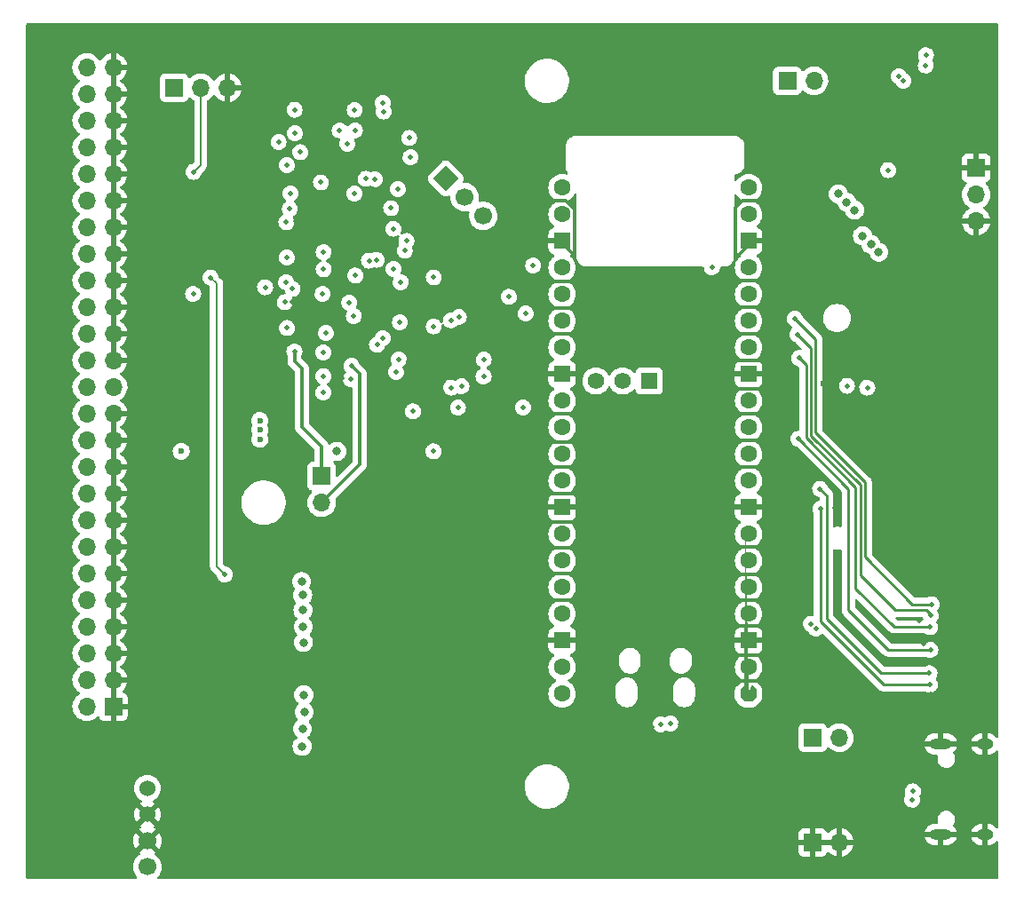
<source format=gbr>
%TF.GenerationSoftware,KiCad,Pcbnew,6.0.5-a6ca702e91~116~ubuntu21.10.1*%
%TF.CreationDate,2023-10-13T08:30:05-06:00*%
%TF.ProjectId,Desktop_50_Pin_TopConn,4465736b-746f-4705-9f35-305f50696e5f,rev?*%
%TF.SameCoordinates,Original*%
%TF.FileFunction,Copper,L2,Inr*%
%TF.FilePolarity,Positive*%
%FSLAX46Y46*%
G04 Gerber Fmt 4.6, Leading zero omitted, Abs format (unit mm)*
G04 Created by KiCad (PCBNEW 6.0.5-a6ca702e91~116~ubuntu21.10.1) date 2023-10-13 08:30:05*
%MOMM*%
%LPD*%
G01*
G04 APERTURE LIST*
G04 Aperture macros list*
%AMRoundRect*
0 Rectangle with rounded corners*
0 $1 Rounding radius*
0 $2 $3 $4 $5 $6 $7 $8 $9 X,Y pos of 4 corners*
0 Add a 4 corners polygon primitive as box body*
4,1,4,$2,$3,$4,$5,$6,$7,$8,$9,$2,$3,0*
0 Add four circle primitives for the rounded corners*
1,1,$1+$1,$2,$3*
1,1,$1+$1,$4,$5*
1,1,$1+$1,$6,$7*
1,1,$1+$1,$8,$9*
0 Add four rect primitives between the rounded corners*
20,1,$1+$1,$2,$3,$4,$5,0*
20,1,$1+$1,$4,$5,$6,$7,0*
20,1,$1+$1,$6,$7,$8,$9,0*
20,1,$1+$1,$8,$9,$2,$3,0*%
%AMHorizOval*
0 Thick line with rounded ends*
0 $1 width*
0 $2 $3 position (X,Y) of the first rounded end (center of the circle)*
0 $4 $5 position (X,Y) of the second rounded end (center of the circle)*
0 Add line between two ends*
20,1,$1,$2,$3,$4,$5,0*
0 Add two circle primitives to create the rounded ends*
1,1,$1,$2,$3*
1,1,$1,$4,$5*%
%AMRotRect*
0 Rectangle, with rotation*
0 The origin of the aperture is its center*
0 $1 length*
0 $2 width*
0 $3 Rotation angle, in degrees counterclockwise*
0 Add horizontal line*
21,1,$1,$2,0,0,$3*%
%AMFreePoly0*
4,1,57,0.281438,0.792513,0.314631,0.788760,0.324366,0.782642,0.335575,0.780064,0.361670,0.759195,0.389950,0.741421,0.741668,0.389704,0.759398,0.361385,0.780215,0.335261,0.782772,0.324050,0.788875,0.314303,0.792571,0.281098,0.800000,0.248529,0.800000,-0.248878,0.792513,-0.281438,0.788760,-0.314632,0.782641,-0.324367,0.780064,-0.335575,0.759196,-0.361669,0.741421,-0.389950,
0.389704,-0.741668,0.361385,-0.759398,0.335261,-0.780215,0.324050,-0.782772,0.314303,-0.788875,0.281098,-0.792571,0.248529,-0.800000,-0.248878,-0.800000,-0.281438,-0.792513,-0.314632,-0.788760,-0.324367,-0.782641,-0.335575,-0.780064,-0.361669,-0.759196,-0.389950,-0.741421,-0.741668,-0.389704,-0.759398,-0.361385,-0.780215,-0.335261,-0.782772,-0.324050,-0.788875,-0.314303,-0.792571,-0.281098,
-0.800000,-0.248529,-0.800000,0.248878,-0.792513,0.281438,-0.788760,0.314631,-0.782642,0.324366,-0.780064,0.335575,-0.759195,0.361670,-0.741421,0.389950,-0.389704,0.741668,-0.361385,0.759398,-0.335261,0.780215,-0.324050,0.782772,-0.314303,0.788875,-0.281098,0.792571,-0.248529,0.800000,0.248878,0.800000,0.281438,0.792513,0.281438,0.792513,$1*%
G04 Aperture macros list end*
%TA.AperFunction,ComponentPad*%
%ADD10C,1.700000*%
%TD*%
%TA.AperFunction,ComponentPad*%
%ADD11C,1.524000*%
%TD*%
%TA.AperFunction,ComponentPad*%
%ADD12R,1.700000X1.700000*%
%TD*%
%TA.AperFunction,ComponentPad*%
%ADD13O,1.700000X1.700000*%
%TD*%
%TA.AperFunction,ComponentPad*%
%ADD14O,2.100000X1.000000*%
%TD*%
%TA.AperFunction,ComponentPad*%
%ADD15O,1.600000X1.000000*%
%TD*%
%TA.AperFunction,ComponentPad*%
%ADD16RotRect,1.700000X1.700000X45.000000*%
%TD*%
%TA.AperFunction,ComponentPad*%
%ADD17HorizOval,1.700000X0.000000X0.000000X0.000000X0.000000X0*%
%TD*%
%TA.AperFunction,ComponentPad*%
%ADD18FreePoly0,180.000000*%
%TD*%
%TA.AperFunction,ComponentPad*%
%ADD19C,1.600000*%
%TD*%
%TA.AperFunction,ComponentPad*%
%ADD20RoundRect,0.200000X0.600000X0.600000X-0.600000X0.600000X-0.600000X-0.600000X0.600000X-0.600000X0*%
%TD*%
%TA.AperFunction,ComponentPad*%
%ADD21R,1.574800X1.574800*%
%TD*%
%TA.AperFunction,ComponentPad*%
%ADD22C,1.574800*%
%TD*%
%TA.AperFunction,ViaPad*%
%ADD23C,0.500000*%
%TD*%
%TA.AperFunction,ViaPad*%
%ADD24C,0.600000*%
%TD*%
%TA.AperFunction,ViaPad*%
%ADD25C,0.800000*%
%TD*%
%TA.AperFunction,Conductor*%
%ADD26C,0.330000*%
%TD*%
%TA.AperFunction,Conductor*%
%ADD27C,0.250000*%
%TD*%
%TA.AperFunction,Conductor*%
%ADD28C,0.200000*%
%TD*%
G04 APERTURE END LIST*
D10*
%TO.N,Net-(D2-Pad2)*%
%TO.C,J3*%
X112062500Y-144765400D03*
%TO.N,GND*%
X112062500Y-142265400D03*
D11*
X112062500Y-139765400D03*
%TO.N,unconnected-(J3-Pad4)*%
X112062500Y-137265400D03*
%TD*%
D12*
%TO.N,unconnected-(J1-Pad1)*%
%TO.C,J1*%
X114604800Y-70459600D03*
D13*
%TO.N,TRM_ON_J*%
X117144800Y-70459600D03*
%TO.N,GND*%
X119684800Y-70459600D03*
%TD*%
D12*
%TO.N,GND*%
%TO.C,J2*%
X108813600Y-129484200D03*
D13*
%TO.N,DB0*%
X106273600Y-129484200D03*
%TO.N,GND*%
X108813600Y-126944200D03*
%TO.N,DB1*%
X106273600Y-126944200D03*
%TO.N,GND*%
X108813600Y-124404200D03*
%TO.N,DB2*%
X106273600Y-124404200D03*
%TO.N,GND*%
X108813600Y-121864200D03*
%TO.N,DB3*%
X106273600Y-121864200D03*
%TO.N,GND*%
X108813600Y-119324200D03*
%TO.N,DB4*%
X106273600Y-119324200D03*
%TO.N,GND*%
X108813600Y-116784200D03*
%TO.N,DB5*%
X106273600Y-116784200D03*
%TO.N,GND*%
X108813600Y-114244200D03*
%TO.N,DB6*%
X106273600Y-114244200D03*
%TO.N,GND*%
X108813600Y-111704200D03*
%TO.N,DB7*%
X106273600Y-111704200D03*
%TO.N,GND*%
X108813600Y-109164200D03*
%TO.N,DBP*%
X106273600Y-109164200D03*
%TO.N,GND*%
X108813600Y-106624200D03*
%TO.N,unconnected-(J2-Pad20)*%
X106273600Y-106624200D03*
%TO.N,GND*%
X108813600Y-104084200D03*
%TO.N,unconnected-(J2-Pad22)*%
X106273600Y-104084200D03*
%TO.N,GND*%
X108813600Y-101544200D03*
%TO.N,unconnected-(J2-Pad24)*%
X106273600Y-101544200D03*
%TO.N,unconnected-(J2-Pad25)*%
X108813600Y-99004200D03*
%TO.N,+5V*%
X106273600Y-99004200D03*
%TO.N,GND*%
X108813600Y-96464200D03*
%TO.N,unconnected-(J2-Pad28)*%
X106273600Y-96464200D03*
%TO.N,GND*%
X108813600Y-93924200D03*
%TO.N,unconnected-(J2-Pad30)*%
X106273600Y-93924200D03*
%TO.N,GND*%
X108813600Y-91384200D03*
%TO.N,ATN*%
X106273600Y-91384200D03*
%TO.N,GND*%
X108813600Y-88844200D03*
%TO.N,unconnected-(J2-Pad34)*%
X106273600Y-88844200D03*
%TO.N,GND*%
X108813600Y-86304200D03*
%TO.N,BSY*%
X106273600Y-86304200D03*
%TO.N,GND*%
X108813600Y-83764200D03*
%TO.N,ACK*%
X106273600Y-83764200D03*
%TO.N,GND*%
X108813600Y-81224200D03*
%TO.N,RST*%
X106273600Y-81224200D03*
%TO.N,GND*%
X108813600Y-78684200D03*
%TO.N,MSG*%
X106273600Y-78684200D03*
%TO.N,GND*%
X108813600Y-76144200D03*
%TO.N,SEL*%
X106273600Y-76144200D03*
%TO.N,GND*%
X108813600Y-73604200D03*
%TO.N,CD*%
X106273600Y-73604200D03*
%TO.N,GND*%
X108813600Y-71064200D03*
%TO.N,REQ*%
X106273600Y-71064200D03*
%TO.N,GND*%
X108813600Y-68524200D03*
%TO.N,IO*%
X106273600Y-68524200D03*
%TD*%
D12*
%TO.N,GND*%
%TO.C,J5*%
X191084200Y-78105000D03*
D13*
%TO.N,Net-(J5-Pad2)*%
X191084200Y-80645000D03*
%TO.N,GND*%
X191084200Y-83185000D03*
%TD*%
D12*
%TO.N,ACK*%
%TO.C,J11*%
X128676400Y-107492800D03*
D13*
%TO.N,ACKDr*%
X128676400Y-110032800D03*
%TD*%
D14*
%TO.N,GND*%
%TO.C,J4*%
X187700200Y-133043200D03*
D15*
X191880200Y-133043200D03*
X191880200Y-141683200D03*
D14*
X187700200Y-141683200D03*
%TD*%
D12*
%TO.N,GND*%
%TO.C,J9*%
X175488600Y-142435600D03*
D13*
X178028600Y-142435600D03*
%TD*%
D12*
%TO.N,Net-(C7-Pad1)*%
%TO.C,J8*%
X175488600Y-132435600D03*
D13*
%TO.N,+5VP*%
X178028600Y-132435600D03*
%TD*%
D12*
%TO.N,+5V*%
%TO.C,J7*%
X173075600Y-69799200D03*
D13*
%TO.N,Net-(F3-Pad2)*%
X175615600Y-69799200D03*
%TD*%
D16*
%TO.N,Net-(J10-Pad1)*%
%TO.C,J10*%
X140505355Y-79088155D03*
D17*
%TO.N,oCD_iSEL*%
X142301406Y-80884206D03*
%TO.N,Net-(J10-Pad3)*%
X144097457Y-82680257D03*
%TD*%
D18*
%TO.N,Net-(R42-Pad1)*%
%TO.C,RP1*%
X169382600Y-128256200D03*
D19*
%TO.N,Net-(R19-Pad1)*%
X169382600Y-125716200D03*
D20*
%TO.N,GND*%
X169382600Y-123176200D03*
D19*
%TO.N,Net-(R18-Pad1)*%
X169382600Y-120636200D03*
%TO.N,Net-(R17-Pad1)*%
X169382600Y-118096200D03*
%TO.N,Net-(R16-Pad1)*%
X169382600Y-115556200D03*
%TO.N,Net-(R15-Pad1)*%
X169382600Y-113016200D03*
D20*
%TO.N,GND*%
X169382600Y-110476200D03*
D19*
%TO.N,Net-(R14-Pad1)*%
X169382600Y-107936200D03*
%TO.N,Net-(R13-Pad1)*%
X169382600Y-105396200D03*
%TO.N,Net-(R12-Pad1)*%
X169382600Y-102856200D03*
%TO.N,DBPTr*%
X169382600Y-100316200D03*
D20*
%TO.N,GND*%
X169382600Y-97776200D03*
D19*
%TO.N,SD_CLK*%
X169382600Y-95236200D03*
%TO.N,SD_CMD_MOSI*%
X169382600Y-92696200D03*
%TO.N,SD_D0_MISO*%
X169382600Y-90156200D03*
%TO.N,SD_D1*%
X169382600Y-87616200D03*
D20*
%TO.N,GND*%
X169382600Y-85076200D03*
D19*
%TO.N,SD_D2*%
X169382600Y-82536200D03*
%TO.N,SD_D3_CS*%
X169382600Y-79996200D03*
%TO.N,SDA*%
X151602600Y-79996200D03*
%TO.N,SCL*%
X151602600Y-82536200D03*
D20*
%TO.N,GND*%
X151602600Y-85076200D03*
D19*
%TO.N,oCD_iSEL*%
X151602600Y-87616200D03*
%TO.N,oREQ*%
X151602600Y-90156200D03*
%TO.N,oMSG_iBSY*%
X151602600Y-92696200D03*
%TO.N,oSEL*%
X151602600Y-95236200D03*
D20*
%TO.N,GND*%
X151602600Y-97776200D03*
D19*
%TO.N,oIO*%
X151602600Y-100316200D03*
%TO.N,unconnected-(RP1-Pad30)*%
X151602600Y-102856200D03*
%TO.N,oACK*%
X151602600Y-105396200D03*
%TO.N,oBSY*%
X151602600Y-107936200D03*
D20*
%TO.N,GND*%
X151602600Y-110476200D03*
D19*
%TO.N,Net-(R61-Pad1)*%
X151602600Y-113016200D03*
%TO.N,unconnected-(RP1-Pad35)*%
X151602600Y-115556200D03*
%TO.N,+3V3*%
X151602600Y-118096200D03*
%TO.N,unconnected-(RP1-Pad37)*%
X151602600Y-120636200D03*
D20*
%TO.N,GND*%
X151602600Y-123176200D03*
D19*
%TO.N,unconnected-(RP1-Pad39)*%
X151602600Y-125716200D03*
%TO.N,+5VP*%
X151602600Y-128256200D03*
D21*
%TO.N,N/C*%
X159908400Y-98426200D03*
D22*
X157368400Y-98426200D03*
X154828400Y-98426200D03*
%TD*%
D23*
%TO.N,GND*%
X130302000Y-76225400D03*
D24*
X176504600Y-98679000D03*
D23*
X116255800Y-124409200D03*
X186664600Y-125222000D03*
X166116000Y-120548400D03*
X147980400Y-118262400D03*
D24*
X188569600Y-115570000D03*
D23*
X172491400Y-92608400D03*
X155270200Y-128727200D03*
X134035800Y-114401600D03*
X154736800Y-113487200D03*
X141605000Y-91287600D03*
X129489200Y-73914000D03*
D24*
X125018800Y-104140000D03*
X177774600Y-118465600D03*
D23*
X129768600Y-99999800D03*
X123291600Y-88341200D03*
X184124600Y-138861800D03*
X137617200Y-117119400D03*
X136093200Y-83108800D03*
X127939800Y-127254000D03*
X145999200Y-89382600D03*
X130624644Y-98178556D03*
X186715400Y-118719600D03*
X128854200Y-76911200D03*
X132816600Y-125984000D03*
X135788400Y-79044800D03*
D25*
X131597400Y-109169200D03*
D23*
X177571400Y-110515400D03*
X121742200Y-96393000D03*
X161442400Y-126771400D03*
D24*
X192430400Y-125196600D03*
X176860200Y-101396800D03*
D23*
X144297400Y-94208600D03*
X145084800Y-98247200D03*
D24*
X148107400Y-115112800D03*
D23*
X136855200Y-117398800D03*
X122047000Y-97967800D03*
X136017000Y-86868000D03*
D24*
X125437900Y-99885500D03*
D23*
X138734800Y-72974200D03*
D24*
X144602200Y-105003600D03*
D23*
X186105800Y-123469400D03*
D24*
X176911000Y-99999800D03*
D23*
X114300000Y-88925400D03*
X186715400Y-128295400D03*
X115443000Y-89306400D03*
X125907800Y-90881200D03*
X135864600Y-127711200D03*
X130073400Y-81838800D03*
D25*
X186690000Y-66344800D03*
D23*
X126796800Y-134467600D03*
X121081800Y-91414600D03*
X130175000Y-93700600D03*
X154889200Y-88569800D03*
X139319000Y-94310200D03*
X127609600Y-84759800D03*
X114427000Y-79146400D03*
X179501800Y-99542600D03*
X162890200Y-131140200D03*
X173964600Y-98653600D03*
X126238000Y-125704600D03*
X146583400Y-94792800D03*
X173024800Y-96189800D03*
X127812800Y-124155200D03*
X127591900Y-92219700D03*
X173964600Y-101244400D03*
X143129000Y-104419400D03*
X136474200Y-98729800D03*
X117445422Y-122305178D03*
X185623200Y-121234200D03*
D24*
X175590200Y-83820000D03*
D23*
X117983000Y-128955800D03*
X184099200Y-136880600D03*
X116179600Y-83108800D03*
X138430000Y-117119400D03*
D24*
X189230000Y-125196600D03*
D23*
X149555200Y-131267200D03*
X129895600Y-84074000D03*
X127889000Y-116992400D03*
X135026400Y-137515600D03*
X160147000Y-131470400D03*
X137083800Y-128193800D03*
X111988600Y-79044800D03*
X140081000Y-99796600D03*
X181559200Y-98399600D03*
X159435800Y-126771400D03*
X176352200Y-107442000D03*
X137744200Y-85648800D03*
X126492000Y-77698600D03*
X126228787Y-83194213D03*
X175310800Y-120370600D03*
X119735600Y-96215200D03*
D24*
X141706600Y-112242600D03*
D23*
X127381000Y-94081600D03*
X136652000Y-127660400D03*
X116205000Y-86715600D03*
X124790200Y-74472800D03*
X128860000Y-91612000D03*
X120675400Y-96240600D03*
%TO.N,+2V8*%
X134581900Y-72732900D03*
D24*
X122783600Y-103098600D03*
D23*
X133934200Y-86868000D03*
X134493000Y-94335600D03*
X134512600Y-71913200D03*
X133197600Y-86944200D03*
X133756400Y-79171800D03*
D24*
X122783600Y-102209600D03*
X122783600Y-103987600D03*
D23*
X132867400Y-79146400D03*
X133959600Y-94970600D03*
%TO.N,iATN*%
X141020800Y-99060000D03*
X140995400Y-92633800D03*
%TO.N,oREQ*%
X131127500Y-75806300D03*
X130388600Y-74513200D03*
%TO.N,oSEL*%
X136601200Y-86004400D03*
X139369800Y-88544400D03*
X139367800Y-93220000D03*
X135521700Y-83908900D03*
%TO.N,oBSY*%
X126644400Y-76606400D03*
X126098300Y-72555100D03*
X128841500Y-99529900D03*
X126136400Y-74803000D03*
X128841500Y-97955100D03*
X128848400Y-95713000D03*
X128612900Y-79489300D03*
X129082800Y-93853000D03*
X128874678Y-87781008D03*
X128866900Y-86144100D03*
X128778000Y-90119200D03*
%TO.N,SD_CLK*%
X186715400Y-124079000D03*
X174129700Y-103949500D03*
%TO.N,oCD_iSEL*%
X148844000Y-87401400D03*
X131813300Y-80556100D03*
X135305800Y-81940400D03*
%TO.N,ATN*%
X125160400Y-90919300D03*
%TO.N,BSY*%
X125376300Y-93370400D03*
X125350900Y-86639400D03*
X125909700Y-89636600D03*
D25*
%TO.N,DBP*%
X126771400Y-117551200D03*
D23*
%TO.N,ACK*%
X123291600Y-89484200D03*
X126085600Y-95605600D03*
%TO.N,RST*%
X116433600Y-90119200D03*
X125298200Y-89001600D03*
%TO.N,MSG*%
X125311850Y-83300250D03*
%TO.N,SEL*%
X125643000Y-82003900D03*
%TO.N,CD*%
X125704600Y-80543400D03*
%TO.N,REQ*%
X125361700Y-77836400D03*
%TO.N,IO*%
X124576497Y-75628797D03*
D25*
%TO.N,DB7*%
X126873000Y-118846600D03*
%TO.N,DB6*%
X126898400Y-120269000D03*
%TO.N,DB5*%
X126923800Y-121869200D03*
%TO.N,DB4*%
X126949200Y-123367800D03*
%TO.N,DB3*%
X126974600Y-128346200D03*
%TO.N,DB2*%
X127025400Y-129997200D03*
%TO.N,DB1*%
X126847600Y-131597400D03*
%TO.N,DB0*%
X126817800Y-133273200D03*
D23*
%TO.N,+3V3*%
X183705500Y-69354700D03*
X175806100Y-122059700D03*
X175323500Y-121577100D03*
X184137300Y-69786500D03*
D25*
%TO.N,+5VP*%
X181787800Y-86131400D03*
X180238400Y-84582000D03*
X181038500Y-85382100D03*
D23*
%TO.N,oMSG_iBSY*%
X148132800Y-91998800D03*
X135534400Y-87731600D03*
X131902200Y-88366600D03*
X146532600Y-90398600D03*
%TO.N,+5F*%
X139344400Y-105130600D03*
D25*
X130124200Y-105130600D03*
D24*
X115290600Y-105130600D03*
D23*
%TO.N,SD_CMD_MOSI*%
X174193200Y-96240600D03*
X186665600Y-121895600D03*
%TO.N,SD_D0_MISO*%
X176197330Y-108709530D03*
X186620600Y-126295600D03*
X178765200Y-98882200D03*
%TO.N,SD_D1*%
X176219741Y-110586141D03*
X186675400Y-127395600D03*
X180695600Y-99060000D03*
%TO.N,SD_D2*%
X173786800Y-92481400D03*
X186842400Y-119710200D03*
%TO.N,SD_D3_CS*%
X174020350Y-93975050D03*
X186740800Y-120802400D03*
%TO.N,iRST*%
X131749800Y-92227400D03*
X131310444Y-90949844D03*
%TO.N,iACK*%
X131470400Y-98247200D03*
X135763000Y-97562500D03*
%TO.N,SCL*%
X186285000Y-67334000D03*
%TO.N,TRM_ON_J*%
X119456200Y-116890800D03*
X118097300Y-88557100D03*
X116459000Y-78486000D03*
%TO.N,Net-(JP1-Pad1)*%
X182671100Y-78313900D03*
X147878800Y-100965000D03*
X141681200Y-100965000D03*
X165887400Y-87579200D03*
D25*
%TO.N,Net-(C7-Pad1)*%
X179473689Y-82120911D03*
X178739800Y-81381600D03*
X177936989Y-80584211D03*
D23*
%TO.N,iBSY*%
X144131181Y-96399235D03*
X144119600Y-97993200D03*
%TO.N,iMSG*%
X142011400Y-98933000D03*
X141757400Y-92329000D03*
%TO.N,SDA*%
X186275600Y-68334000D03*
%TO.N,!oBSY*%
X137160000Y-77063600D03*
X136144000Y-92811600D03*
X131852198Y-74515239D03*
X135940800Y-80111600D03*
X136012400Y-96363000D03*
X136758736Y-85069736D03*
X137020300Y-75247500D03*
X137388600Y-101320600D03*
X136220200Y-89001600D03*
X131830600Y-72563200D03*
%TO.N,USB_DM*%
X160985200Y-131165600D03*
X184962800Y-138353800D03*
%TO.N,USB_DP*%
X161925000Y-131089400D03*
X185040661Y-137562230D03*
%TO.N,ACKDr*%
X131521200Y-96977200D03*
%TD*%
D26*
%TO.N,GND*%
X167208200Y-96342200D02*
X167309800Y-96443800D01*
X169382600Y-85076200D02*
X169382600Y-85455600D01*
X153390600Y-104216200D02*
X150596600Y-104216200D01*
X153390600Y-109143800D02*
X153390600Y-106654600D01*
X150495000Y-101574600D02*
X150469600Y-101549200D01*
X153390600Y-109143800D02*
X150469600Y-109143800D01*
X167829400Y-101586200D02*
X167829400Y-104100800D01*
X153329889Y-111851689D02*
X150530311Y-111851689D01*
X151602600Y-97776200D02*
X153074200Y-97776200D01*
X170778000Y-121806800D02*
X170815000Y-121843800D01*
X153390600Y-114376200D02*
X153390600Y-111912400D01*
X170484800Y-127000000D02*
X170535600Y-126949200D01*
X153074200Y-97776200D02*
X153365200Y-97485200D01*
X153390600Y-111912400D02*
X153390600Y-109143800D01*
X168071800Y-91414600D02*
X167665400Y-91008200D01*
X170877400Y-119366200D02*
X170891200Y-119380000D01*
X153365200Y-93954600D02*
X150622000Y-93954600D01*
X153390600Y-122859800D02*
X153390600Y-119354600D01*
X153390600Y-119354600D02*
X153390600Y-116789200D01*
X171399200Y-91897200D02*
X170916600Y-91414600D01*
X167829400Y-116877000D02*
X170447800Y-116877000D01*
X151602600Y-85076200D02*
X151602600Y-85283200D01*
X167829400Y-121806800D02*
X167829400Y-124575400D01*
X167829400Y-106643000D02*
X167829400Y-114288400D01*
X153365200Y-91465400D02*
X150672800Y-91465400D01*
X168148000Y-81873317D02*
X168792117Y-81229200D01*
X152806400Y-86487000D02*
X152806400Y-82092800D01*
X153390600Y-101574600D02*
X150495000Y-101574600D01*
X167853111Y-124551689D02*
X170576489Y-124551689D01*
X153390600Y-116789200D02*
X153390600Y-114376200D01*
X170916600Y-91414600D02*
X168071800Y-91414600D01*
X167829400Y-119366200D02*
X170877400Y-119366200D01*
X167829400Y-101586200D02*
X170318600Y-101586200D01*
X168300400Y-127000000D02*
X170484800Y-127000000D01*
X167829400Y-99147800D02*
X167829400Y-101586200D01*
X167309800Y-96443800D02*
X170916600Y-96443800D01*
X153390600Y-116789200D02*
X150799800Y-116789200D01*
X167829400Y-121806800D02*
X170778000Y-121806800D01*
X170318600Y-101586200D02*
X170332400Y-101600000D01*
X167829400Y-119366200D02*
X167829400Y-121806800D01*
X168249600Y-88849200D02*
X170840400Y-88849200D01*
X167208200Y-96342200D02*
X167208200Y-94716600D01*
X170394800Y-99147800D02*
X170434000Y-99187000D01*
X168792117Y-81229200D02*
X170129200Y-81229200D01*
X170576489Y-124551689D02*
X170637200Y-124612400D01*
X151602600Y-85283200D02*
X152806400Y-86487000D01*
X167829400Y-97776200D02*
X167372200Y-97776200D01*
X150622000Y-93954600D02*
X150571200Y-94005400D01*
X169382600Y-97776200D02*
X167829400Y-97776200D01*
X167665400Y-91008200D02*
X167665400Y-89789000D01*
X167829400Y-104100800D02*
X170420200Y-104100800D01*
X170764200Y-93954600D02*
X171399200Y-93319600D01*
X153390600Y-104216200D02*
X153390600Y-101574600D01*
X153390600Y-106654600D02*
X150647400Y-106654600D01*
X170397000Y-114288400D02*
X170434000Y-114325400D01*
X167829400Y-124575400D02*
X167853111Y-124551689D01*
X167829400Y-124575400D02*
X167829400Y-126529000D01*
X167665400Y-89789000D02*
X167665400Y-89433400D01*
X153365200Y-97485200D02*
X153365200Y-93954600D01*
X167208200Y-94716600D02*
X167868600Y-94056200D01*
X167829400Y-104100800D02*
X167829400Y-106643000D01*
X167829400Y-116877000D02*
X167829400Y-119366200D01*
X153390600Y-101574600D02*
X153390600Y-100025200D01*
X167970200Y-93954600D02*
X170764200Y-93954600D01*
X170840400Y-88849200D02*
X170891200Y-88900000D01*
X153365200Y-91465400D02*
X153365200Y-89027000D01*
X169382600Y-85455600D02*
X168148000Y-86690200D01*
X153365200Y-89027000D02*
X153263600Y-88925400D01*
X152679400Y-114376200D02*
X152628600Y-114325400D01*
X171399200Y-93319600D02*
X171399200Y-91897200D01*
X151602600Y-123176200D02*
X153074200Y-123176200D01*
X150469600Y-109143800D02*
X150393400Y-109067600D01*
X153390600Y-111912400D02*
X153329889Y-111851689D01*
X153263600Y-88925400D02*
X150495000Y-88925400D01*
X167829400Y-106643000D02*
X170320800Y-106643000D01*
X168148000Y-86690200D02*
X168148000Y-81873317D01*
X167372200Y-97776200D02*
X167208200Y-97612200D01*
X153074200Y-123176200D02*
X153390600Y-122859800D01*
X167829400Y-114288400D02*
X167829400Y-116877000D01*
X167208200Y-97612200D02*
X167208200Y-96342200D01*
X152806400Y-82092800D02*
X151968200Y-81254600D01*
X150495000Y-88925400D02*
X150469600Y-88900000D01*
X153390600Y-106654600D02*
X153390600Y-104216200D01*
X150799800Y-116789200D02*
X150774400Y-116814600D01*
X150596600Y-104216200D02*
X150571200Y-104190800D01*
X167829400Y-97776200D02*
X167829400Y-99147800D01*
X170420200Y-104100800D02*
X170434000Y-104114600D01*
X153365200Y-93954600D02*
X153365200Y-91465400D01*
X153390600Y-114376200D02*
X152679400Y-114376200D01*
X167829400Y-114288400D02*
X170397000Y-114288400D01*
X150647400Y-106654600D02*
X150596600Y-106705400D01*
X167829400Y-126529000D02*
X168300400Y-127000000D01*
X167665400Y-89433400D02*
X168249600Y-88849200D01*
X167829400Y-99147800D02*
X170394800Y-99147800D01*
X151968200Y-81254600D02*
X150647400Y-81254600D01*
X152628600Y-114325400D02*
X150520400Y-114325400D01*
X170320800Y-106643000D02*
X170332400Y-106654600D01*
X150530311Y-111851689D02*
X150520400Y-111861600D01*
X153390600Y-119354600D02*
X150698200Y-119354600D01*
X150672800Y-91465400D02*
X150647400Y-91440000D01*
X167868600Y-94056200D02*
X167970200Y-93954600D01*
D27*
%TO.N,SD_CLK*%
X182702200Y-124079000D02*
X186715400Y-124079000D01*
X174129700Y-103949500D02*
X178892200Y-108712000D01*
X178892200Y-120269000D02*
X182702200Y-124079000D01*
X178892200Y-108712000D02*
X178892200Y-120269000D01*
D26*
%TO.N,ACK*%
X126085600Y-95605600D02*
X126085600Y-96520000D01*
X126085600Y-96520000D02*
X126796800Y-97231200D01*
X128676400Y-104698800D02*
X128676400Y-107492800D01*
X126796800Y-97231200D02*
X126796800Y-102819200D01*
X126796800Y-102819200D02*
X128676400Y-104698800D01*
D27*
%TO.N,SD_CMD_MOSI*%
X174193200Y-96240600D02*
X174853600Y-96901000D01*
X174853600Y-96901000D02*
X174853600Y-103809800D01*
X179578000Y-108534200D02*
X179578000Y-118186200D01*
X183261000Y-121869200D02*
X186690000Y-121869200D01*
X174853600Y-103809800D02*
X179578000Y-108534200D01*
X179578000Y-118186200D02*
X183261000Y-121869200D01*
%TO.N,SD_D0_MISO*%
X176809400Y-109321600D02*
X176809400Y-121107200D01*
X176197330Y-108709530D02*
X176809400Y-109321600D01*
X181991000Y-126288800D02*
X186563000Y-126288800D01*
X176809400Y-121107200D02*
X181991000Y-126288800D01*
%TO.N,SD_D1*%
X182270400Y-127406400D02*
X186563000Y-127406400D01*
X176219741Y-121355741D02*
X182270400Y-127406400D01*
X176219741Y-110586141D02*
X176219741Y-121355741D01*
%TO.N,SD_D2*%
X175768000Y-94462600D02*
X175768000Y-103352600D01*
X173786800Y-92481400D02*
X175768000Y-94462600D01*
X180492400Y-108077000D02*
X180492400Y-115214400D01*
X184988200Y-119710200D02*
X186842400Y-119710200D01*
X180492400Y-115214400D02*
X184988200Y-119710200D01*
X175768000Y-103352600D02*
X180492400Y-108077000D01*
%TO.N,SD_D3_CS*%
X180027520Y-116933920D02*
X183362600Y-120269000D01*
X180027520Y-108348003D02*
X180027520Y-116933920D01*
X186359800Y-120269000D02*
X186740800Y-120650000D01*
X175303120Y-103623602D02*
X180027520Y-108348003D01*
X186740800Y-120650000D02*
X186740800Y-120802400D01*
X174020350Y-93975050D02*
X175303120Y-95257820D01*
X175303120Y-95257820D02*
X175303120Y-103623602D01*
X183362600Y-120269000D02*
X186359800Y-120269000D01*
D28*
%TO.N,TRM_ON_J*%
X117144800Y-77800200D02*
X117144800Y-70459600D01*
X118643400Y-89103200D02*
X118097300Y-88557100D01*
X119456200Y-116890800D02*
X118643400Y-116078000D01*
X118643400Y-116078000D02*
X118643400Y-89103200D01*
X118097300Y-88557100D02*
X118084600Y-88544400D01*
X116459000Y-78486000D02*
X117144800Y-77800200D01*
D26*
%TO.N,ACKDr*%
X132308600Y-97764600D02*
X131521200Y-96977200D01*
X128676400Y-110032800D02*
X132308600Y-106400600D01*
X132308600Y-106400600D02*
X132308600Y-97764600D01*
%TD*%
%TA.AperFunction,Conductor*%
%TO.N,GND*%
G36*
X193113621Y-64328502D02*
G01*
X193160114Y-64382158D01*
X193171500Y-64434500D01*
X193171500Y-132309591D01*
X193151498Y-132377712D01*
X193097842Y-132424205D01*
X193027568Y-132434309D01*
X192962988Y-132404815D01*
X192947303Y-132388543D01*
X192907732Y-132339327D01*
X192899154Y-132330568D01*
X192757161Y-132211422D01*
X192747041Y-132204492D01*
X192584615Y-132115198D01*
X192573342Y-132110366D01*
X192396662Y-132054320D01*
X192384668Y-132051770D01*
X192240439Y-132035593D01*
X192233415Y-132035200D01*
X192152315Y-132035200D01*
X192137076Y-132039675D01*
X192135871Y-132041065D01*
X192134200Y-132048748D01*
X192134200Y-134033085D01*
X192138675Y-134048324D01*
X192140065Y-134049529D01*
X192147748Y-134051200D01*
X192226857Y-134051200D01*
X192233005Y-134050899D01*
X192370803Y-134037388D01*
X192382838Y-134035005D01*
X192560276Y-133981433D01*
X192571616Y-133976759D01*
X192735277Y-133889740D01*
X192745494Y-133882951D01*
X192889133Y-133765803D01*
X192897837Y-133757159D01*
X192948415Y-133696020D01*
X193007249Y-133656282D01*
X193078227Y-133654659D01*
X193138814Y-133691668D01*
X193169775Y-133755558D01*
X193171500Y-133776335D01*
X193171500Y-140949591D01*
X193151498Y-141017712D01*
X193097842Y-141064205D01*
X193027568Y-141074309D01*
X192962988Y-141044815D01*
X192947303Y-141028543D01*
X192907732Y-140979327D01*
X192899154Y-140970568D01*
X192757161Y-140851422D01*
X192747041Y-140844492D01*
X192584615Y-140755198D01*
X192573342Y-140750366D01*
X192396662Y-140694320D01*
X192384668Y-140691770D01*
X192240439Y-140675593D01*
X192233415Y-140675200D01*
X192152315Y-140675200D01*
X192137076Y-140679675D01*
X192135871Y-140681065D01*
X192134200Y-140688748D01*
X192134200Y-142673085D01*
X192138675Y-142688324D01*
X192140065Y-142689529D01*
X192147748Y-142691200D01*
X192226857Y-142691200D01*
X192233005Y-142690899D01*
X192370803Y-142677388D01*
X192382838Y-142675005D01*
X192560276Y-142621433D01*
X192571616Y-142616759D01*
X192735277Y-142529740D01*
X192745494Y-142522951D01*
X192889133Y-142405803D01*
X192897837Y-142397159D01*
X192948415Y-142336020D01*
X193007249Y-142296282D01*
X193078227Y-142294659D01*
X193138814Y-142331668D01*
X193169775Y-142395558D01*
X193171500Y-142416335D01*
X193171500Y-145771153D01*
X193151498Y-145839274D01*
X193097842Y-145885767D01*
X193045510Y-145897153D01*
X140715559Y-145901500D01*
X113152045Y-145901500D01*
X113083924Y-145881498D01*
X113037431Y-145827842D01*
X113027327Y-145757568D01*
X113056821Y-145692988D01*
X113063106Y-145686249D01*
X113096930Y-145652544D01*
X113096940Y-145652532D01*
X113100596Y-145648889D01*
X113160094Y-145566089D01*
X113227935Y-145471677D01*
X113230953Y-145467477D01*
X113329930Y-145267211D01*
X113394870Y-145053469D01*
X113424029Y-144831990D01*
X113425656Y-144765400D01*
X113407352Y-144542761D01*
X113352931Y-144326102D01*
X113263854Y-144121240D01*
X113142514Y-143933677D01*
X112992170Y-143768451D01*
X112988119Y-143765252D01*
X112988115Y-143765248D01*
X112820914Y-143633200D01*
X112820910Y-143633198D01*
X112816859Y-143629998D01*
X112806684Y-143624381D01*
X112756712Y-143573952D01*
X112741937Y-143504509D01*
X112767051Y-143438103D01*
X112794405Y-143411493D01*
X112811747Y-143399123D01*
X112820148Y-143388423D01*
X112813160Y-143375270D01*
X112768159Y-143330269D01*
X174130601Y-143330269D01*
X174130971Y-143337090D01*
X174136495Y-143387952D01*
X174140121Y-143403204D01*
X174185276Y-143523654D01*
X174193814Y-143539249D01*
X174270315Y-143641324D01*
X174282876Y-143653885D01*
X174384951Y-143730386D01*
X174400546Y-143738924D01*
X174520994Y-143784078D01*
X174536249Y-143787705D01*
X174587114Y-143793231D01*
X174593928Y-143793600D01*
X175216485Y-143793600D01*
X175231724Y-143789125D01*
X175232929Y-143787735D01*
X175234600Y-143780052D01*
X175234600Y-143775484D01*
X175742600Y-143775484D01*
X175747075Y-143790723D01*
X175748465Y-143791928D01*
X175756148Y-143793599D01*
X176383269Y-143793599D01*
X176390090Y-143793229D01*
X176440952Y-143787705D01*
X176456204Y-143784079D01*
X176576654Y-143738924D01*
X176592249Y-143730386D01*
X176694324Y-143653885D01*
X176706885Y-143641324D01*
X176783386Y-143539249D01*
X176791925Y-143523652D01*
X176833025Y-143414018D01*
X176875666Y-143357253D01*
X176942228Y-143332553D01*
X177011577Y-143347760D01*
X177046245Y-143375750D01*
X177071819Y-143405274D01*
X177079180Y-143412483D01*
X177243034Y-143548516D01*
X177251481Y-143554431D01*
X177435356Y-143661879D01*
X177444642Y-143666329D01*
X177643601Y-143742303D01*
X177653499Y-143745179D01*
X177756850Y-143766206D01*
X177770899Y-143765010D01*
X177774600Y-143754665D01*
X177774600Y-143754117D01*
X178282600Y-143754117D01*
X178286664Y-143767959D01*
X178300078Y-143769993D01*
X178306784Y-143769134D01*
X178316862Y-143766992D01*
X178520855Y-143705791D01*
X178530442Y-143702033D01*
X178721695Y-143608339D01*
X178730545Y-143603064D01*
X178903928Y-143479392D01*
X178911800Y-143472739D01*
X179062652Y-143322412D01*
X179069330Y-143314565D01*
X179193603Y-143141620D01*
X179198913Y-143132783D01*
X179293270Y-142941867D01*
X179297069Y-142932272D01*
X179358977Y-142728510D01*
X179361155Y-142718437D01*
X179362586Y-142707562D01*
X179360375Y-142693378D01*
X179347217Y-142689600D01*
X178300715Y-142689600D01*
X178285476Y-142694075D01*
X178284271Y-142695465D01*
X178282600Y-142703148D01*
X178282600Y-143754117D01*
X177774600Y-143754117D01*
X177774600Y-142707715D01*
X177770125Y-142692476D01*
X177768735Y-142691271D01*
X177761052Y-142689600D01*
X175760715Y-142689600D01*
X175745476Y-142694075D01*
X175744271Y-142695465D01*
X175742600Y-142703148D01*
X175742600Y-143775484D01*
X175234600Y-143775484D01*
X175234600Y-142707715D01*
X175230125Y-142692476D01*
X175228735Y-142691271D01*
X175221052Y-142689600D01*
X174148716Y-142689600D01*
X174133477Y-142694075D01*
X174132272Y-142695465D01*
X174130601Y-142703148D01*
X174130601Y-143330269D01*
X112768159Y-143330269D01*
X112075312Y-142637422D01*
X112061368Y-142629808D01*
X112059535Y-142629939D01*
X112052920Y-142634190D01*
X111309237Y-143377873D01*
X111302477Y-143390253D01*
X111307758Y-143397307D01*
X111320688Y-143404863D01*
X111369412Y-143456501D01*
X111382483Y-143526284D01*
X111355752Y-143592056D01*
X111332771Y-143614411D01*
X111161600Y-143742930D01*
X111157465Y-143746035D01*
X111003129Y-143907538D01*
X110877243Y-144092080D01*
X110783188Y-144294705D01*
X110723489Y-144509970D01*
X110699751Y-144732095D01*
X110700048Y-144737248D01*
X110700048Y-144737251D01*
X110705511Y-144831990D01*
X110712610Y-144955115D01*
X110713747Y-144960161D01*
X110713748Y-144960167D01*
X110733619Y-145048339D01*
X110761722Y-145173039D01*
X110845766Y-145380016D01*
X110962487Y-145570488D01*
X110965865Y-145574388D01*
X110965866Y-145574389D01*
X111068613Y-145693003D01*
X111098095Y-145757588D01*
X111087980Y-145827860D01*
X111041479Y-145881509D01*
X110973375Y-145901500D01*
X100634500Y-145901500D01*
X100566379Y-145881498D01*
X100519886Y-145827842D01*
X100508500Y-145775500D01*
X100508500Y-142237263D01*
X110700550Y-142237263D01*
X110712809Y-142449877D01*
X110714245Y-142460097D01*
X110761065Y-142667846D01*
X110764145Y-142677675D01*
X110844270Y-142875003D01*
X110848913Y-142884194D01*
X110928960Y-143014820D01*
X110939416Y-143024280D01*
X110948194Y-143020496D01*
X111690478Y-142278212D01*
X111696856Y-142266532D01*
X112426908Y-142266532D01*
X112427039Y-142268365D01*
X112431290Y-142274980D01*
X113172974Y-143016664D01*
X113184984Y-143023223D01*
X113196723Y-143014255D01*
X113227504Y-142971419D01*
X113232815Y-142962580D01*
X113327170Y-142771667D01*
X113330969Y-142762072D01*
X113392876Y-142558315D01*
X113395055Y-142548234D01*
X113423090Y-142335287D01*
X113423609Y-142328612D01*
X113425072Y-142268764D01*
X113424878Y-142262046D01*
X113416775Y-142163485D01*
X174130600Y-142163485D01*
X174135075Y-142178724D01*
X174136465Y-142179929D01*
X174144148Y-142181600D01*
X175216485Y-142181600D01*
X175231724Y-142177125D01*
X175232929Y-142175735D01*
X175234600Y-142168052D01*
X175234600Y-142163485D01*
X175742600Y-142163485D01*
X175747075Y-142178724D01*
X175748465Y-142179929D01*
X175756148Y-142181600D01*
X177756485Y-142181600D01*
X177771724Y-142177125D01*
X177772929Y-142175735D01*
X177774600Y-142168052D01*
X177774600Y-142163485D01*
X178282600Y-142163485D01*
X178287075Y-142178724D01*
X178288465Y-142179929D01*
X178296148Y-142181600D01*
X179346944Y-142181600D01*
X179360475Y-142177627D01*
X179361780Y-142168547D01*
X179319814Y-142001475D01*
X179316494Y-141991724D01*
X179297903Y-141948968D01*
X186177625Y-141948968D01*
X186209338Y-142056721D01*
X186213931Y-142068089D01*
X186299807Y-142232354D01*
X186306521Y-142242615D01*
X186422668Y-142387073D01*
X186431246Y-142395832D01*
X186573239Y-142514978D01*
X186583359Y-142521908D01*
X186745785Y-142611202D01*
X186757058Y-142616034D01*
X186933738Y-142672080D01*
X186945732Y-142674630D01*
X187089961Y-142690807D01*
X187096985Y-142691200D01*
X187428085Y-142691200D01*
X187443324Y-142686725D01*
X187444529Y-142685335D01*
X187446200Y-142677652D01*
X187446200Y-142673085D01*
X187954200Y-142673085D01*
X187958675Y-142688324D01*
X187960065Y-142689529D01*
X187967748Y-142691200D01*
X188296857Y-142691200D01*
X188303005Y-142690899D01*
X188440803Y-142677388D01*
X188452838Y-142675005D01*
X188630276Y-142621433D01*
X188641616Y-142616759D01*
X188805277Y-142529740D01*
X188815494Y-142522951D01*
X188959133Y-142405803D01*
X188967837Y-142397159D01*
X189085984Y-142254344D01*
X189092844Y-142244173D01*
X189181004Y-142081124D01*
X189185756Y-142069819D01*
X189221450Y-141954508D01*
X189221531Y-141948968D01*
X190607625Y-141948968D01*
X190639338Y-142056721D01*
X190643931Y-142068089D01*
X190729807Y-142232354D01*
X190736521Y-142242615D01*
X190852668Y-142387073D01*
X190861246Y-142395832D01*
X191003239Y-142514978D01*
X191013359Y-142521908D01*
X191175785Y-142611202D01*
X191187058Y-142616034D01*
X191363738Y-142672080D01*
X191375732Y-142674630D01*
X191519961Y-142690807D01*
X191526985Y-142691200D01*
X191608085Y-142691200D01*
X191623324Y-142686725D01*
X191624529Y-142685335D01*
X191626200Y-142677652D01*
X191626200Y-141955315D01*
X191621725Y-141940076D01*
X191620335Y-141938871D01*
X191612652Y-141937200D01*
X190622276Y-141937200D01*
X190608745Y-141941173D01*
X190607625Y-141948968D01*
X189221531Y-141948968D01*
X189221656Y-141940405D01*
X189214901Y-141937200D01*
X187972315Y-141937200D01*
X187957076Y-141941675D01*
X187955871Y-141943065D01*
X187954200Y-141950748D01*
X187954200Y-142673085D01*
X187446200Y-142673085D01*
X187446200Y-141955315D01*
X187441725Y-141940076D01*
X187440335Y-141938871D01*
X187432652Y-141937200D01*
X186192276Y-141937200D01*
X186178745Y-141941173D01*
X186177625Y-141948968D01*
X179297903Y-141948968D01*
X179231572Y-141796414D01*
X179226705Y-141787339D01*
X179111026Y-141608526D01*
X179104736Y-141600357D01*
X178961406Y-141442840D01*
X178953873Y-141435815D01*
X178941439Y-141425995D01*
X186178744Y-141425995D01*
X186185499Y-141429200D01*
X189208124Y-141429200D01*
X189219039Y-141425995D01*
X190608744Y-141425995D01*
X190615499Y-141429200D01*
X191608085Y-141429200D01*
X191623324Y-141424725D01*
X191624529Y-141423335D01*
X191626200Y-141415652D01*
X191626200Y-140693315D01*
X191621725Y-140678076D01*
X191620335Y-140676871D01*
X191612652Y-140675200D01*
X191533543Y-140675200D01*
X191527395Y-140675501D01*
X191389597Y-140689012D01*
X191377562Y-140691395D01*
X191200124Y-140744967D01*
X191188784Y-140749641D01*
X191025123Y-140836660D01*
X191014906Y-140843449D01*
X190871267Y-140960597D01*
X190862563Y-140969241D01*
X190744416Y-141112056D01*
X190737556Y-141122227D01*
X190649396Y-141285276D01*
X190644644Y-141296581D01*
X190608950Y-141411892D01*
X190608744Y-141425995D01*
X189219039Y-141425995D01*
X189221655Y-141425227D01*
X189222775Y-141417432D01*
X189191062Y-141309679D01*
X189186469Y-141298311D01*
X189100593Y-141134046D01*
X189093879Y-141123785D01*
X188977732Y-140979327D01*
X188969155Y-140970568D01*
X188917090Y-140926881D01*
X188877764Y-140867772D01*
X188876637Y-140796784D01*
X188893869Y-140759536D01*
X188966642Y-140652455D01*
X188970477Y-140646812D01*
X189037730Y-140478666D01*
X189038844Y-140471938D01*
X189038845Y-140471934D01*
X189066193Y-140306739D01*
X189066193Y-140306736D01*
X189067308Y-140300002D01*
X189062403Y-140206398D01*
X189058187Y-140125966D01*
X189057830Y-140119153D01*
X189034504Y-140034466D01*
X189011552Y-139951141D01*
X189009739Y-139944559D01*
X188925278Y-139784364D01*
X188920873Y-139779151D01*
X188920870Y-139779147D01*
X188812794Y-139651257D01*
X188812790Y-139651253D01*
X188808387Y-139646043D01*
X188802962Y-139641895D01*
X188669943Y-139540194D01*
X188669939Y-139540191D01*
X188664522Y-139536050D01*
X188559386Y-139487025D01*
X188506569Y-139462395D01*
X188506566Y-139462394D01*
X188500392Y-139459515D01*
X188493744Y-139458029D01*
X188493741Y-139458028D01*
X188328694Y-139421136D01*
X188328695Y-139421136D01*
X188323657Y-139420010D01*
X188318112Y-139419700D01*
X188184956Y-139419700D01*
X188050163Y-139434343D01*
X187966809Y-139462395D01*
X187884996Y-139489928D01*
X187884994Y-139489929D01*
X187878525Y-139492106D01*
X187723295Y-139585377D01*
X187718338Y-139590065D01*
X187718335Y-139590067D01*
X187663529Y-139641895D01*
X187591715Y-139709807D01*
X187587883Y-139715445D01*
X187587880Y-139715449D01*
X187536940Y-139790405D01*
X187489923Y-139859588D01*
X187422670Y-140027734D01*
X187421556Y-140034462D01*
X187421555Y-140034466D01*
X187405046Y-140134190D01*
X187393092Y-140206398D01*
X187393449Y-140213215D01*
X187393449Y-140213219D01*
X187398351Y-140306739D01*
X187402570Y-140387247D01*
X187429497Y-140485003D01*
X187437963Y-140515740D01*
X187436769Y-140586726D01*
X187397386Y-140645799D01*
X187332319Y-140674201D01*
X187316487Y-140675200D01*
X187103543Y-140675200D01*
X187097395Y-140675501D01*
X186959597Y-140689012D01*
X186947562Y-140691395D01*
X186770124Y-140744967D01*
X186758784Y-140749641D01*
X186595123Y-140836660D01*
X186584906Y-140843449D01*
X186441267Y-140960597D01*
X186432563Y-140969241D01*
X186314416Y-141112056D01*
X186307556Y-141122227D01*
X186219396Y-141285276D01*
X186214644Y-141296581D01*
X186178950Y-141411892D01*
X186178744Y-141425995D01*
X178941439Y-141425995D01*
X178786739Y-141303822D01*
X178778152Y-141298117D01*
X178591717Y-141195199D01*
X178582305Y-141190969D01*
X178381559Y-141119880D01*
X178371588Y-141117246D01*
X178300437Y-141104572D01*
X178287140Y-141106032D01*
X178282600Y-141120589D01*
X178282600Y-142163485D01*
X177774600Y-142163485D01*
X177774600Y-141118702D01*
X177770682Y-141105358D01*
X177756406Y-141103371D01*
X177717924Y-141109260D01*
X177707888Y-141111651D01*
X177505468Y-141177812D01*
X177495959Y-141181809D01*
X177307063Y-141280142D01*
X177298338Y-141285636D01*
X177128033Y-141413505D01*
X177120326Y-141420348D01*
X177042694Y-141501585D01*
X176981170Y-141537015D01*
X176910257Y-141533558D01*
X176852471Y-141492312D01*
X176833618Y-141458764D01*
X176791924Y-141347546D01*
X176783386Y-141331951D01*
X176706885Y-141229876D01*
X176694324Y-141217315D01*
X176592249Y-141140814D01*
X176576654Y-141132276D01*
X176456206Y-141087122D01*
X176440951Y-141083495D01*
X176390086Y-141077969D01*
X176383272Y-141077600D01*
X175760715Y-141077600D01*
X175745476Y-141082075D01*
X175744271Y-141083465D01*
X175742600Y-141091148D01*
X175742600Y-142163485D01*
X175234600Y-142163485D01*
X175234600Y-141095716D01*
X175230125Y-141080477D01*
X175228735Y-141079272D01*
X175221052Y-141077601D01*
X174593931Y-141077601D01*
X174587110Y-141077971D01*
X174536248Y-141083495D01*
X174520996Y-141087121D01*
X174400546Y-141132276D01*
X174384951Y-141140814D01*
X174282876Y-141217315D01*
X174270315Y-141229876D01*
X174193814Y-141331951D01*
X174185276Y-141347546D01*
X174140122Y-141467994D01*
X174136495Y-141483249D01*
X174130969Y-141534114D01*
X174130600Y-141540928D01*
X174130600Y-142163485D01*
X113416775Y-142163485D01*
X113407281Y-142048004D01*
X113405596Y-142037824D01*
X113353714Y-141831275D01*
X113350394Y-141821524D01*
X113265472Y-141626214D01*
X113260605Y-141617139D01*
X113195563Y-141516597D01*
X113184877Y-141507395D01*
X113175312Y-141511798D01*
X112434522Y-142252588D01*
X112426908Y-142266532D01*
X111696856Y-142266532D01*
X111698092Y-142264268D01*
X111697961Y-142262435D01*
X111693710Y-142255820D01*
X110952349Y-141514459D01*
X110940813Y-141508159D01*
X110928531Y-141517782D01*
X110880589Y-141588062D01*
X110875504Y-141597013D01*
X110785838Y-141790183D01*
X110782275Y-141799870D01*
X110725364Y-142005081D01*
X110723433Y-142015200D01*
X110700802Y-142226974D01*
X110700550Y-142237263D01*
X100508500Y-142237263D01*
X100508500Y-141141827D01*
X111303723Y-141141827D01*
X111310468Y-141154158D01*
X112049688Y-141893378D01*
X112063632Y-141900992D01*
X112065465Y-141900861D01*
X112072080Y-141896610D01*
X112815889Y-141152801D01*
X112822910Y-141139944D01*
X112816111Y-141130613D01*
X112812054Y-141127918D01*
X112719826Y-141077005D01*
X112669856Y-141026573D01*
X112655084Y-140957130D01*
X112680201Y-140890724D01*
X112708450Y-140863483D01*
X112748266Y-140835604D01*
X112756639Y-140825129D01*
X112749571Y-140811681D01*
X112075312Y-140137422D01*
X112061368Y-140129808D01*
X112059535Y-140129939D01*
X112052920Y-140134190D01*
X111374707Y-140812403D01*
X111368277Y-140824177D01*
X111377572Y-140836191D01*
X111416114Y-140863178D01*
X111460443Y-140918635D01*
X111467752Y-140989255D01*
X111435722Y-141052615D01*
X111402025Y-141078155D01*
X111340962Y-141109943D01*
X111332234Y-141115439D01*
X111312177Y-141130499D01*
X111303723Y-141141827D01*
X100508500Y-141141827D01*
X100508500Y-139770875D01*
X110788128Y-139770875D01*
X110806538Y-139981296D01*
X110808441Y-139992091D01*
X110863109Y-140196115D01*
X110866855Y-140206407D01*
X110956123Y-140397841D01*
X110961603Y-140407332D01*
X110992294Y-140451165D01*
X111002771Y-140459540D01*
X111016218Y-140452472D01*
X111690478Y-139778212D01*
X111696856Y-139766532D01*
X112426908Y-139766532D01*
X112427039Y-139768365D01*
X112431290Y-139774980D01*
X113109503Y-140453193D01*
X113121277Y-140459623D01*
X113133293Y-140450326D01*
X113163397Y-140407332D01*
X113168877Y-140397841D01*
X113258145Y-140206407D01*
X113261891Y-140196115D01*
X113316559Y-139992091D01*
X113318462Y-139981296D01*
X113336872Y-139770875D01*
X113336872Y-139759925D01*
X113318462Y-139549504D01*
X113316559Y-139538709D01*
X113261891Y-139334685D01*
X113258145Y-139324393D01*
X113168877Y-139132959D01*
X113163397Y-139123468D01*
X113132706Y-139079635D01*
X113122229Y-139071260D01*
X113108782Y-139078328D01*
X112434522Y-139752588D01*
X112426908Y-139766532D01*
X111696856Y-139766532D01*
X111698092Y-139764268D01*
X111697961Y-139762435D01*
X111693710Y-139755820D01*
X111015497Y-139077607D01*
X111003723Y-139071177D01*
X110991707Y-139080474D01*
X110961603Y-139123468D01*
X110956123Y-139132959D01*
X110866855Y-139324393D01*
X110863109Y-139334685D01*
X110808441Y-139538709D01*
X110806538Y-139549504D01*
X110788128Y-139759925D01*
X110788128Y-139770875D01*
X100508500Y-139770875D01*
X100508500Y-137265400D01*
X110787147Y-137265400D01*
X110806522Y-137486863D01*
X110864060Y-137701596D01*
X110866382Y-137706577D01*
X110866383Y-137706578D01*
X110955686Y-137898089D01*
X110955689Y-137898094D01*
X110958012Y-137903076D01*
X110961168Y-137907583D01*
X110961169Y-137907585D01*
X111076548Y-138072363D01*
X111085523Y-138085181D01*
X111242719Y-138242377D01*
X111247227Y-138245534D01*
X111247230Y-138245536D01*
X111322995Y-138298587D01*
X111424823Y-138369888D01*
X111492575Y-138401481D01*
X111545860Y-138448398D01*
X111565321Y-138516675D01*
X111544779Y-138584635D01*
X111492575Y-138629871D01*
X111430059Y-138659023D01*
X111420568Y-138664503D01*
X111376735Y-138695194D01*
X111368360Y-138705671D01*
X111375428Y-138719118D01*
X112049688Y-139393378D01*
X112063632Y-139400992D01*
X112065465Y-139400861D01*
X112072080Y-139396610D01*
X112750293Y-138718397D01*
X112756723Y-138706623D01*
X112747426Y-138694607D01*
X112704431Y-138664502D01*
X112694945Y-138659024D01*
X112632426Y-138629871D01*
X112579141Y-138582953D01*
X112559680Y-138514676D01*
X112580222Y-138446716D01*
X112632426Y-138401481D01*
X112695190Y-138372214D01*
X112695195Y-138372211D01*
X112700177Y-138369888D01*
X112802005Y-138298587D01*
X112877770Y-138245536D01*
X112877773Y-138245534D01*
X112882281Y-138242377D01*
X113039477Y-138085181D01*
X113048453Y-138072363D01*
X113163831Y-137907585D01*
X113163832Y-137907583D01*
X113166988Y-137903076D01*
X113169311Y-137898094D01*
X113169314Y-137898089D01*
X113258617Y-137706578D01*
X113258618Y-137706577D01*
X113260940Y-137701596D01*
X113318478Y-137486863D01*
X113337853Y-137265400D01*
X113335797Y-137241903D01*
X148055543Y-137241903D01*
X148056102Y-137246147D01*
X148056102Y-137246151D01*
X148058450Y-137263984D01*
X148093068Y-137526934D01*
X148094201Y-137531074D01*
X148094201Y-137531076D01*
X148101727Y-137558585D01*
X148168929Y-137804236D01*
X148170613Y-137808184D01*
X148254833Y-138005633D01*
X148281723Y-138068676D01*
X148295682Y-138091999D01*
X148387572Y-138245536D01*
X148429361Y-138315361D01*
X148609113Y-138539728D01*
X148626197Y-138555940D01*
X148787039Y-138708573D01*
X148817651Y-138737623D01*
X149051117Y-138905386D01*
X149054912Y-138907395D01*
X149054913Y-138907396D01*
X149076669Y-138918915D01*
X149305192Y-139039912D01*
X149410169Y-139078328D01*
X149533520Y-139123468D01*
X149575173Y-139138711D01*
X149856064Y-139199955D01*
X149884641Y-139202204D01*
X150079082Y-139217507D01*
X150079091Y-139217507D01*
X150081539Y-139217700D01*
X150237071Y-139217700D01*
X150239207Y-139217554D01*
X150239218Y-139217554D01*
X150447348Y-139203365D01*
X150447354Y-139203364D01*
X150451625Y-139203073D01*
X150455820Y-139202204D01*
X150455822Y-139202204D01*
X150592383Y-139173924D01*
X150733142Y-139144774D01*
X151004143Y-139048807D01*
X151259612Y-138916950D01*
X151263113Y-138914489D01*
X151263117Y-138914487D01*
X151398237Y-138819523D01*
X151494823Y-138751641D01*
X151585602Y-138667284D01*
X151702279Y-138558861D01*
X151702281Y-138558858D01*
X151705422Y-138555940D01*
X151879594Y-138343143D01*
X184199575Y-138343143D01*
X184216181Y-138512499D01*
X184218405Y-138519184D01*
X184218405Y-138519185D01*
X184239618Y-138582953D01*
X184269894Y-138673967D01*
X184273541Y-138679989D01*
X184273542Y-138679991D01*
X184318427Y-138754104D01*
X184358046Y-138819523D01*
X184476255Y-138941932D01*
X184618646Y-139035110D01*
X184625250Y-139037566D01*
X184625252Y-139037567D01*
X184661644Y-139051101D01*
X184778141Y-139094426D01*
X184946815Y-139116932D01*
X184953826Y-139116294D01*
X184953830Y-139116294D01*
X185109262Y-139102148D01*
X185116283Y-139101509D01*
X185122985Y-139099331D01*
X185122987Y-139099331D01*
X185271423Y-139051101D01*
X185271426Y-139051100D01*
X185278122Y-139048924D01*
X185424290Y-138961790D01*
X185429384Y-138956939D01*
X185429388Y-138956936D01*
X185496633Y-138892899D01*
X185547521Y-138844439D01*
X185641691Y-138702702D01*
X185702119Y-138543625D01*
X185725801Y-138375113D01*
X185726099Y-138353800D01*
X185707131Y-138184692D01*
X185669469Y-138076542D01*
X185665955Y-138005633D01*
X185683512Y-137965378D01*
X185715651Y-137917005D01*
X185715655Y-137916998D01*
X185719552Y-137911132D01*
X185730468Y-137882397D01*
X185777477Y-137758644D01*
X185779980Y-137752055D01*
X185803662Y-137583543D01*
X185803960Y-137562230D01*
X185784992Y-137393122D01*
X185729029Y-137232419D01*
X185723044Y-137222840D01*
X185701081Y-137187694D01*
X185638853Y-137088109D01*
X185600430Y-137049416D01*
X185580925Y-137029775D01*
X185518947Y-136967362D01*
X185502700Y-136957051D01*
X185464067Y-136932534D01*
X185375269Y-136876181D01*
X185214961Y-136819098D01*
X185045990Y-136798950D01*
X185038987Y-136799686D01*
X185038986Y-136799686D01*
X184883762Y-136816000D01*
X184883758Y-136816001D01*
X184876754Y-136816737D01*
X184870083Y-136819008D01*
X184722334Y-136869305D01*
X184722331Y-136869306D01*
X184715664Y-136871576D01*
X184709666Y-136875266D01*
X184709664Y-136875267D01*
X184576726Y-136957051D01*
X184576724Y-136957053D01*
X184570727Y-136960742D01*
X184449147Y-137079803D01*
X184356965Y-137222840D01*
X184298764Y-137382746D01*
X184277436Y-137551573D01*
X184294042Y-137720929D01*
X184334292Y-137841926D01*
X184336815Y-137912876D01*
X184320646Y-137949950D01*
X184279104Y-138014410D01*
X184220903Y-138174316D01*
X184199575Y-138343143D01*
X151879594Y-138343143D01*
X151887513Y-138333468D01*
X152037727Y-138088342D01*
X152153283Y-137825098D01*
X152232044Y-137548606D01*
X152272551Y-137263984D01*
X152272645Y-137246151D01*
X152274035Y-136980783D01*
X152274035Y-136980776D01*
X152274057Y-136976497D01*
X152272855Y-136967362D01*
X152255365Y-136834514D01*
X152236532Y-136691466D01*
X152160671Y-136414164D01*
X152047877Y-136149724D01*
X151900239Y-135903039D01*
X151720487Y-135678672D01*
X151511949Y-135480777D01*
X151278483Y-135313014D01*
X151265973Y-135306390D01*
X151194169Y-135268372D01*
X151024408Y-135178488D01*
X150889418Y-135129089D01*
X150758458Y-135081164D01*
X150758456Y-135081163D01*
X150754427Y-135079689D01*
X150473536Y-135018445D01*
X150442485Y-135016001D01*
X150250518Y-135000893D01*
X150250509Y-135000893D01*
X150248061Y-135000700D01*
X150092529Y-135000700D01*
X150090393Y-135000846D01*
X150090382Y-135000846D01*
X149882252Y-135015035D01*
X149882246Y-135015036D01*
X149877975Y-135015327D01*
X149873780Y-135016196D01*
X149873778Y-135016196D01*
X149849219Y-135021282D01*
X149596458Y-135073626D01*
X149325457Y-135169593D01*
X149321648Y-135171559D01*
X149092405Y-135289880D01*
X149069988Y-135301450D01*
X149066487Y-135303911D01*
X149066483Y-135303913D01*
X149064561Y-135305264D01*
X148834777Y-135466759D01*
X148624178Y-135662460D01*
X148442087Y-135884932D01*
X148291873Y-136130058D01*
X148176317Y-136393302D01*
X148097556Y-136669794D01*
X148057049Y-136954416D01*
X148057027Y-136958705D01*
X148057026Y-136958712D01*
X148055565Y-137237617D01*
X148055543Y-137241903D01*
X113335797Y-137241903D01*
X113318478Y-137043937D01*
X113260940Y-136829204D01*
X113257330Y-136821463D01*
X113169314Y-136632711D01*
X113169311Y-136632706D01*
X113166988Y-136627724D01*
X113039477Y-136445619D01*
X112882281Y-136288423D01*
X112877773Y-136285266D01*
X112877770Y-136285264D01*
X112802005Y-136232213D01*
X112700177Y-136160912D01*
X112695195Y-136158589D01*
X112695190Y-136158586D01*
X112503678Y-136069283D01*
X112503677Y-136069282D01*
X112498696Y-136066960D01*
X112493388Y-136065538D01*
X112493386Y-136065537D01*
X112427551Y-136047897D01*
X112283963Y-136009422D01*
X112062500Y-135990047D01*
X111841037Y-136009422D01*
X111697449Y-136047897D01*
X111631614Y-136065537D01*
X111631612Y-136065538D01*
X111626304Y-136066960D01*
X111621323Y-136069282D01*
X111621322Y-136069283D01*
X111429811Y-136158586D01*
X111429806Y-136158589D01*
X111424824Y-136160912D01*
X111420317Y-136164068D01*
X111420315Y-136164069D01*
X111247230Y-136285264D01*
X111247227Y-136285266D01*
X111242719Y-136288423D01*
X111085523Y-136445619D01*
X110958012Y-136627724D01*
X110955689Y-136632706D01*
X110955686Y-136632711D01*
X110867670Y-136821463D01*
X110864060Y-136829204D01*
X110806522Y-137043937D01*
X110787147Y-137265400D01*
X100508500Y-137265400D01*
X100508500Y-133273200D01*
X125904296Y-133273200D01*
X125904986Y-133279765D01*
X125918973Y-133412840D01*
X125924258Y-133463128D01*
X125983273Y-133644756D01*
X125986576Y-133650478D01*
X125986577Y-133650479D01*
X125993420Y-133662331D01*
X126078760Y-133810144D01*
X126083178Y-133815051D01*
X126083179Y-133815052D01*
X126150428Y-133889740D01*
X126206547Y-133952066D01*
X126305643Y-134024064D01*
X126342993Y-134051200D01*
X126361048Y-134064318D01*
X126367076Y-134067002D01*
X126367078Y-134067003D01*
X126529481Y-134139309D01*
X126535512Y-134141994D01*
X126628912Y-134161847D01*
X126715856Y-134180328D01*
X126715861Y-134180328D01*
X126722313Y-134181700D01*
X126913287Y-134181700D01*
X126919739Y-134180328D01*
X126919744Y-134180328D01*
X127006688Y-134161847D01*
X127100088Y-134141994D01*
X127106119Y-134139309D01*
X127268522Y-134067003D01*
X127268524Y-134067002D01*
X127274552Y-134064318D01*
X127292608Y-134051200D01*
X127329957Y-134024064D01*
X127429053Y-133952066D01*
X127485172Y-133889740D01*
X127552421Y-133815052D01*
X127552422Y-133815051D01*
X127556840Y-133810144D01*
X127642180Y-133662331D01*
X127649023Y-133650479D01*
X127649024Y-133650478D01*
X127652327Y-133644756D01*
X127711342Y-133463128D01*
X127716628Y-133412840D01*
X127724942Y-133333734D01*
X174130100Y-133333734D01*
X174136855Y-133395916D01*
X174187985Y-133532305D01*
X174275339Y-133648861D01*
X174391895Y-133736215D01*
X174528284Y-133787345D01*
X174590466Y-133794100D01*
X176386734Y-133794100D01*
X176448916Y-133787345D01*
X176585305Y-133736215D01*
X176701861Y-133648861D01*
X176789215Y-133532305D01*
X176812795Y-133469406D01*
X176833198Y-133414982D01*
X176875840Y-133358218D01*
X176942402Y-133333518D01*
X177011750Y-133348726D01*
X177046417Y-133376714D01*
X177074850Y-133409538D01*
X177246726Y-133552232D01*
X177439600Y-133664938D01*
X177648292Y-133744630D01*
X177653360Y-133745661D01*
X177653363Y-133745662D01*
X177752360Y-133765803D01*
X177867197Y-133789167D01*
X177872372Y-133789357D01*
X177872374Y-133789357D01*
X178085273Y-133797164D01*
X178085277Y-133797164D01*
X178090437Y-133797353D01*
X178095557Y-133796697D01*
X178095559Y-133796697D01*
X178306888Y-133769625D01*
X178306889Y-133769625D01*
X178312016Y-133768968D01*
X178316966Y-133767483D01*
X178521029Y-133706261D01*
X178521034Y-133706259D01*
X178525984Y-133704774D01*
X178726594Y-133606496D01*
X178908460Y-133476773D01*
X178957315Y-133428089D01*
X179052216Y-133333518D01*
X179066696Y-133319089D01*
X179073969Y-133308968D01*
X186177625Y-133308968D01*
X186209338Y-133416721D01*
X186213931Y-133428089D01*
X186299807Y-133592354D01*
X186306521Y-133602615D01*
X186422668Y-133747073D01*
X186431246Y-133755832D01*
X186573239Y-133874978D01*
X186583359Y-133881908D01*
X186745785Y-133971202D01*
X186757058Y-133976034D01*
X186933738Y-134032080D01*
X186945732Y-134034630D01*
X187089961Y-134050807D01*
X187096985Y-134051200D01*
X187315177Y-134051200D01*
X187383298Y-134071202D01*
X187429791Y-134124858D01*
X187439895Y-134195132D01*
X187432166Y-134223992D01*
X187422670Y-134247734D01*
X187421556Y-134254462D01*
X187421555Y-134254466D01*
X187394207Y-134419661D01*
X187393092Y-134426398D01*
X187393449Y-134433215D01*
X187393449Y-134433219D01*
X187398351Y-134526739D01*
X187402570Y-134607247D01*
X187404381Y-134613820D01*
X187404381Y-134613823D01*
X187427751Y-134698666D01*
X187450661Y-134781841D01*
X187535122Y-134942036D01*
X187539527Y-134947249D01*
X187539530Y-134947253D01*
X187647606Y-135075143D01*
X187647610Y-135075147D01*
X187652013Y-135080357D01*
X187657437Y-135084504D01*
X187657438Y-135084505D01*
X187790457Y-135186206D01*
X187790461Y-135186209D01*
X187795878Y-135190350D01*
X187882572Y-135230776D01*
X187953831Y-135264005D01*
X187953834Y-135264006D01*
X187960008Y-135266885D01*
X187966656Y-135268371D01*
X187966659Y-135268372D01*
X188072621Y-135292057D01*
X188136743Y-135306390D01*
X188142288Y-135306700D01*
X188275444Y-135306700D01*
X188410237Y-135292057D01*
X188528390Y-135252294D01*
X188575404Y-135236472D01*
X188575406Y-135236471D01*
X188581875Y-135234294D01*
X188737105Y-135141023D01*
X188742062Y-135136335D01*
X188742065Y-135136333D01*
X188863727Y-135021282D01*
X188863729Y-135021280D01*
X188868685Y-135016593D01*
X188872517Y-135010955D01*
X188872520Y-135010951D01*
X188966642Y-134872455D01*
X188970477Y-134866812D01*
X189037730Y-134698666D01*
X189038844Y-134691938D01*
X189038845Y-134691934D01*
X189066193Y-134526739D01*
X189066193Y-134526736D01*
X189067308Y-134520002D01*
X189062403Y-134426398D01*
X189058187Y-134345966D01*
X189057830Y-134339153D01*
X189034504Y-134254466D01*
X189011552Y-134171141D01*
X189009739Y-134164559D01*
X188925278Y-134004364D01*
X188920873Y-133999151D01*
X188920870Y-133999147D01*
X188902506Y-133977417D01*
X188873814Y-133912476D01*
X188884787Y-133842332D01*
X188919108Y-133798446D01*
X188959133Y-133765803D01*
X188967837Y-133757159D01*
X189085984Y-133614344D01*
X189092844Y-133604173D01*
X189181004Y-133441124D01*
X189185756Y-133429819D01*
X189221450Y-133314508D01*
X189221531Y-133308968D01*
X190607625Y-133308968D01*
X190639338Y-133416721D01*
X190643931Y-133428089D01*
X190729807Y-133592354D01*
X190736521Y-133602615D01*
X190852668Y-133747073D01*
X190861246Y-133755832D01*
X191003239Y-133874978D01*
X191013359Y-133881908D01*
X191175785Y-133971202D01*
X191187058Y-133976034D01*
X191363738Y-134032080D01*
X191375732Y-134034630D01*
X191519961Y-134050807D01*
X191526985Y-134051200D01*
X191608085Y-134051200D01*
X191623324Y-134046725D01*
X191624529Y-134045335D01*
X191626200Y-134037652D01*
X191626200Y-133315315D01*
X191621725Y-133300076D01*
X191620335Y-133298871D01*
X191612652Y-133297200D01*
X190622276Y-133297200D01*
X190608745Y-133301173D01*
X190607625Y-133308968D01*
X189221531Y-133308968D01*
X189221656Y-133300405D01*
X189214901Y-133297200D01*
X186192276Y-133297200D01*
X186178745Y-133301173D01*
X186177625Y-133308968D01*
X179073969Y-133308968D01*
X179099671Y-133273200D01*
X179194035Y-133141877D01*
X179197053Y-133137677D01*
X179223942Y-133083272D01*
X179293736Y-132942053D01*
X179293737Y-132942051D01*
X179296030Y-132937411D01*
X179342034Y-132785995D01*
X186178744Y-132785995D01*
X186185499Y-132789200D01*
X187428085Y-132789200D01*
X187443324Y-132784725D01*
X187444529Y-132783335D01*
X187446200Y-132775652D01*
X187446200Y-132771085D01*
X187954200Y-132771085D01*
X187958675Y-132786324D01*
X187960065Y-132787529D01*
X187967748Y-132789200D01*
X189208124Y-132789200D01*
X189219039Y-132785995D01*
X190608744Y-132785995D01*
X190615499Y-132789200D01*
X191608085Y-132789200D01*
X191623324Y-132784725D01*
X191624529Y-132783335D01*
X191626200Y-132775652D01*
X191626200Y-132053315D01*
X191621725Y-132038076D01*
X191620335Y-132036871D01*
X191612652Y-132035200D01*
X191533543Y-132035200D01*
X191527395Y-132035501D01*
X191389597Y-132049012D01*
X191377562Y-132051395D01*
X191200124Y-132104967D01*
X191188784Y-132109641D01*
X191025123Y-132196660D01*
X191014906Y-132203449D01*
X190871267Y-132320597D01*
X190862563Y-132329241D01*
X190744416Y-132472056D01*
X190737556Y-132482227D01*
X190649396Y-132645276D01*
X190644644Y-132656581D01*
X190608950Y-132771892D01*
X190608744Y-132785995D01*
X189219039Y-132785995D01*
X189221655Y-132785227D01*
X189222775Y-132777432D01*
X189191062Y-132669679D01*
X189186469Y-132658311D01*
X189100593Y-132494046D01*
X189093879Y-132483785D01*
X188977732Y-132339327D01*
X188969154Y-132330568D01*
X188827161Y-132211422D01*
X188817041Y-132204492D01*
X188654615Y-132115198D01*
X188643342Y-132110366D01*
X188466662Y-132054320D01*
X188454668Y-132051770D01*
X188310439Y-132035593D01*
X188303415Y-132035200D01*
X187972315Y-132035200D01*
X187957076Y-132039675D01*
X187955871Y-132041065D01*
X187954200Y-132048748D01*
X187954200Y-132771085D01*
X187446200Y-132771085D01*
X187446200Y-132053315D01*
X187441725Y-132038076D01*
X187440335Y-132036871D01*
X187432652Y-132035200D01*
X187103543Y-132035200D01*
X187097395Y-132035501D01*
X186959597Y-132049012D01*
X186947562Y-132051395D01*
X186770124Y-132104967D01*
X186758784Y-132109641D01*
X186595123Y-132196660D01*
X186584906Y-132203449D01*
X186441267Y-132320597D01*
X186432563Y-132329241D01*
X186314416Y-132472056D01*
X186307556Y-132482227D01*
X186219396Y-132645276D01*
X186214644Y-132656581D01*
X186178950Y-132771892D01*
X186178744Y-132785995D01*
X179342034Y-132785995D01*
X179342842Y-132783335D01*
X179359465Y-132728623D01*
X179359465Y-132728621D01*
X179360970Y-132723669D01*
X179390129Y-132502190D01*
X179390865Y-132472056D01*
X179391674Y-132438965D01*
X179391674Y-132438961D01*
X179391756Y-132435600D01*
X179373452Y-132212961D01*
X179319031Y-131996302D01*
X179229954Y-131791440D01*
X179108614Y-131603877D01*
X178958270Y-131438651D01*
X178954219Y-131435452D01*
X178954215Y-131435448D01*
X178787014Y-131303400D01*
X178787010Y-131303398D01*
X178782959Y-131300198D01*
X178756903Y-131285814D01*
X178730736Y-131271369D01*
X178587389Y-131192238D01*
X178582520Y-131190514D01*
X178582516Y-131190512D01*
X178381687Y-131119395D01*
X178381683Y-131119394D01*
X178376812Y-131117669D01*
X178371719Y-131116762D01*
X178371716Y-131116761D01*
X178161973Y-131079400D01*
X178161967Y-131079399D01*
X178156884Y-131078494D01*
X178083052Y-131077592D01*
X177938681Y-131075828D01*
X177938679Y-131075828D01*
X177933511Y-131075765D01*
X177712691Y-131109555D01*
X177500356Y-131178957D01*
X177302207Y-131282107D01*
X177298074Y-131285210D01*
X177298071Y-131285212D01*
X177135236Y-131407472D01*
X177123565Y-131416235D01*
X177067137Y-131475284D01*
X177042883Y-131500664D01*
X176981359Y-131536094D01*
X176910446Y-131532637D01*
X176852660Y-131491391D01*
X176833807Y-131457843D01*
X176792367Y-131347303D01*
X176789215Y-131338895D01*
X176701861Y-131222339D01*
X176585305Y-131134985D01*
X176448916Y-131083855D01*
X176386734Y-131077100D01*
X174590466Y-131077100D01*
X174528284Y-131083855D01*
X174391895Y-131134985D01*
X174275339Y-131222339D01*
X174187985Y-131338895D01*
X174136855Y-131475284D01*
X174130100Y-131537466D01*
X174130100Y-133333734D01*
X127724942Y-133333734D01*
X127730614Y-133279765D01*
X127731304Y-133273200D01*
X127711342Y-133083272D01*
X127652327Y-132901644D01*
X127556840Y-132736256D01*
X127485101Y-132656581D01*
X127433475Y-132599245D01*
X127433474Y-132599244D01*
X127429053Y-132594334D01*
X127365365Y-132548061D01*
X127322011Y-132491840D01*
X127315936Y-132421104D01*
X127349067Y-132358312D01*
X127365364Y-132344190D01*
X127395165Y-132322538D01*
X127458853Y-132276266D01*
X127524418Y-132203449D01*
X127582221Y-132139252D01*
X127582222Y-132139251D01*
X127586640Y-132134344D01*
X127682127Y-131968956D01*
X127741142Y-131787328D01*
X127742631Y-131773166D01*
X127760414Y-131603965D01*
X127761104Y-131597400D01*
X127746436Y-131457843D01*
X127741832Y-131414035D01*
X127741832Y-131414033D01*
X127741142Y-131407472D01*
X127682127Y-131225844D01*
X127641192Y-131154943D01*
X160221975Y-131154943D01*
X160238581Y-131324299D01*
X160292294Y-131485767D01*
X160295941Y-131491789D01*
X160295942Y-131491791D01*
X160361511Y-131600057D01*
X160380446Y-131631323D01*
X160498655Y-131753732D01*
X160549995Y-131787328D01*
X160615245Y-131830026D01*
X160641046Y-131846910D01*
X160647650Y-131849366D01*
X160647652Y-131849367D01*
X160684044Y-131862901D01*
X160800541Y-131906226D01*
X160969215Y-131928732D01*
X160976226Y-131928094D01*
X160976230Y-131928094D01*
X161131662Y-131913948D01*
X161138683Y-131913309D01*
X161145385Y-131911131D01*
X161145387Y-131911131D01*
X161293823Y-131862901D01*
X161293826Y-131862900D01*
X161300522Y-131860724D01*
X161446690Y-131773590D01*
X161447483Y-131774920D01*
X161506129Y-131752599D01*
X161572764Y-131765748D01*
X161574952Y-131766853D01*
X161580846Y-131770710D01*
X161740341Y-131830026D01*
X161909015Y-131852532D01*
X161916026Y-131851894D01*
X161916030Y-131851894D01*
X162071462Y-131837748D01*
X162078483Y-131837109D01*
X162085185Y-131834931D01*
X162085187Y-131834931D01*
X162233623Y-131786701D01*
X162233626Y-131786700D01*
X162240322Y-131784524D01*
X162386490Y-131697390D01*
X162391584Y-131692539D01*
X162391588Y-131692536D01*
X162484596Y-131603965D01*
X162509721Y-131580039D01*
X162538007Y-131537466D01*
X162599990Y-131444173D01*
X162603891Y-131438302D01*
X162664319Y-131279225D01*
X162688001Y-131110713D01*
X162688299Y-131089400D01*
X162669331Y-130920292D01*
X162613368Y-130759589D01*
X162609485Y-130753374D01*
X162561176Y-130676066D01*
X162523192Y-130615279D01*
X162511438Y-130603442D01*
X162433912Y-130525373D01*
X162403286Y-130494532D01*
X162389258Y-130485629D01*
X162335961Y-130451806D01*
X162259608Y-130403351D01*
X162099300Y-130346268D01*
X161930329Y-130326120D01*
X161923326Y-130326856D01*
X161923325Y-130326856D01*
X161768101Y-130343170D01*
X161768097Y-130343171D01*
X161761093Y-130343907D01*
X161754422Y-130346178D01*
X161606673Y-130396475D01*
X161606670Y-130396476D01*
X161600003Y-130398746D01*
X161594007Y-130402434D01*
X161594000Y-130402438D01*
X161460136Y-130484793D01*
X161391635Y-130503452D01*
X161332469Y-130485629D01*
X161332086Y-130486414D01*
X161327256Y-130484058D01*
X161326597Y-130483860D01*
X161319808Y-130479551D01*
X161159500Y-130422468D01*
X160990529Y-130402320D01*
X160983526Y-130403056D01*
X160983525Y-130403056D01*
X160828301Y-130419370D01*
X160828297Y-130419371D01*
X160821293Y-130420107D01*
X160814622Y-130422378D01*
X160666873Y-130472675D01*
X160666870Y-130472676D01*
X160660203Y-130474946D01*
X160654205Y-130478636D01*
X160654203Y-130478637D01*
X160521265Y-130560421D01*
X160521263Y-130560423D01*
X160515266Y-130564112D01*
X160393686Y-130683173D01*
X160389875Y-130689087D01*
X160389873Y-130689089D01*
X160325924Y-130788318D01*
X160301504Y-130826210D01*
X160243303Y-130986116D01*
X160221975Y-131154943D01*
X127641192Y-131154943D01*
X127586640Y-131060456D01*
X127519704Y-130986116D01*
X127490824Y-130954041D01*
X127460106Y-130890034D01*
X127468871Y-130819580D01*
X127510399Y-130767795D01*
X127534379Y-130750373D01*
X127582541Y-130715381D01*
X127631309Y-130679949D01*
X127631311Y-130679947D01*
X127636653Y-130676066D01*
X127653484Y-130657373D01*
X127760021Y-130539052D01*
X127760022Y-130539051D01*
X127764440Y-130534144D01*
X127830705Y-130419370D01*
X127856623Y-130374479D01*
X127856624Y-130374478D01*
X127859927Y-130368756D01*
X127918942Y-130187128D01*
X127938904Y-129997200D01*
X127918942Y-129807272D01*
X127859927Y-129625644D01*
X127829616Y-129573143D01*
X127811125Y-129541117D01*
X127764440Y-129460256D01*
X127756012Y-129450895D01*
X127641075Y-129323245D01*
X127641074Y-129323244D01*
X127636653Y-129318334D01*
X127549732Y-129255182D01*
X127506378Y-129198960D01*
X127500303Y-129128223D01*
X127533435Y-129065432D01*
X127549731Y-129051311D01*
X127580507Y-129028951D01*
X127580512Y-129028946D01*
X127585853Y-129025066D01*
X127623251Y-128983531D01*
X127709221Y-128888052D01*
X127709222Y-128888051D01*
X127713640Y-128883144D01*
X127809127Y-128717756D01*
X127868142Y-128536128D01*
X127868951Y-128528437D01*
X127887414Y-128352765D01*
X127888104Y-128346200D01*
X127878645Y-128256200D01*
X150289102Y-128256200D01*
X150309057Y-128484287D01*
X150310481Y-128489600D01*
X150310481Y-128489602D01*
X150366145Y-128697339D01*
X150368316Y-128705443D01*
X150370639Y-128710424D01*
X150370639Y-128710425D01*
X150462751Y-128907962D01*
X150462754Y-128907967D01*
X150465077Y-128912949D01*
X150485160Y-128941630D01*
X150558344Y-129046147D01*
X150596402Y-129100500D01*
X150758300Y-129262398D01*
X150762808Y-129265555D01*
X150762811Y-129265557D01*
X150780536Y-129277968D01*
X150945851Y-129393723D01*
X150950833Y-129396046D01*
X150950838Y-129396049D01*
X151143981Y-129486112D01*
X151153357Y-129490484D01*
X151158665Y-129491906D01*
X151158667Y-129491907D01*
X151369198Y-129548319D01*
X151369200Y-129548319D01*
X151374513Y-129549743D01*
X151602600Y-129569698D01*
X151830687Y-129549743D01*
X151836000Y-129548319D01*
X151836002Y-129548319D01*
X152046533Y-129491907D01*
X152046535Y-129491906D01*
X152051843Y-129490484D01*
X152061219Y-129486112D01*
X152254362Y-129396049D01*
X152254367Y-129396046D01*
X152259349Y-129393723D01*
X152424664Y-129277968D01*
X152442389Y-129265557D01*
X152442392Y-129265555D01*
X152446900Y-129262398D01*
X152608798Y-129100500D01*
X152646857Y-129046147D01*
X152720040Y-128941630D01*
X152740123Y-128912949D01*
X152742446Y-128907967D01*
X152742449Y-128907962D01*
X152834561Y-128710425D01*
X152834561Y-128710424D01*
X152836884Y-128705443D01*
X152839056Y-128697339D01*
X152884313Y-128528437D01*
X156709100Y-128528437D01*
X156709400Y-128531493D01*
X156709400Y-128531500D01*
X156723634Y-128676666D01*
X156724235Y-128682792D01*
X156751087Y-128771731D01*
X156774590Y-128849577D01*
X156784232Y-128881515D01*
X156787127Y-128886960D01*
X156787128Y-128886962D01*
X156872192Y-129046941D01*
X156881687Y-129064799D01*
X156900787Y-129088218D01*
X157008990Y-129220889D01*
X157008993Y-129220892D01*
X157012885Y-129225664D01*
X157017633Y-129229592D01*
X157017634Y-129229593D01*
X157057288Y-129262398D01*
X157172830Y-129357983D01*
X157178247Y-129360912D01*
X157178250Y-129360914D01*
X157350010Y-129453784D01*
X157350015Y-129453786D01*
X157355430Y-129456714D01*
X157553729Y-129518098D01*
X157559854Y-129518742D01*
X157559855Y-129518742D01*
X157754046Y-129539152D01*
X157754048Y-129539152D01*
X157760175Y-129539796D01*
X157846085Y-129531977D01*
X157960764Y-129521541D01*
X157960767Y-129521540D01*
X157966903Y-129520982D01*
X157972809Y-129519244D01*
X157972813Y-129519243D01*
X158160131Y-129464112D01*
X158160130Y-129464112D01*
X158166040Y-129462373D01*
X158350000Y-129366201D01*
X158511777Y-129236129D01*
X158517262Y-129229593D01*
X158641250Y-129081829D01*
X158645209Y-129077111D01*
X158648173Y-129071719D01*
X158648176Y-129071715D01*
X158742246Y-128900602D01*
X158745213Y-128895205D01*
X158807979Y-128697339D01*
X158808950Y-128688689D01*
X158819323Y-128596201D01*
X158826100Y-128535787D01*
X158826100Y-128528437D01*
X162159100Y-128528437D01*
X162159400Y-128531493D01*
X162159400Y-128531500D01*
X162173634Y-128676666D01*
X162174235Y-128682792D01*
X162201087Y-128771731D01*
X162224590Y-128849577D01*
X162234232Y-128881515D01*
X162237127Y-128886960D01*
X162237128Y-128886962D01*
X162322192Y-129046941D01*
X162331687Y-129064799D01*
X162350787Y-129088218D01*
X162458990Y-129220889D01*
X162458993Y-129220892D01*
X162462885Y-129225664D01*
X162467633Y-129229592D01*
X162467634Y-129229593D01*
X162507288Y-129262398D01*
X162622830Y-129357983D01*
X162628247Y-129360912D01*
X162628250Y-129360914D01*
X162800010Y-129453784D01*
X162800015Y-129453786D01*
X162805430Y-129456714D01*
X163003729Y-129518098D01*
X163009854Y-129518742D01*
X163009855Y-129518742D01*
X163204046Y-129539152D01*
X163204048Y-129539152D01*
X163210175Y-129539796D01*
X163296085Y-129531977D01*
X163410764Y-129521541D01*
X163410767Y-129521540D01*
X163416903Y-129520982D01*
X163422809Y-129519244D01*
X163422813Y-129519243D01*
X163610131Y-129464112D01*
X163610130Y-129464112D01*
X163616040Y-129462373D01*
X163800000Y-129366201D01*
X163961777Y-129236129D01*
X163967262Y-129229593D01*
X164091250Y-129081829D01*
X164095209Y-129077111D01*
X164098173Y-129071719D01*
X164098176Y-129071715D01*
X164192246Y-128900602D01*
X164195213Y-128895205D01*
X164257979Y-128697339D01*
X164258950Y-128688689D01*
X164269323Y-128596201D01*
X164276100Y-128535787D01*
X164276100Y-128249025D01*
X168063859Y-128249025D01*
X168068198Y-128538331D01*
X168068531Y-128541327D01*
X168068532Y-128541336D01*
X168069173Y-128547091D01*
X168072023Y-128572699D01*
X168078291Y-128629014D01*
X168094269Y-128711079D01*
X168122057Y-128787685D01*
X168124396Y-128791943D01*
X168124397Y-128791945D01*
X168152692Y-128843452D01*
X168152702Y-128843469D01*
X168153432Y-128844798D01*
X168154245Y-128846117D01*
X168192355Y-128907962D01*
X168195980Y-128913845D01*
X168217335Y-128940644D01*
X168252846Y-128985207D01*
X168254596Y-128987069D01*
X168254600Y-128987074D01*
X168284127Y-129018497D01*
X168310109Y-129046147D01*
X168652671Y-129385116D01*
X168655266Y-129387191D01*
X168655269Y-129387194D01*
X168663433Y-129393723D01*
X168697170Y-129420703D01*
X168723932Y-129442105D01*
X168726051Y-129443533D01*
X168726052Y-129443534D01*
X168743580Y-129455348D01*
X168793288Y-129488852D01*
X168867069Y-129523351D01*
X168871732Y-129524707D01*
X168871734Y-129524708D01*
X168928149Y-129541117D01*
X168928160Y-129541120D01*
X168929680Y-129541562D01*
X169008549Y-129560290D01*
X169012321Y-129560717D01*
X169012324Y-129560717D01*
X169042599Y-129564140D01*
X169065038Y-129566677D01*
X169096658Y-129570252D01*
X169096661Y-129570252D01*
X169099224Y-129570542D01*
X169182801Y-129573143D01*
X169183867Y-129573139D01*
X169183884Y-129573139D01*
X169430434Y-129572158D01*
X169430448Y-129572158D01*
X169430678Y-129572157D01*
X169597497Y-129571049D01*
X169661444Y-129570624D01*
X169661447Y-129570624D01*
X169664731Y-129570602D01*
X169667991Y-129570239D01*
X169667994Y-129570239D01*
X169699099Y-129566777D01*
X169752865Y-129560793D01*
X169752872Y-129560792D01*
X169755414Y-129560509D01*
X169837479Y-129544531D01*
X169902399Y-129520982D01*
X169909512Y-129518402D01*
X169909514Y-129518401D01*
X169914085Y-129516743D01*
X169918345Y-129514403D01*
X169969852Y-129486108D01*
X169969869Y-129486098D01*
X169971198Y-129485368D01*
X170005692Y-129464112D01*
X170037013Y-129444812D01*
X170037017Y-129444809D01*
X170040245Y-129442820D01*
X170067044Y-129421465D01*
X170111607Y-129385954D01*
X170132629Y-129366201D01*
X170171720Y-129329468D01*
X170172547Y-129328691D01*
X170511516Y-128986129D01*
X170547103Y-128941630D01*
X170568505Y-128914868D01*
X170615252Y-128845512D01*
X170649751Y-128771731D01*
X170667278Y-128711471D01*
X170667517Y-128710651D01*
X170667520Y-128710640D01*
X170667962Y-128709120D01*
X170686690Y-128630251D01*
X170687133Y-128626338D01*
X170690540Y-128596201D01*
X170693077Y-128573762D01*
X170696652Y-128542142D01*
X170696652Y-128542139D01*
X170696942Y-128539576D01*
X170699543Y-128455999D01*
X170699328Y-128380551D01*
X170698861Y-128217306D01*
X170697027Y-127977319D01*
X170697027Y-127977316D01*
X170697002Y-127974069D01*
X170693177Y-127939701D01*
X170687948Y-127892720D01*
X170687193Y-127885935D01*
X170687191Y-127885924D01*
X170686909Y-127883386D01*
X170670931Y-127801321D01*
X170653472Y-127753190D01*
X170644802Y-127729288D01*
X170644801Y-127729286D01*
X170643143Y-127724715D01*
X170638692Y-127716613D01*
X170612508Y-127668948D01*
X170612498Y-127668931D01*
X170611768Y-127667602D01*
X170595611Y-127641383D01*
X170571212Y-127601787D01*
X170571209Y-127601783D01*
X170569220Y-127598555D01*
X170547865Y-127571756D01*
X170512354Y-127527193D01*
X170509268Y-127523908D01*
X170455868Y-127467080D01*
X170455091Y-127466253D01*
X170112529Y-127127284D01*
X170105715Y-127121834D01*
X170068030Y-127091697D01*
X170043266Y-127071893D01*
X170041268Y-127070295D01*
X170034142Y-127065492D01*
X169988834Y-127010832D01*
X169980269Y-126940354D01*
X170011168Y-126876434D01*
X170039220Y-126853783D01*
X170039349Y-126853723D01*
X170164967Y-126765764D01*
X170222389Y-126725557D01*
X170222392Y-126725555D01*
X170226900Y-126722398D01*
X170388798Y-126560500D01*
X170520123Y-126372949D01*
X170522446Y-126367967D01*
X170522449Y-126367962D01*
X170614561Y-126170425D01*
X170614561Y-126170424D01*
X170616884Y-126165443D01*
X170629914Y-126116817D01*
X170674719Y-125949602D01*
X170674719Y-125949600D01*
X170676143Y-125944287D01*
X170696098Y-125716200D01*
X170676143Y-125488113D01*
X170664691Y-125445373D01*
X170618307Y-125272267D01*
X170618306Y-125272265D01*
X170616884Y-125266957D01*
X170589993Y-125209288D01*
X170522449Y-125064438D01*
X170522446Y-125064433D01*
X170520123Y-125059451D01*
X170412683Y-124906011D01*
X170391957Y-124876411D01*
X170391955Y-124876408D01*
X170388798Y-124871900D01*
X170226900Y-124710002D01*
X170222392Y-124706845D01*
X170222389Y-124706843D01*
X170171881Y-124671477D01*
X170127553Y-124616020D01*
X170120244Y-124545400D01*
X170152275Y-124482040D01*
X170206473Y-124448030D01*
X170268843Y-124428485D01*
X170282588Y-124422279D01*
X170416174Y-124341376D01*
X170428043Y-124332069D01*
X170538469Y-124221643D01*
X170547776Y-124209774D01*
X170628679Y-124076188D01*
X170634885Y-124062443D01*
X170681856Y-123912556D01*
X170684469Y-123899506D01*
X170690334Y-123835679D01*
X170690600Y-123829891D01*
X170690600Y-123448315D01*
X170686125Y-123433076D01*
X170684735Y-123431871D01*
X170677052Y-123430200D01*
X168092716Y-123430200D01*
X168077477Y-123434675D01*
X168076272Y-123436065D01*
X168074601Y-123443748D01*
X168074601Y-123829905D01*
X168074864Y-123835654D01*
X168080732Y-123899515D01*
X168083343Y-123912551D01*
X168130315Y-124062443D01*
X168136521Y-124076188D01*
X168217424Y-124209774D01*
X168226731Y-124221643D01*
X168337157Y-124332069D01*
X168349026Y-124341376D01*
X168482612Y-124422279D01*
X168496357Y-124428485D01*
X168558727Y-124448030D01*
X168617749Y-124487487D01*
X168646069Y-124552591D01*
X168634696Y-124622670D01*
X168593319Y-124671477D01*
X168542811Y-124706843D01*
X168542808Y-124706845D01*
X168538300Y-124710002D01*
X168376402Y-124871900D01*
X168373245Y-124876408D01*
X168373243Y-124876411D01*
X168352517Y-124906011D01*
X168245077Y-125059451D01*
X168242754Y-125064433D01*
X168242751Y-125064438D01*
X168175207Y-125209288D01*
X168148316Y-125266957D01*
X168146894Y-125272265D01*
X168146893Y-125272267D01*
X168100509Y-125445373D01*
X168089057Y-125488113D01*
X168069102Y-125716200D01*
X168089057Y-125944287D01*
X168090481Y-125949600D01*
X168090481Y-125949602D01*
X168135287Y-126116817D01*
X168148316Y-126165443D01*
X168150639Y-126170424D01*
X168150639Y-126170425D01*
X168242751Y-126367962D01*
X168242754Y-126367967D01*
X168245077Y-126372949D01*
X168376402Y-126560500D01*
X168538300Y-126722398D01*
X168542808Y-126725555D01*
X168542811Y-126725557D01*
X168721338Y-126850563D01*
X168724676Y-126852900D01*
X168725851Y-126853723D01*
X168725686Y-126853959D01*
X168772800Y-126903372D01*
X168786235Y-126973086D01*
X168759848Y-127038997D01*
X168730891Y-127064826D01*
X168731297Y-127065403D01*
X168728188Y-127067588D01*
X168724955Y-127069580D01*
X168698156Y-127090935D01*
X168653593Y-127126446D01*
X168592653Y-127183709D01*
X168253684Y-127526271D01*
X168218097Y-127570770D01*
X168196695Y-127597532D01*
X168149948Y-127666888D01*
X168115449Y-127740669D01*
X168114093Y-127745332D01*
X168114092Y-127745334D01*
X168097808Y-127801321D01*
X168097238Y-127803280D01*
X168078510Y-127882149D01*
X168078083Y-127885921D01*
X168078083Y-127885924D01*
X168077774Y-127888655D01*
X168074660Y-127916199D01*
X168072123Y-127938638D01*
X168068258Y-127972824D01*
X168067452Y-127998736D01*
X168066589Y-128026499D01*
X168065658Y-128056415D01*
X168065110Y-128115096D01*
X168063865Y-128248329D01*
X168063865Y-128248368D01*
X168063859Y-128249025D01*
X164276100Y-128249025D01*
X164276100Y-127723963D01*
X164275380Y-127716613D01*
X164261566Y-127575734D01*
X164261565Y-127575731D01*
X164260965Y-127569608D01*
X164216045Y-127420823D01*
X164202752Y-127376793D01*
X164202751Y-127376790D01*
X164200968Y-127370885D01*
X164190819Y-127351798D01*
X164106409Y-127193047D01*
X164106408Y-127193045D01*
X164103513Y-127187601D01*
X164025296Y-127091697D01*
X163976210Y-127031511D01*
X163976207Y-127031508D01*
X163972315Y-127026736D01*
X163965370Y-127020990D01*
X163817118Y-126898345D01*
X163817119Y-126898345D01*
X163812370Y-126894417D01*
X163806953Y-126891488D01*
X163806950Y-126891486D01*
X163635190Y-126798616D01*
X163635185Y-126798614D01*
X163629770Y-126795686D01*
X163431471Y-126734302D01*
X163425346Y-126733658D01*
X163425345Y-126733658D01*
X163231154Y-126713248D01*
X163231152Y-126713248D01*
X163225025Y-126712604D01*
X163160229Y-126718501D01*
X163024436Y-126730859D01*
X163024433Y-126730860D01*
X163018297Y-126731418D01*
X163012391Y-126733156D01*
X163012387Y-126733157D01*
X162901599Y-126765764D01*
X162819160Y-126790027D01*
X162635200Y-126886199D01*
X162630400Y-126890059D01*
X162630399Y-126890059D01*
X162604484Y-126910895D01*
X162473423Y-127016271D01*
X162469465Y-127020988D01*
X162469463Y-127020990D01*
X162389446Y-127116351D01*
X162339991Y-127175289D01*
X162337027Y-127180681D01*
X162337024Y-127180685D01*
X162245704Y-127346796D01*
X162239987Y-127357195D01*
X162177221Y-127555061D01*
X162176535Y-127561178D01*
X162176534Y-127561182D01*
X162172681Y-127595534D01*
X162159100Y-127716613D01*
X162159100Y-128528437D01*
X158826100Y-128528437D01*
X158826100Y-127723963D01*
X158825380Y-127716613D01*
X158811566Y-127575734D01*
X158811565Y-127575731D01*
X158810965Y-127569608D01*
X158766045Y-127420823D01*
X158752752Y-127376793D01*
X158752751Y-127376790D01*
X158750968Y-127370885D01*
X158740819Y-127351798D01*
X158656409Y-127193047D01*
X158656408Y-127193045D01*
X158653513Y-127187601D01*
X158575296Y-127091697D01*
X158526210Y-127031511D01*
X158526207Y-127031508D01*
X158522315Y-127026736D01*
X158515370Y-127020990D01*
X158367118Y-126898345D01*
X158367119Y-126898345D01*
X158362370Y-126894417D01*
X158356953Y-126891488D01*
X158356950Y-126891486D01*
X158185190Y-126798616D01*
X158185185Y-126798614D01*
X158179770Y-126795686D01*
X157981471Y-126734302D01*
X157975346Y-126733658D01*
X157975345Y-126733658D01*
X157781154Y-126713248D01*
X157781152Y-126713248D01*
X157775025Y-126712604D01*
X157710229Y-126718501D01*
X157574436Y-126730859D01*
X157574433Y-126730860D01*
X157568297Y-126731418D01*
X157562391Y-126733156D01*
X157562387Y-126733157D01*
X157451599Y-126765764D01*
X157369160Y-126790027D01*
X157185200Y-126886199D01*
X157180400Y-126890059D01*
X157180399Y-126890059D01*
X157154484Y-126910895D01*
X157023423Y-127016271D01*
X157019465Y-127020988D01*
X157019463Y-127020990D01*
X156939446Y-127116351D01*
X156889991Y-127175289D01*
X156887027Y-127180681D01*
X156887024Y-127180685D01*
X156795704Y-127346796D01*
X156789987Y-127357195D01*
X156727221Y-127555061D01*
X156726535Y-127561178D01*
X156726534Y-127561182D01*
X156722681Y-127595534D01*
X156709100Y-127716613D01*
X156709100Y-128528437D01*
X152884313Y-128528437D01*
X152894719Y-128489602D01*
X152894719Y-128489600D01*
X152896143Y-128484287D01*
X152916098Y-128256200D01*
X152896143Y-128028113D01*
X152893013Y-128016433D01*
X152838307Y-127812267D01*
X152838306Y-127812265D01*
X152836884Y-127806957D01*
X152834561Y-127801975D01*
X152742449Y-127604438D01*
X152742446Y-127604433D01*
X152740123Y-127599451D01*
X152647436Y-127467080D01*
X152611957Y-127416411D01*
X152611955Y-127416408D01*
X152608798Y-127411900D01*
X152446900Y-127250002D01*
X152442392Y-127246845D01*
X152442389Y-127246843D01*
X152272949Y-127128200D01*
X152259349Y-127118677D01*
X152254367Y-127116354D01*
X152254362Y-127116351D01*
X152220143Y-127100395D01*
X152166858Y-127053478D01*
X152147397Y-126985201D01*
X152167939Y-126917241D01*
X152220143Y-126872005D01*
X152254362Y-126856049D01*
X152254367Y-126856046D01*
X152259349Y-126853723D01*
X152384967Y-126765764D01*
X152442389Y-126725557D01*
X152442392Y-126725555D01*
X152446900Y-126722398D01*
X152608798Y-126560500D01*
X152740123Y-126372949D01*
X152742446Y-126367967D01*
X152742449Y-126367962D01*
X152834561Y-126170425D01*
X152834561Y-126170424D01*
X152836884Y-126165443D01*
X152849914Y-126116817D01*
X152894719Y-125949602D01*
X152894719Y-125949600D01*
X152896143Y-125944287D01*
X152916098Y-125716200D01*
X152896143Y-125488113D01*
X152884691Y-125445373D01*
X152858386Y-125347204D01*
X157034100Y-125347204D01*
X157048877Y-125497913D01*
X157107458Y-125691942D01*
X157202610Y-125870898D01*
X157330710Y-126027963D01*
X157335457Y-126031890D01*
X157335459Y-126031892D01*
X157482128Y-126153227D01*
X157482131Y-126153229D01*
X157486878Y-126157156D01*
X157665165Y-126253556D01*
X157721130Y-126270880D01*
X157852893Y-126311668D01*
X157852896Y-126311669D01*
X157858780Y-126313490D01*
X157864905Y-126314134D01*
X157864906Y-126314134D01*
X158054222Y-126334032D01*
X158054223Y-126334032D01*
X158060350Y-126334676D01*
X158143614Y-126327098D01*
X158256057Y-126316865D01*
X158256060Y-126316864D01*
X158262196Y-126316306D01*
X158268102Y-126314568D01*
X158268106Y-126314567D01*
X158431078Y-126266601D01*
X158456629Y-126259081D01*
X158462086Y-126256228D01*
X158462089Y-126256227D01*
X158546437Y-126212131D01*
X158636245Y-126165181D01*
X158642524Y-126160133D01*
X158734306Y-126086338D01*
X158794201Y-126038181D01*
X158924481Y-125882919D01*
X158927445Y-125877527D01*
X158927448Y-125877523D01*
X159019156Y-125710706D01*
X159022123Y-125705309D01*
X159083407Y-125512116D01*
X159084339Y-125503815D01*
X159098435Y-125378138D01*
X159101100Y-125354383D01*
X159101100Y-125347204D01*
X161884100Y-125347204D01*
X161898877Y-125497913D01*
X161957458Y-125691942D01*
X162052610Y-125870898D01*
X162180710Y-126027963D01*
X162185457Y-126031890D01*
X162185459Y-126031892D01*
X162332128Y-126153227D01*
X162332131Y-126153229D01*
X162336878Y-126157156D01*
X162515165Y-126253556D01*
X162571130Y-126270880D01*
X162702893Y-126311668D01*
X162702896Y-126311669D01*
X162708780Y-126313490D01*
X162714905Y-126314134D01*
X162714906Y-126314134D01*
X162904222Y-126334032D01*
X162904223Y-126334032D01*
X162910350Y-126334676D01*
X162993614Y-126327098D01*
X163106057Y-126316865D01*
X163106060Y-126316864D01*
X163112196Y-126316306D01*
X163118102Y-126314568D01*
X163118106Y-126314567D01*
X163281078Y-126266601D01*
X163306629Y-126259081D01*
X163312086Y-126256228D01*
X163312089Y-126256227D01*
X163396437Y-126212131D01*
X163486245Y-126165181D01*
X163492524Y-126160133D01*
X163584306Y-126086338D01*
X163644201Y-126038181D01*
X163774481Y-125882919D01*
X163777445Y-125877527D01*
X163777448Y-125877523D01*
X163869156Y-125710706D01*
X163872123Y-125705309D01*
X163933407Y-125512116D01*
X163934339Y-125503815D01*
X163948435Y-125378138D01*
X163951100Y-125354383D01*
X163951100Y-124845196D01*
X163936323Y-124694487D01*
X163877742Y-124500458D01*
X163782590Y-124321502D01*
X163654490Y-124164437D01*
X163647819Y-124158918D01*
X163503072Y-124039173D01*
X163503069Y-124039171D01*
X163498322Y-124035244D01*
X163320035Y-123938844D01*
X163192955Y-123899506D01*
X163132307Y-123880732D01*
X163132304Y-123880731D01*
X163126420Y-123878910D01*
X163120295Y-123878266D01*
X163120294Y-123878266D01*
X162930978Y-123858368D01*
X162930977Y-123858368D01*
X162924850Y-123857724D01*
X162841586Y-123865302D01*
X162729143Y-123875535D01*
X162729140Y-123875536D01*
X162723004Y-123876094D01*
X162717098Y-123877832D01*
X162717094Y-123877833D01*
X162599134Y-123912551D01*
X162528571Y-123933319D01*
X162523114Y-123936172D01*
X162523111Y-123936173D01*
X162438763Y-123980269D01*
X162348955Y-124027219D01*
X162190999Y-124154219D01*
X162060719Y-124309481D01*
X162057755Y-124314873D01*
X162057752Y-124314877D01*
X161971787Y-124471247D01*
X161963077Y-124487091D01*
X161901793Y-124680284D01*
X161901107Y-124686401D01*
X161901106Y-124686405D01*
X161897650Y-124717220D01*
X161884100Y-124838017D01*
X161884100Y-125347204D01*
X159101100Y-125347204D01*
X159101100Y-124845196D01*
X159086323Y-124694487D01*
X159027742Y-124500458D01*
X158932590Y-124321502D01*
X158804490Y-124164437D01*
X158797819Y-124158918D01*
X158653072Y-124039173D01*
X158653069Y-124039171D01*
X158648322Y-124035244D01*
X158470035Y-123938844D01*
X158342955Y-123899506D01*
X158282307Y-123880732D01*
X158282304Y-123880731D01*
X158276420Y-123878910D01*
X158270295Y-123878266D01*
X158270294Y-123878266D01*
X158080978Y-123858368D01*
X158080977Y-123858368D01*
X158074850Y-123857724D01*
X157991586Y-123865302D01*
X157879143Y-123875535D01*
X157879140Y-123875536D01*
X157873004Y-123876094D01*
X157867098Y-123877832D01*
X157867094Y-123877833D01*
X157749134Y-123912551D01*
X157678571Y-123933319D01*
X157673114Y-123936172D01*
X157673111Y-123936173D01*
X157588763Y-123980269D01*
X157498955Y-124027219D01*
X157340999Y-124154219D01*
X157210719Y-124309481D01*
X157207755Y-124314873D01*
X157207752Y-124314877D01*
X157121787Y-124471247D01*
X157113077Y-124487091D01*
X157051793Y-124680284D01*
X157051107Y-124686401D01*
X157051106Y-124686405D01*
X157047650Y-124717220D01*
X157034100Y-124838017D01*
X157034100Y-125347204D01*
X152858386Y-125347204D01*
X152838307Y-125272267D01*
X152838306Y-125272265D01*
X152836884Y-125266957D01*
X152809993Y-125209288D01*
X152742449Y-125064438D01*
X152742446Y-125064433D01*
X152740123Y-125059451D01*
X152632683Y-124906011D01*
X152611957Y-124876411D01*
X152611955Y-124876408D01*
X152608798Y-124871900D01*
X152446900Y-124710002D01*
X152442392Y-124706845D01*
X152442389Y-124706843D01*
X152391881Y-124671477D01*
X152347553Y-124616020D01*
X152340244Y-124545400D01*
X152372275Y-124482040D01*
X152426473Y-124448030D01*
X152488843Y-124428485D01*
X152502588Y-124422279D01*
X152636174Y-124341376D01*
X152648043Y-124332069D01*
X152758469Y-124221643D01*
X152767776Y-124209774D01*
X152848679Y-124076188D01*
X152854885Y-124062443D01*
X152901856Y-123912556D01*
X152904469Y-123899506D01*
X152910334Y-123835679D01*
X152910600Y-123829891D01*
X152910600Y-123448315D01*
X152906125Y-123433076D01*
X152904735Y-123431871D01*
X152897052Y-123430200D01*
X150312716Y-123430200D01*
X150297477Y-123434675D01*
X150296272Y-123436065D01*
X150294601Y-123443748D01*
X150294601Y-123829905D01*
X150294864Y-123835654D01*
X150300732Y-123899515D01*
X150303343Y-123912551D01*
X150350315Y-124062443D01*
X150356521Y-124076188D01*
X150437424Y-124209774D01*
X150446731Y-124221643D01*
X150557157Y-124332069D01*
X150569026Y-124341376D01*
X150702612Y-124422279D01*
X150716357Y-124428485D01*
X150778727Y-124448030D01*
X150837749Y-124487487D01*
X150866069Y-124552591D01*
X150854696Y-124622670D01*
X150813319Y-124671477D01*
X150762811Y-124706843D01*
X150762808Y-124706845D01*
X150758300Y-124710002D01*
X150596402Y-124871900D01*
X150593245Y-124876408D01*
X150593243Y-124876411D01*
X150572517Y-124906011D01*
X150465077Y-125059451D01*
X150462754Y-125064433D01*
X150462751Y-125064438D01*
X150395207Y-125209288D01*
X150368316Y-125266957D01*
X150366894Y-125272265D01*
X150366893Y-125272267D01*
X150320509Y-125445373D01*
X150309057Y-125488113D01*
X150289102Y-125716200D01*
X150309057Y-125944287D01*
X150310481Y-125949600D01*
X150310481Y-125949602D01*
X150355287Y-126116817D01*
X150368316Y-126165443D01*
X150370639Y-126170424D01*
X150370639Y-126170425D01*
X150462751Y-126367962D01*
X150462754Y-126367967D01*
X150465077Y-126372949D01*
X150596402Y-126560500D01*
X150758300Y-126722398D01*
X150762808Y-126725555D01*
X150762811Y-126725557D01*
X150820233Y-126765764D01*
X150945851Y-126853723D01*
X150950833Y-126856046D01*
X150950838Y-126856049D01*
X150985057Y-126872005D01*
X151038342Y-126918922D01*
X151057803Y-126987199D01*
X151037261Y-127055159D01*
X150985057Y-127100395D01*
X150950838Y-127116351D01*
X150950833Y-127116354D01*
X150945851Y-127118677D01*
X150932251Y-127128200D01*
X150762811Y-127246843D01*
X150762808Y-127246845D01*
X150758300Y-127250002D01*
X150596402Y-127411900D01*
X150593245Y-127416408D01*
X150593243Y-127416411D01*
X150557764Y-127467080D01*
X150465077Y-127599451D01*
X150462754Y-127604433D01*
X150462751Y-127604438D01*
X150370639Y-127801975D01*
X150368316Y-127806957D01*
X150366894Y-127812265D01*
X150366893Y-127812267D01*
X150312187Y-128016433D01*
X150309057Y-128028113D01*
X150289102Y-128256200D01*
X127878645Y-128256200D01*
X127877891Y-128249025D01*
X127868832Y-128162835D01*
X127868832Y-128162833D01*
X127868142Y-128156272D01*
X127809127Y-127974644D01*
X127800189Y-127959162D01*
X127757904Y-127885924D01*
X127713640Y-127809256D01*
X127656085Y-127745334D01*
X127590275Y-127672245D01*
X127590274Y-127672244D01*
X127585853Y-127667334D01*
X127431352Y-127555082D01*
X127425324Y-127552398D01*
X127425322Y-127552397D01*
X127262919Y-127480091D01*
X127262918Y-127480091D01*
X127256888Y-127477406D01*
X127163487Y-127457553D01*
X127076544Y-127439072D01*
X127076539Y-127439072D01*
X127070087Y-127437700D01*
X126879113Y-127437700D01*
X126872661Y-127439072D01*
X126872656Y-127439072D01*
X126785713Y-127457553D01*
X126692312Y-127477406D01*
X126686282Y-127480091D01*
X126686281Y-127480091D01*
X126523878Y-127552397D01*
X126523876Y-127552398D01*
X126517848Y-127555082D01*
X126363347Y-127667334D01*
X126358926Y-127672244D01*
X126358925Y-127672245D01*
X126293116Y-127745334D01*
X126235560Y-127809256D01*
X126191296Y-127885924D01*
X126149012Y-127959162D01*
X126140073Y-127974644D01*
X126081058Y-128156272D01*
X126080368Y-128162833D01*
X126080368Y-128162835D01*
X126071309Y-128249025D01*
X126061096Y-128346200D01*
X126061786Y-128352765D01*
X126080250Y-128528437D01*
X126081058Y-128536128D01*
X126140073Y-128717756D01*
X126235560Y-128883144D01*
X126239978Y-128888051D01*
X126239979Y-128888052D01*
X126325949Y-128983531D01*
X126363347Y-129025066D01*
X126368689Y-129028947D01*
X126368691Y-129028949D01*
X126450268Y-129088218D01*
X126493622Y-129144440D01*
X126499697Y-129215177D01*
X126466565Y-129277968D01*
X126450269Y-129292089D01*
X126419493Y-129314449D01*
X126419491Y-129314451D01*
X126414147Y-129318334D01*
X126409726Y-129323244D01*
X126409725Y-129323245D01*
X126294789Y-129450895D01*
X126286360Y-129460256D01*
X126239675Y-129541117D01*
X126221185Y-129573143D01*
X126190873Y-129625644D01*
X126131858Y-129807272D01*
X126111896Y-129997200D01*
X126131858Y-130187128D01*
X126190873Y-130368756D01*
X126194176Y-130374478D01*
X126194177Y-130374479D01*
X126220095Y-130419370D01*
X126286360Y-130534144D01*
X126290778Y-130539051D01*
X126290779Y-130539052D01*
X126382176Y-130640559D01*
X126412894Y-130704566D01*
X126404129Y-130775020D01*
X126362602Y-130826804D01*
X126337149Y-130845297D01*
X126243086Y-130913638D01*
X126236347Y-130918534D01*
X126108560Y-131060456D01*
X126013073Y-131225844D01*
X125954058Y-131407472D01*
X125953368Y-131414033D01*
X125953368Y-131414035D01*
X125948764Y-131457843D01*
X125934096Y-131597400D01*
X125934786Y-131603965D01*
X125952570Y-131773166D01*
X125954058Y-131787328D01*
X126013073Y-131968956D01*
X126108560Y-132134344D01*
X126112978Y-132139251D01*
X126112979Y-132139252D01*
X126170782Y-132203449D01*
X126236347Y-132276266D01*
X126241689Y-132280147D01*
X126241691Y-132280149D01*
X126300035Y-132322538D01*
X126343389Y-132378760D01*
X126349464Y-132449496D01*
X126316333Y-132512288D01*
X126300036Y-132526410D01*
X126206547Y-132594334D01*
X126202126Y-132599244D01*
X126202125Y-132599245D01*
X126150500Y-132656581D01*
X126078760Y-132736256D01*
X125983273Y-132901644D01*
X125924258Y-133083272D01*
X125904296Y-133273200D01*
X100508500Y-133273200D01*
X100508500Y-129450895D01*
X104910851Y-129450895D01*
X104911148Y-129456048D01*
X104911148Y-129456051D01*
X104920597Y-129619921D01*
X104923710Y-129673915D01*
X104924847Y-129678961D01*
X104924848Y-129678967D01*
X104939206Y-129742675D01*
X104972822Y-129891839D01*
X105056866Y-130098816D01*
X105173587Y-130289288D01*
X105319850Y-130458138D01*
X105491726Y-130600832D01*
X105684600Y-130713538D01*
X105893292Y-130793230D01*
X105898360Y-130794261D01*
X105898363Y-130794262D01*
X105957444Y-130806282D01*
X106112197Y-130837767D01*
X106117372Y-130837957D01*
X106117374Y-130837957D01*
X106330273Y-130845764D01*
X106330277Y-130845764D01*
X106335437Y-130845953D01*
X106340557Y-130845297D01*
X106340559Y-130845297D01*
X106551888Y-130818225D01*
X106551889Y-130818225D01*
X106557016Y-130817568D01*
X106594634Y-130806282D01*
X106766029Y-130754861D01*
X106766034Y-130754859D01*
X106770984Y-130753374D01*
X106971594Y-130655096D01*
X107153460Y-130525373D01*
X107179395Y-130499529D01*
X107262079Y-130417133D01*
X107324451Y-130383217D01*
X107395258Y-130388405D01*
X107452019Y-130431051D01*
X107469001Y-130462154D01*
X107510276Y-130572254D01*
X107518814Y-130587849D01*
X107595315Y-130689924D01*
X107607876Y-130702485D01*
X107709951Y-130778986D01*
X107725546Y-130787524D01*
X107845994Y-130832678D01*
X107861249Y-130836305D01*
X107912114Y-130841831D01*
X107918928Y-130842200D01*
X108541485Y-130842200D01*
X108556724Y-130837725D01*
X108557929Y-130836335D01*
X108559600Y-130828652D01*
X108559600Y-130824084D01*
X109067600Y-130824084D01*
X109072075Y-130839323D01*
X109073465Y-130840528D01*
X109081148Y-130842199D01*
X109708269Y-130842199D01*
X109715090Y-130841829D01*
X109765952Y-130836305D01*
X109781204Y-130832679D01*
X109901654Y-130787524D01*
X109917249Y-130778986D01*
X110019324Y-130702485D01*
X110031885Y-130689924D01*
X110108386Y-130587849D01*
X110116924Y-130572254D01*
X110162078Y-130451806D01*
X110165705Y-130436551D01*
X110171231Y-130385686D01*
X110171600Y-130378872D01*
X110171600Y-129756315D01*
X110167125Y-129741076D01*
X110165735Y-129739871D01*
X110158052Y-129738200D01*
X109085715Y-129738200D01*
X109070476Y-129742675D01*
X109069271Y-129744065D01*
X109067600Y-129751748D01*
X109067600Y-130824084D01*
X108559600Y-130824084D01*
X108559600Y-129212085D01*
X109067600Y-129212085D01*
X109072075Y-129227324D01*
X109073465Y-129228529D01*
X109081148Y-129230200D01*
X110153484Y-129230200D01*
X110168723Y-129225725D01*
X110169928Y-129224335D01*
X110171599Y-129216652D01*
X110171599Y-128589531D01*
X110171229Y-128582710D01*
X110165705Y-128531848D01*
X110162079Y-128516596D01*
X110116924Y-128396146D01*
X110108386Y-128380551D01*
X110031885Y-128278476D01*
X110019324Y-128265915D01*
X109917249Y-128189414D01*
X109901654Y-128180876D01*
X109790897Y-128139355D01*
X109734133Y-128096713D01*
X109709433Y-128030152D01*
X109724640Y-127960803D01*
X109746187Y-127932122D01*
X109847657Y-127831005D01*
X109854330Y-127823165D01*
X109978603Y-127650220D01*
X109983913Y-127641383D01*
X110078270Y-127450467D01*
X110082069Y-127440872D01*
X110143977Y-127237110D01*
X110146155Y-127227037D01*
X110147586Y-127216162D01*
X110145375Y-127201978D01*
X110132217Y-127198200D01*
X109085715Y-127198200D01*
X109070476Y-127202675D01*
X109069271Y-127204065D01*
X109067600Y-127211748D01*
X109067600Y-129212085D01*
X108559600Y-129212085D01*
X108559600Y-126672085D01*
X109067600Y-126672085D01*
X109072075Y-126687324D01*
X109073465Y-126688529D01*
X109081148Y-126690200D01*
X110131944Y-126690200D01*
X110145475Y-126686227D01*
X110146780Y-126677147D01*
X110104814Y-126510075D01*
X110101494Y-126500324D01*
X110016572Y-126305014D01*
X110011705Y-126295939D01*
X109896026Y-126117126D01*
X109889736Y-126108957D01*
X109746406Y-125951440D01*
X109738873Y-125944415D01*
X109571739Y-125812422D01*
X109563152Y-125806717D01*
X109525716Y-125786051D01*
X109475746Y-125735619D01*
X109460974Y-125666176D01*
X109486090Y-125599771D01*
X109513442Y-125573164D01*
X109688927Y-125447992D01*
X109696800Y-125441339D01*
X109847652Y-125291012D01*
X109854330Y-125283165D01*
X109978603Y-125110220D01*
X109983913Y-125101383D01*
X110078270Y-124910467D01*
X110082069Y-124900872D01*
X110143977Y-124697110D01*
X110146155Y-124687037D01*
X110147586Y-124676162D01*
X110145375Y-124661978D01*
X110132217Y-124658200D01*
X109085715Y-124658200D01*
X109070476Y-124662675D01*
X109069271Y-124664065D01*
X109067600Y-124671748D01*
X109067600Y-126672085D01*
X108559600Y-126672085D01*
X108559600Y-124132085D01*
X109067600Y-124132085D01*
X109072075Y-124147324D01*
X109073465Y-124148529D01*
X109081148Y-124150200D01*
X110131944Y-124150200D01*
X110145475Y-124146227D01*
X110146780Y-124137147D01*
X110104814Y-123970075D01*
X110101494Y-123960324D01*
X110016572Y-123765014D01*
X110011705Y-123755939D01*
X109896026Y-123577126D01*
X109889736Y-123568957D01*
X109746406Y-123411440D01*
X109738873Y-123404415D01*
X109571739Y-123272422D01*
X109563152Y-123266717D01*
X109525716Y-123246051D01*
X109475746Y-123195619D01*
X109460974Y-123126176D01*
X109486090Y-123059771D01*
X109513442Y-123033164D01*
X109688927Y-122907992D01*
X109696800Y-122901339D01*
X109847652Y-122751012D01*
X109854330Y-122743165D01*
X109978603Y-122570220D01*
X109983913Y-122561383D01*
X110078270Y-122370467D01*
X110082069Y-122360872D01*
X110143977Y-122157110D01*
X110146155Y-122147037D01*
X110147586Y-122136162D01*
X110145375Y-122121978D01*
X110132217Y-122118200D01*
X109085715Y-122118200D01*
X109070476Y-122122675D01*
X109069271Y-122124065D01*
X109067600Y-122131748D01*
X109067600Y-124132085D01*
X108559600Y-124132085D01*
X108559600Y-121592085D01*
X109067600Y-121592085D01*
X109072075Y-121607324D01*
X109073465Y-121608529D01*
X109081148Y-121610200D01*
X110131944Y-121610200D01*
X110145475Y-121606227D01*
X110146780Y-121597147D01*
X110104814Y-121430075D01*
X110101494Y-121420324D01*
X110016572Y-121225014D01*
X110011705Y-121215939D01*
X109896026Y-121037126D01*
X109889736Y-121028957D01*
X109746406Y-120871440D01*
X109738873Y-120864415D01*
X109571739Y-120732422D01*
X109563152Y-120726717D01*
X109525716Y-120706051D01*
X109475746Y-120655619D01*
X109460974Y-120586176D01*
X109486090Y-120519771D01*
X109513442Y-120493164D01*
X109688927Y-120367992D01*
X109696800Y-120361339D01*
X109847652Y-120211012D01*
X109854330Y-120203165D01*
X109978603Y-120030220D01*
X109983913Y-120021383D01*
X110078270Y-119830467D01*
X110082069Y-119820872D01*
X110143977Y-119617110D01*
X110146155Y-119607037D01*
X110147586Y-119596162D01*
X110145375Y-119581978D01*
X110132217Y-119578200D01*
X109085715Y-119578200D01*
X109070476Y-119582675D01*
X109069271Y-119584065D01*
X109067600Y-119591748D01*
X109067600Y-121592085D01*
X108559600Y-121592085D01*
X108559600Y-119052085D01*
X109067600Y-119052085D01*
X109072075Y-119067324D01*
X109073465Y-119068529D01*
X109081148Y-119070200D01*
X110131944Y-119070200D01*
X110145475Y-119066227D01*
X110146780Y-119057147D01*
X110104814Y-118890075D01*
X110101494Y-118880324D01*
X110016572Y-118685014D01*
X110011705Y-118675939D01*
X109896026Y-118497126D01*
X109889736Y-118488957D01*
X109746406Y-118331440D01*
X109738873Y-118324415D01*
X109571739Y-118192422D01*
X109563152Y-118186717D01*
X109525716Y-118166051D01*
X109475746Y-118115619D01*
X109460974Y-118046176D01*
X109486090Y-117979771D01*
X109513442Y-117953164D01*
X109688927Y-117827992D01*
X109696800Y-117821339D01*
X109847652Y-117671012D01*
X109854330Y-117663165D01*
X109978603Y-117490220D01*
X109983913Y-117481383D01*
X110078270Y-117290467D01*
X110082069Y-117280872D01*
X110143977Y-117077110D01*
X110146155Y-117067037D01*
X110147586Y-117056162D01*
X110145375Y-117041978D01*
X110132217Y-117038200D01*
X109085715Y-117038200D01*
X109070476Y-117042675D01*
X109069271Y-117044065D01*
X109067600Y-117051748D01*
X109067600Y-119052085D01*
X108559600Y-119052085D01*
X108559600Y-116512085D01*
X109067600Y-116512085D01*
X109072075Y-116527324D01*
X109073465Y-116528529D01*
X109081148Y-116530200D01*
X110131944Y-116530200D01*
X110145475Y-116526227D01*
X110146780Y-116517147D01*
X110104814Y-116350075D01*
X110101494Y-116340324D01*
X110016572Y-116145014D01*
X110011705Y-116135939D01*
X109896026Y-115957126D01*
X109889736Y-115948957D01*
X109746406Y-115791440D01*
X109738873Y-115784415D01*
X109571739Y-115652422D01*
X109563152Y-115646717D01*
X109525716Y-115626051D01*
X109475746Y-115575619D01*
X109460974Y-115506176D01*
X109486090Y-115439771D01*
X109513442Y-115413164D01*
X109688927Y-115287992D01*
X109696800Y-115281339D01*
X109847652Y-115131012D01*
X109854330Y-115123165D01*
X109978603Y-114950220D01*
X109983913Y-114941383D01*
X110078270Y-114750467D01*
X110082069Y-114740872D01*
X110143977Y-114537110D01*
X110146155Y-114527037D01*
X110147586Y-114516162D01*
X110145375Y-114501978D01*
X110132217Y-114498200D01*
X109085715Y-114498200D01*
X109070476Y-114502675D01*
X109069271Y-114504065D01*
X109067600Y-114511748D01*
X109067600Y-116512085D01*
X108559600Y-116512085D01*
X108559600Y-113972085D01*
X109067600Y-113972085D01*
X109072075Y-113987324D01*
X109073465Y-113988529D01*
X109081148Y-113990200D01*
X110131944Y-113990200D01*
X110145475Y-113986227D01*
X110146780Y-113977147D01*
X110104814Y-113810075D01*
X110101494Y-113800324D01*
X110016572Y-113605014D01*
X110011705Y-113595939D01*
X109896026Y-113417126D01*
X109889736Y-113408957D01*
X109746406Y-113251440D01*
X109738873Y-113244415D01*
X109571739Y-113112422D01*
X109563152Y-113106717D01*
X109525716Y-113086051D01*
X109475746Y-113035619D01*
X109460974Y-112966176D01*
X109486090Y-112899771D01*
X109513442Y-112873164D01*
X109688927Y-112747992D01*
X109696800Y-112741339D01*
X109847652Y-112591012D01*
X109854330Y-112583165D01*
X109978603Y-112410220D01*
X109983913Y-112401383D01*
X110078270Y-112210467D01*
X110082069Y-112200872D01*
X110143977Y-111997110D01*
X110146155Y-111987037D01*
X110147586Y-111976162D01*
X110145375Y-111961978D01*
X110132217Y-111958200D01*
X109085715Y-111958200D01*
X109070476Y-111962675D01*
X109069271Y-111964065D01*
X109067600Y-111971748D01*
X109067600Y-113972085D01*
X108559600Y-113972085D01*
X108559600Y-111432085D01*
X109067600Y-111432085D01*
X109072075Y-111447324D01*
X109073465Y-111448529D01*
X109081148Y-111450200D01*
X110131944Y-111450200D01*
X110145475Y-111446227D01*
X110146780Y-111437147D01*
X110104814Y-111270075D01*
X110101494Y-111260324D01*
X110016572Y-111065014D01*
X110011705Y-111055939D01*
X109896026Y-110877126D01*
X109889736Y-110868957D01*
X109746406Y-110711440D01*
X109738873Y-110704415D01*
X109571739Y-110572422D01*
X109563152Y-110566717D01*
X109525716Y-110546051D01*
X109475746Y-110495619D01*
X109460974Y-110426176D01*
X109486090Y-110359771D01*
X109513442Y-110333164D01*
X109688927Y-110207992D01*
X109696800Y-110201339D01*
X109847652Y-110051012D01*
X109854330Y-110043165D01*
X109978603Y-109870220D01*
X109983913Y-109861383D01*
X110078270Y-109670467D01*
X110082069Y-109660872D01*
X110143977Y-109457110D01*
X110146155Y-109447037D01*
X110147586Y-109436162D01*
X110145375Y-109421978D01*
X110132217Y-109418200D01*
X109085715Y-109418200D01*
X109070476Y-109422675D01*
X109069271Y-109424065D01*
X109067600Y-109431748D01*
X109067600Y-111432085D01*
X108559600Y-111432085D01*
X108559600Y-108892085D01*
X109067600Y-108892085D01*
X109072075Y-108907324D01*
X109073465Y-108908529D01*
X109081148Y-108910200D01*
X110131944Y-108910200D01*
X110145475Y-108906227D01*
X110146780Y-108897147D01*
X110104814Y-108730075D01*
X110101494Y-108720324D01*
X110016572Y-108525014D01*
X110011705Y-108515939D01*
X109896026Y-108337126D01*
X109889736Y-108328957D01*
X109746406Y-108171440D01*
X109738873Y-108164415D01*
X109571739Y-108032422D01*
X109563152Y-108026717D01*
X109525716Y-108006051D01*
X109475746Y-107955619D01*
X109460974Y-107886176D01*
X109486090Y-107819771D01*
X109513442Y-107793164D01*
X109688927Y-107667992D01*
X109696800Y-107661339D01*
X109847652Y-107511012D01*
X109854330Y-107503165D01*
X109978603Y-107330220D01*
X109983913Y-107321383D01*
X110078270Y-107130467D01*
X110082069Y-107120872D01*
X110143977Y-106917110D01*
X110146155Y-106907037D01*
X110147586Y-106896162D01*
X110145375Y-106881978D01*
X110132217Y-106878200D01*
X109085715Y-106878200D01*
X109070476Y-106882675D01*
X109069271Y-106884065D01*
X109067600Y-106891748D01*
X109067600Y-108892085D01*
X108559600Y-108892085D01*
X108559600Y-106352085D01*
X109067600Y-106352085D01*
X109072075Y-106367324D01*
X109073465Y-106368529D01*
X109081148Y-106370200D01*
X110131944Y-106370200D01*
X110145475Y-106366227D01*
X110146780Y-106357147D01*
X110104814Y-106190075D01*
X110101494Y-106180324D01*
X110016572Y-105985014D01*
X110011705Y-105975939D01*
X109896026Y-105797126D01*
X109889736Y-105788957D01*
X109746406Y-105631440D01*
X109738873Y-105624415D01*
X109571739Y-105492422D01*
X109563152Y-105486717D01*
X109525716Y-105466051D01*
X109475746Y-105415619D01*
X109460974Y-105346176D01*
X109486090Y-105279771D01*
X109513442Y-105253164D01*
X109688927Y-105127992D01*
X109696800Y-105121339D01*
X109698906Y-105119240D01*
X114477063Y-105119240D01*
X114494763Y-105299760D01*
X114552018Y-105471873D01*
X114555665Y-105477895D01*
X114555666Y-105477897D01*
X114641004Y-105618807D01*
X114645980Y-105627024D01*
X114650869Y-105632087D01*
X114650870Y-105632088D01*
X114727721Y-105711668D01*
X114771982Y-105757502D01*
X114832062Y-105796817D01*
X114898256Y-105840133D01*
X114923759Y-105856822D01*
X114930363Y-105859278D01*
X114930365Y-105859279D01*
X115087158Y-105917590D01*
X115087160Y-105917590D01*
X115093768Y-105920048D01*
X115177595Y-105931233D01*
X115266580Y-105943107D01*
X115266584Y-105943107D01*
X115273561Y-105944038D01*
X115280572Y-105943400D01*
X115280576Y-105943400D01*
X115423059Y-105930432D01*
X115454200Y-105927598D01*
X115460902Y-105925420D01*
X115460904Y-105925420D01*
X115620009Y-105873724D01*
X115620012Y-105873723D01*
X115626708Y-105871547D01*
X115782512Y-105778669D01*
X115913866Y-105653582D01*
X116014243Y-105502502D01*
X116070892Y-105353374D01*
X116076155Y-105339520D01*
X116076156Y-105339518D01*
X116078655Y-105332938D01*
X116080414Y-105320425D01*
X116103348Y-105157239D01*
X116103348Y-105157236D01*
X116103899Y-105153317D01*
X116104052Y-105142338D01*
X116104161Y-105134562D01*
X116104161Y-105134557D01*
X116104216Y-105130600D01*
X116083997Y-104950345D01*
X116081082Y-104941975D01*
X116026664Y-104785706D01*
X116026662Y-104785703D01*
X116024345Y-104779048D01*
X116017965Y-104768838D01*
X115931959Y-104631198D01*
X115928226Y-104625224D01*
X115889286Y-104586011D01*
X115805378Y-104501515D01*
X115805374Y-104501512D01*
X115800415Y-104496518D01*
X115793043Y-104491839D01*
X115729846Y-104451734D01*
X115647266Y-104399327D01*
X115611620Y-104386634D01*
X115483025Y-104340843D01*
X115483020Y-104340842D01*
X115476390Y-104338481D01*
X115469402Y-104337648D01*
X115469399Y-104337647D01*
X115339771Y-104322190D01*
X115296280Y-104317004D01*
X115289277Y-104317740D01*
X115289276Y-104317740D01*
X115122888Y-104335228D01*
X115122886Y-104335229D01*
X115115888Y-104335964D01*
X114944179Y-104394418D01*
X114910361Y-104415223D01*
X114795695Y-104485766D01*
X114795692Y-104485768D01*
X114789688Y-104489462D01*
X114784653Y-104494393D01*
X114784650Y-104494395D01*
X114667177Y-104609434D01*
X114660093Y-104616371D01*
X114561835Y-104768838D01*
X114559426Y-104775458D01*
X114559424Y-104775461D01*
X114516680Y-104892899D01*
X114499797Y-104939285D01*
X114477063Y-105119240D01*
X109698906Y-105119240D01*
X109847652Y-104971012D01*
X109854330Y-104963165D01*
X109978603Y-104790220D01*
X109983913Y-104781383D01*
X110078270Y-104590467D01*
X110082069Y-104580872D01*
X110143977Y-104377110D01*
X110146155Y-104367037D01*
X110147586Y-104356162D01*
X110145375Y-104341978D01*
X110132217Y-104338200D01*
X109085715Y-104338200D01*
X109070476Y-104342675D01*
X109069271Y-104344065D01*
X109067600Y-104351748D01*
X109067600Y-106352085D01*
X108559600Y-106352085D01*
X108559600Y-103812085D01*
X109067600Y-103812085D01*
X109072075Y-103827324D01*
X109073465Y-103828529D01*
X109081148Y-103830200D01*
X110131944Y-103830200D01*
X110145475Y-103826227D01*
X110146780Y-103817147D01*
X110104814Y-103650075D01*
X110101494Y-103640324D01*
X110016572Y-103445014D01*
X110011705Y-103435939D01*
X109896026Y-103257126D01*
X109889736Y-103248957D01*
X109746406Y-103091440D01*
X109738873Y-103084415D01*
X109571739Y-102952422D01*
X109563152Y-102946717D01*
X109525716Y-102926051D01*
X109475746Y-102875619D01*
X109460974Y-102806176D01*
X109486090Y-102739771D01*
X109513442Y-102713164D01*
X109688927Y-102587992D01*
X109696800Y-102581339D01*
X109847652Y-102431012D01*
X109854330Y-102423165D01*
X109978603Y-102250220D01*
X109983913Y-102241383D01*
X110078270Y-102050467D01*
X110082069Y-102040872D01*
X110143977Y-101837110D01*
X110146155Y-101827037D01*
X110147586Y-101816162D01*
X110145375Y-101801978D01*
X110132217Y-101798200D01*
X109085715Y-101798200D01*
X109070476Y-101802675D01*
X109069271Y-101804065D01*
X109067600Y-101811748D01*
X109067600Y-103812085D01*
X108559600Y-103812085D01*
X108559600Y-101416200D01*
X108579602Y-101348079D01*
X108633258Y-101301586D01*
X108685600Y-101290200D01*
X110131944Y-101290200D01*
X110145475Y-101286227D01*
X110146780Y-101277147D01*
X110104814Y-101110075D01*
X110101494Y-101100324D01*
X110016572Y-100905014D01*
X110011705Y-100895939D01*
X109896026Y-100717126D01*
X109889736Y-100708957D01*
X109746406Y-100551440D01*
X109738873Y-100544415D01*
X109571739Y-100412422D01*
X109563156Y-100406720D01*
X109526202Y-100386320D01*
X109476231Y-100335887D01*
X109461459Y-100266445D01*
X109486575Y-100200039D01*
X109513927Y-100173432D01*
X109537397Y-100156691D01*
X109693460Y-100045373D01*
X109724273Y-100014668D01*
X109848035Y-99891337D01*
X109851696Y-99887689D01*
X109866594Y-99866957D01*
X109979035Y-99710477D01*
X109982053Y-99706277D01*
X109987383Y-99695494D01*
X110078736Y-99510653D01*
X110078737Y-99510651D01*
X110081030Y-99506011D01*
X110145970Y-99292269D01*
X110175129Y-99070790D01*
X110175211Y-99067440D01*
X110176674Y-99007565D01*
X110176674Y-99007561D01*
X110176756Y-99004200D01*
X110158452Y-98781561D01*
X110104031Y-98564902D01*
X110014954Y-98360040D01*
X109960112Y-98275267D01*
X109896422Y-98176817D01*
X109896420Y-98176814D01*
X109893614Y-98172477D01*
X109743270Y-98007251D01*
X109739219Y-98004052D01*
X109739215Y-98004048D01*
X109572014Y-97872000D01*
X109572010Y-97871998D01*
X109567959Y-97868798D01*
X109526169Y-97845729D01*
X109476198Y-97795297D01*
X109461426Y-97725854D01*
X109486542Y-97659448D01*
X109513894Y-97632841D01*
X109688928Y-97507992D01*
X109696800Y-97501339D01*
X109847652Y-97351012D01*
X109854330Y-97343165D01*
X109978603Y-97170220D01*
X109983913Y-97161383D01*
X110078270Y-96970467D01*
X110082069Y-96960872D01*
X110143977Y-96757110D01*
X110146155Y-96747037D01*
X110147586Y-96736162D01*
X110145375Y-96721978D01*
X110132217Y-96718200D01*
X108685600Y-96718200D01*
X108617479Y-96698198D01*
X108570986Y-96644542D01*
X108559600Y-96592200D01*
X108559600Y-96192085D01*
X109067600Y-96192085D01*
X109072075Y-96207324D01*
X109073465Y-96208529D01*
X109081148Y-96210200D01*
X110131944Y-96210200D01*
X110145475Y-96206227D01*
X110146780Y-96197147D01*
X110104814Y-96030075D01*
X110101494Y-96020324D01*
X110016572Y-95825014D01*
X110011705Y-95815939D01*
X109896026Y-95637126D01*
X109889736Y-95628957D01*
X109746406Y-95471440D01*
X109738873Y-95464415D01*
X109571739Y-95332422D01*
X109563152Y-95326717D01*
X109525716Y-95306051D01*
X109475746Y-95255619D01*
X109460974Y-95186176D01*
X109486090Y-95119771D01*
X109513442Y-95093164D01*
X109688927Y-94967992D01*
X109696800Y-94961339D01*
X109847652Y-94811012D01*
X109854330Y-94803165D01*
X109978603Y-94630220D01*
X109983913Y-94621383D01*
X110078270Y-94430467D01*
X110082069Y-94420872D01*
X110143977Y-94217110D01*
X110146155Y-94207037D01*
X110147586Y-94196162D01*
X110145375Y-94181978D01*
X110132217Y-94178200D01*
X109085715Y-94178200D01*
X109070476Y-94182675D01*
X109069271Y-94184065D01*
X109067600Y-94191748D01*
X109067600Y-96192085D01*
X108559600Y-96192085D01*
X108559600Y-93652085D01*
X109067600Y-93652085D01*
X109072075Y-93667324D01*
X109073465Y-93668529D01*
X109081148Y-93670200D01*
X110131944Y-93670200D01*
X110145475Y-93666227D01*
X110146780Y-93657147D01*
X110104814Y-93490075D01*
X110101494Y-93480324D01*
X110016572Y-93285014D01*
X110011705Y-93275939D01*
X109896026Y-93097126D01*
X109889736Y-93088957D01*
X109746406Y-92931440D01*
X109738873Y-92924415D01*
X109571739Y-92792422D01*
X109563152Y-92786717D01*
X109525716Y-92766051D01*
X109475746Y-92715619D01*
X109460974Y-92646176D01*
X109486090Y-92579771D01*
X109513442Y-92553164D01*
X109688927Y-92427992D01*
X109696800Y-92421339D01*
X109847652Y-92271012D01*
X109854330Y-92263165D01*
X109978603Y-92090220D01*
X109983913Y-92081383D01*
X110078270Y-91890467D01*
X110082069Y-91880872D01*
X110143977Y-91677110D01*
X110146155Y-91667037D01*
X110147586Y-91656162D01*
X110145375Y-91641978D01*
X110132217Y-91638200D01*
X109085715Y-91638200D01*
X109070476Y-91642675D01*
X109069271Y-91644065D01*
X109067600Y-91651748D01*
X109067600Y-93652085D01*
X108559600Y-93652085D01*
X108559600Y-91112085D01*
X109067600Y-91112085D01*
X109072075Y-91127324D01*
X109073465Y-91128529D01*
X109081148Y-91130200D01*
X110131944Y-91130200D01*
X110145475Y-91126227D01*
X110146780Y-91117147D01*
X110104814Y-90950075D01*
X110101494Y-90940324D01*
X110016572Y-90745014D01*
X110011705Y-90735939D01*
X109896026Y-90557126D01*
X109889736Y-90548957D01*
X109746406Y-90391440D01*
X109738873Y-90384415D01*
X109571739Y-90252422D01*
X109563152Y-90246717D01*
X109525716Y-90226051D01*
X109475746Y-90175619D01*
X109461478Y-90108543D01*
X115670375Y-90108543D01*
X115686981Y-90277899D01*
X115740694Y-90439367D01*
X115744341Y-90445389D01*
X115744342Y-90445391D01*
X115824145Y-90577160D01*
X115828846Y-90584923D01*
X115947055Y-90707332D01*
X115952951Y-90711190D01*
X116069924Y-90787735D01*
X116089446Y-90800510D01*
X116096050Y-90802966D01*
X116096052Y-90802967D01*
X116132444Y-90816501D01*
X116248941Y-90859826D01*
X116417615Y-90882332D01*
X116424626Y-90881694D01*
X116424630Y-90881694D01*
X116580062Y-90867548D01*
X116587083Y-90866909D01*
X116593785Y-90864731D01*
X116593787Y-90864731D01*
X116742223Y-90816501D01*
X116742226Y-90816500D01*
X116748922Y-90814324D01*
X116895090Y-90727190D01*
X116900184Y-90722339D01*
X116900188Y-90722336D01*
X116967433Y-90658299D01*
X117018321Y-90609839D01*
X117032549Y-90588425D01*
X117103458Y-90481698D01*
X117112491Y-90468102D01*
X117172919Y-90309025D01*
X117196601Y-90140513D01*
X117196899Y-90119200D01*
X117177931Y-89950092D01*
X117172186Y-89933593D01*
X117139235Y-89838973D01*
X117121968Y-89789389D01*
X117115983Y-89779810D01*
X117085693Y-89731337D01*
X117031792Y-89645079D01*
X117019462Y-89632662D01*
X116916848Y-89529329D01*
X116911886Y-89524332D01*
X116895639Y-89514021D01*
X116848648Y-89484200D01*
X116768208Y-89433151D01*
X116607900Y-89376068D01*
X116438929Y-89355920D01*
X116431926Y-89356656D01*
X116431925Y-89356656D01*
X116276701Y-89372970D01*
X116276697Y-89372971D01*
X116269693Y-89373707D01*
X116263022Y-89375978D01*
X116115273Y-89426275D01*
X116115270Y-89426276D01*
X116108603Y-89428546D01*
X116102605Y-89432236D01*
X116102603Y-89432237D01*
X115969665Y-89514021D01*
X115969663Y-89514023D01*
X115963666Y-89517712D01*
X115842086Y-89636773D01*
X115838275Y-89642687D01*
X115838273Y-89642689D01*
X115769561Y-89749309D01*
X115749904Y-89779810D01*
X115713321Y-89880322D01*
X115702065Y-89911248D01*
X115691703Y-89939716D01*
X115670375Y-90108543D01*
X109461478Y-90108543D01*
X109460974Y-90106176D01*
X109486090Y-90039771D01*
X109513442Y-90013164D01*
X109688927Y-89887992D01*
X109696800Y-89881339D01*
X109847652Y-89731012D01*
X109854330Y-89723165D01*
X109978603Y-89550220D01*
X109983913Y-89541383D01*
X110078270Y-89350467D01*
X110082069Y-89340872D01*
X110143977Y-89137110D01*
X110146155Y-89127037D01*
X110147586Y-89116162D01*
X110145375Y-89101978D01*
X110132217Y-89098200D01*
X109085715Y-89098200D01*
X109070476Y-89102675D01*
X109069271Y-89104065D01*
X109067600Y-89111748D01*
X109067600Y-91112085D01*
X108559600Y-91112085D01*
X108559600Y-88572085D01*
X109067600Y-88572085D01*
X109072075Y-88587324D01*
X109073465Y-88588529D01*
X109081148Y-88590200D01*
X110131944Y-88590200D01*
X110145475Y-88586227D01*
X110146780Y-88577147D01*
X110139068Y-88546443D01*
X117334075Y-88546443D01*
X117350681Y-88715799D01*
X117352905Y-88722484D01*
X117352905Y-88722485D01*
X117362246Y-88750566D01*
X117404394Y-88877267D01*
X117408041Y-88883289D01*
X117408042Y-88883291D01*
X117488447Y-89016054D01*
X117492546Y-89022823D01*
X117610755Y-89145232D01*
X117637111Y-89162479D01*
X117727843Y-89221852D01*
X117753146Y-89238410D01*
X117759750Y-89240866D01*
X117759752Y-89240867D01*
X117906031Y-89295268D01*
X117906033Y-89295269D01*
X117912641Y-89297726D01*
X117925563Y-89299450D01*
X117990438Y-89328283D01*
X118029428Y-89387615D01*
X118034900Y-89424343D01*
X118034900Y-116029864D01*
X118033822Y-116046307D01*
X118029650Y-116078000D01*
X118034900Y-116117880D01*
X118034900Y-116117885D01*
X118042623Y-116176544D01*
X118050562Y-116236851D01*
X118111876Y-116384876D01*
X118116903Y-116391427D01*
X118116904Y-116391429D01*
X118184920Y-116480069D01*
X118184926Y-116480075D01*
X118209413Y-116511987D01*
X118215968Y-116517017D01*
X118234779Y-116531452D01*
X118247170Y-116542319D01*
X118672812Y-116967961D01*
X118706838Y-117030273D01*
X118708377Y-117040059D01*
X118708894Y-117042490D01*
X118709581Y-117049499D01*
X118711805Y-117056184D01*
X118711805Y-117056185D01*
X118717613Y-117073645D01*
X118763294Y-117210967D01*
X118766941Y-117216989D01*
X118766942Y-117216991D01*
X118780697Y-117239702D01*
X118851446Y-117356523D01*
X118969655Y-117478932D01*
X118982183Y-117487130D01*
X119090125Y-117557765D01*
X119112046Y-117572110D01*
X119118650Y-117574566D01*
X119118652Y-117574567D01*
X119168728Y-117593190D01*
X119271541Y-117631426D01*
X119440215Y-117653932D01*
X119447226Y-117653294D01*
X119447230Y-117653294D01*
X119602662Y-117639148D01*
X119609683Y-117638509D01*
X119616385Y-117636331D01*
X119616387Y-117636331D01*
X119764823Y-117588101D01*
X119764826Y-117588100D01*
X119771522Y-117585924D01*
X119829772Y-117551200D01*
X125857896Y-117551200D01*
X125858586Y-117557765D01*
X125870489Y-117671012D01*
X125877858Y-117741128D01*
X125936873Y-117922756D01*
X125940176Y-117928478D01*
X125940177Y-117928479D01*
X125969759Y-117979716D01*
X126032360Y-118088144D01*
X126110937Y-118175412D01*
X126141652Y-118239417D01*
X126132888Y-118309870D01*
X126126422Y-118322713D01*
X126121597Y-118331070D01*
X126045475Y-118462917D01*
X126038473Y-118475044D01*
X125979458Y-118656672D01*
X125959496Y-118846600D01*
X125960186Y-118853165D01*
X125977909Y-119021786D01*
X125979458Y-119036528D01*
X126038473Y-119218156D01*
X126041776Y-119223878D01*
X126041777Y-119223879D01*
X126053913Y-119244899D01*
X126133960Y-119383544D01*
X126138375Y-119388447D01*
X126138379Y-119388452D01*
X126227648Y-119487595D01*
X126258365Y-119551602D01*
X126249601Y-119622056D01*
X126227652Y-119656210D01*
X126159360Y-119732056D01*
X126063873Y-119897444D01*
X126004858Y-120079072D01*
X126004168Y-120085633D01*
X126004168Y-120085635D01*
X125990379Y-120216836D01*
X125984896Y-120269000D01*
X125985586Y-120275565D01*
X126002609Y-120437527D01*
X126004858Y-120458928D01*
X126063873Y-120640556D01*
X126067176Y-120646278D01*
X126067177Y-120646279D01*
X126081374Y-120670869D01*
X126159360Y-120805944D01*
X126163778Y-120810851D01*
X126163779Y-120810852D01*
X126246299Y-120902500D01*
X126287147Y-120947866D01*
X126301010Y-120957938D01*
X126326408Y-120976391D01*
X126369762Y-121032614D01*
X126375837Y-121103350D01*
X126342705Y-121166141D01*
X126326411Y-121180261D01*
X126312547Y-121190334D01*
X126308126Y-121195244D01*
X126308125Y-121195245D01*
X126207555Y-121306940D01*
X126184760Y-121332256D01*
X126150846Y-121390997D01*
X126101776Y-121475989D01*
X126089273Y-121497644D01*
X126030258Y-121679272D01*
X126029568Y-121685833D01*
X126029568Y-121685835D01*
X126024955Y-121729730D01*
X126010296Y-121869200D01*
X126010986Y-121875765D01*
X126029077Y-122047887D01*
X126030258Y-122059128D01*
X126089273Y-122240756D01*
X126092576Y-122246478D01*
X126092577Y-122246479D01*
X126109747Y-122276218D01*
X126184760Y-122406144D01*
X126189175Y-122411047D01*
X126189179Y-122411052D01*
X126312547Y-122548066D01*
X126310298Y-122550091D01*
X126340666Y-122599305D01*
X126339364Y-122670289D01*
X126312778Y-122716888D01*
X126210160Y-122830856D01*
X126169467Y-122901339D01*
X126122302Y-122983031D01*
X126114673Y-122996244D01*
X126055658Y-123177872D01*
X126054968Y-123184433D01*
X126054968Y-123184435D01*
X126041170Y-123315720D01*
X126035696Y-123367800D01*
X126036386Y-123374365D01*
X126054943Y-123550922D01*
X126055658Y-123557728D01*
X126114673Y-123739356D01*
X126117976Y-123745078D01*
X126117977Y-123745079D01*
X126124247Y-123755939D01*
X126210160Y-123904744D01*
X126214578Y-123909651D01*
X126214579Y-123909652D01*
X126331200Y-124039173D01*
X126337947Y-124046666D01*
X126417167Y-124104223D01*
X126478481Y-124148770D01*
X126492448Y-124158918D01*
X126498476Y-124161602D01*
X126498478Y-124161603D01*
X126543305Y-124181561D01*
X126666912Y-124236594D01*
X126760312Y-124256447D01*
X126847256Y-124274928D01*
X126847261Y-124274928D01*
X126853713Y-124276300D01*
X127044687Y-124276300D01*
X127051139Y-124274928D01*
X127051144Y-124274928D01*
X127138088Y-124256447D01*
X127231488Y-124236594D01*
X127355095Y-124181561D01*
X127399922Y-124161603D01*
X127399924Y-124161602D01*
X127405952Y-124158918D01*
X127419920Y-124148770D01*
X127481233Y-124104223D01*
X127560453Y-124046666D01*
X127567200Y-124039173D01*
X127683821Y-123909652D01*
X127683822Y-123909651D01*
X127688240Y-123904744D01*
X127774153Y-123755939D01*
X127780423Y-123745079D01*
X127780424Y-123745078D01*
X127783727Y-123739356D01*
X127842742Y-123557728D01*
X127843458Y-123550922D01*
X127862014Y-123374365D01*
X127862704Y-123367800D01*
X127857230Y-123315720D01*
X127843432Y-123184435D01*
X127843432Y-123184433D01*
X127842742Y-123177872D01*
X127783727Y-122996244D01*
X127776099Y-122983031D01*
X127728933Y-122901339D01*
X127688240Y-122830856D01*
X127658539Y-122797869D01*
X127560453Y-122688934D01*
X127562702Y-122686909D01*
X127532334Y-122637695D01*
X127533636Y-122566711D01*
X127560222Y-122520112D01*
X127662840Y-122406144D01*
X127737853Y-122276218D01*
X127755023Y-122246479D01*
X127755024Y-122246478D01*
X127758327Y-122240756D01*
X127817342Y-122059128D01*
X127818524Y-122047887D01*
X127836614Y-121875765D01*
X127837304Y-121869200D01*
X127822645Y-121729730D01*
X127818032Y-121685835D01*
X127818032Y-121685833D01*
X127817342Y-121679272D01*
X127758327Y-121497644D01*
X127745825Y-121475989D01*
X127696754Y-121390997D01*
X127662840Y-121332256D01*
X127640046Y-121306940D01*
X127539475Y-121195245D01*
X127539474Y-121195244D01*
X127535053Y-121190334D01*
X127495792Y-121161809D01*
X127452438Y-121105586D01*
X127446363Y-121034850D01*
X127479495Y-120972059D01*
X127495790Y-120957938D01*
X127509653Y-120947866D01*
X127550501Y-120902500D01*
X127633021Y-120810852D01*
X127633022Y-120810851D01*
X127637440Y-120805944D01*
X127715426Y-120670869D01*
X127729623Y-120646279D01*
X127729624Y-120646278D01*
X127732927Y-120640556D01*
X127734342Y-120636200D01*
X150289102Y-120636200D01*
X150309057Y-120864287D01*
X150310481Y-120869600D01*
X150310481Y-120869602D01*
X150366344Y-121078082D01*
X150368316Y-121085443D01*
X150370639Y-121090424D01*
X150370639Y-121090425D01*
X150462751Y-121287962D01*
X150462754Y-121287967D01*
X150465077Y-121292949D01*
X150596402Y-121480500D01*
X150758300Y-121642398D01*
X150762808Y-121645555D01*
X150762811Y-121645557D01*
X150813319Y-121680923D01*
X150857647Y-121736380D01*
X150864956Y-121807000D01*
X150832925Y-121870360D01*
X150778727Y-121904370D01*
X150716357Y-121923915D01*
X150702612Y-121930121D01*
X150569026Y-122011024D01*
X150557157Y-122020331D01*
X150446731Y-122130757D01*
X150437424Y-122142626D01*
X150356521Y-122276212D01*
X150350315Y-122289957D01*
X150303344Y-122439844D01*
X150300731Y-122452894D01*
X150294866Y-122516721D01*
X150294600Y-122522509D01*
X150294600Y-122904085D01*
X150299075Y-122919324D01*
X150300465Y-122920529D01*
X150308148Y-122922200D01*
X152892484Y-122922200D01*
X152907723Y-122917725D01*
X152908928Y-122916335D01*
X152910599Y-122908652D01*
X152910599Y-122522495D01*
X152910336Y-122516746D01*
X152904468Y-122452885D01*
X152901857Y-122439849D01*
X152854885Y-122289957D01*
X152848679Y-122276212D01*
X152767776Y-122142626D01*
X152758469Y-122130757D01*
X152648043Y-122020331D01*
X152636174Y-122011024D01*
X152502588Y-121930121D01*
X152488843Y-121923915D01*
X152426473Y-121904370D01*
X152367451Y-121864913D01*
X152339131Y-121799809D01*
X152350504Y-121729730D01*
X152391881Y-121680923D01*
X152442389Y-121645557D01*
X152442392Y-121645555D01*
X152446900Y-121642398D01*
X152608798Y-121480500D01*
X152740123Y-121292949D01*
X152742446Y-121287967D01*
X152742449Y-121287962D01*
X152834561Y-121090425D01*
X152834561Y-121090424D01*
X152836884Y-121085443D01*
X152838857Y-121078082D01*
X152894719Y-120869602D01*
X152894719Y-120869600D01*
X152896143Y-120864287D01*
X152916098Y-120636200D01*
X168069102Y-120636200D01*
X168089057Y-120864287D01*
X168090481Y-120869600D01*
X168090481Y-120869602D01*
X168146344Y-121078082D01*
X168148316Y-121085443D01*
X168150639Y-121090424D01*
X168150639Y-121090425D01*
X168242751Y-121287962D01*
X168242754Y-121287967D01*
X168245077Y-121292949D01*
X168376402Y-121480500D01*
X168538300Y-121642398D01*
X168542808Y-121645555D01*
X168542811Y-121645557D01*
X168593319Y-121680923D01*
X168637647Y-121736380D01*
X168644956Y-121807000D01*
X168612925Y-121870360D01*
X168558727Y-121904370D01*
X168496357Y-121923915D01*
X168482612Y-121930121D01*
X168349026Y-122011024D01*
X168337157Y-122020331D01*
X168226731Y-122130757D01*
X168217424Y-122142626D01*
X168136521Y-122276212D01*
X168130315Y-122289957D01*
X168083344Y-122439844D01*
X168080731Y-122452894D01*
X168074866Y-122516721D01*
X168074600Y-122522509D01*
X168074600Y-122904085D01*
X168079075Y-122919324D01*
X168080465Y-122920529D01*
X168088148Y-122922200D01*
X170672484Y-122922200D01*
X170687723Y-122917725D01*
X170688928Y-122916335D01*
X170690599Y-122908652D01*
X170690599Y-122522495D01*
X170690336Y-122516746D01*
X170684468Y-122452885D01*
X170681857Y-122439849D01*
X170634885Y-122289957D01*
X170628679Y-122276212D01*
X170547776Y-122142626D01*
X170538469Y-122130757D01*
X170428043Y-122020331D01*
X170416174Y-122011024D01*
X170282588Y-121930121D01*
X170268843Y-121923915D01*
X170206473Y-121904370D01*
X170147451Y-121864913D01*
X170119131Y-121799809D01*
X170130504Y-121729730D01*
X170171881Y-121680923D01*
X170222389Y-121645557D01*
X170222392Y-121645555D01*
X170226900Y-121642398D01*
X170388798Y-121480500D01*
X170520123Y-121292949D01*
X170522446Y-121287967D01*
X170522449Y-121287962D01*
X170614561Y-121090425D01*
X170614561Y-121090424D01*
X170616884Y-121085443D01*
X170618857Y-121078082D01*
X170674719Y-120869602D01*
X170674719Y-120869600D01*
X170676143Y-120864287D01*
X170696098Y-120636200D01*
X170676143Y-120408113D01*
X170670793Y-120388145D01*
X170618307Y-120192267D01*
X170618306Y-120192265D01*
X170616884Y-120186957D01*
X170589993Y-120129288D01*
X170522449Y-119984438D01*
X170522446Y-119984433D01*
X170520123Y-119979451D01*
X170412683Y-119826011D01*
X170391957Y-119796411D01*
X170391955Y-119796408D01*
X170388798Y-119791900D01*
X170226900Y-119630002D01*
X170222392Y-119626845D01*
X170222389Y-119626843D01*
X170117690Y-119553532D01*
X170039349Y-119498677D01*
X170034367Y-119496354D01*
X170034362Y-119496351D01*
X170000143Y-119480395D01*
X169946858Y-119433478D01*
X169927397Y-119365201D01*
X169947939Y-119297241D01*
X170000143Y-119252005D01*
X170034362Y-119236049D01*
X170034367Y-119236046D01*
X170039349Y-119233723D01*
X170201292Y-119120329D01*
X170222389Y-119105557D01*
X170222392Y-119105555D01*
X170226900Y-119102398D01*
X170388798Y-118940500D01*
X170520123Y-118752949D01*
X170522446Y-118747967D01*
X170522449Y-118747962D01*
X170614561Y-118550425D01*
X170614561Y-118550424D01*
X170616884Y-118545443D01*
X170629914Y-118496817D01*
X170674719Y-118329602D01*
X170674719Y-118329600D01*
X170676143Y-118324287D01*
X170696098Y-118096200D01*
X170676143Y-117868113D01*
X170664691Y-117825373D01*
X170618307Y-117652267D01*
X170618306Y-117652265D01*
X170616884Y-117646957D01*
X170611929Y-117636331D01*
X170522449Y-117444438D01*
X170522446Y-117444433D01*
X170520123Y-117439451D01*
X170412683Y-117286011D01*
X170391957Y-117256411D01*
X170391955Y-117256408D01*
X170388798Y-117251900D01*
X170226900Y-117090002D01*
X170222392Y-117086845D01*
X170222389Y-117086843D01*
X170111714Y-117009348D01*
X170039349Y-116958677D01*
X170034367Y-116956354D01*
X170034362Y-116956351D01*
X170000143Y-116940395D01*
X169946858Y-116893478D01*
X169927397Y-116825201D01*
X169947939Y-116757241D01*
X170000143Y-116712005D01*
X170034362Y-116696049D01*
X170034367Y-116696046D01*
X170039349Y-116693723D01*
X170197315Y-116583114D01*
X170222389Y-116565557D01*
X170222392Y-116565555D01*
X170226900Y-116562398D01*
X170388798Y-116400500D01*
X170520123Y-116212949D01*
X170522446Y-116207967D01*
X170522449Y-116207962D01*
X170614561Y-116010425D01*
X170614561Y-116010424D01*
X170616884Y-116005443D01*
X170629914Y-115956817D01*
X170674719Y-115789602D01*
X170674719Y-115789600D01*
X170676143Y-115784287D01*
X170696098Y-115556200D01*
X170676143Y-115328113D01*
X170664691Y-115285373D01*
X170618307Y-115112267D01*
X170618306Y-115112265D01*
X170616884Y-115106957D01*
X170589993Y-115049288D01*
X170522449Y-114904438D01*
X170522446Y-114904433D01*
X170520123Y-114899451D01*
X170412683Y-114746011D01*
X170391957Y-114716411D01*
X170391955Y-114716408D01*
X170388798Y-114711900D01*
X170226900Y-114550002D01*
X170222392Y-114546845D01*
X170222389Y-114546843D01*
X170122895Y-114477177D01*
X170039349Y-114418677D01*
X170034367Y-114416354D01*
X170034362Y-114416351D01*
X170000143Y-114400395D01*
X169946858Y-114353478D01*
X169927397Y-114285201D01*
X169947939Y-114217241D01*
X170000143Y-114172005D01*
X170034362Y-114156049D01*
X170034367Y-114156046D01*
X170039349Y-114153723D01*
X170144211Y-114080298D01*
X170222389Y-114025557D01*
X170222392Y-114025555D01*
X170226900Y-114022398D01*
X170388798Y-113860500D01*
X170520123Y-113672949D01*
X170522446Y-113667967D01*
X170522449Y-113667962D01*
X170614561Y-113470425D01*
X170614561Y-113470424D01*
X170616884Y-113465443D01*
X170629914Y-113416817D01*
X170674719Y-113249602D01*
X170674719Y-113249600D01*
X170676143Y-113244287D01*
X170696098Y-113016200D01*
X170676143Y-112788113D01*
X170664691Y-112745373D01*
X170618307Y-112572267D01*
X170618306Y-112572265D01*
X170616884Y-112566957D01*
X170589993Y-112509288D01*
X170522449Y-112364438D01*
X170522446Y-112364433D01*
X170520123Y-112359451D01*
X170412683Y-112206011D01*
X170391957Y-112176411D01*
X170391955Y-112176408D01*
X170388798Y-112171900D01*
X170226900Y-112010002D01*
X170222392Y-112006845D01*
X170222389Y-112006843D01*
X170171881Y-111971477D01*
X170127553Y-111916020D01*
X170120244Y-111845400D01*
X170152275Y-111782040D01*
X170206473Y-111748030D01*
X170268843Y-111728485D01*
X170282588Y-111722279D01*
X170416174Y-111641376D01*
X170428043Y-111632069D01*
X170538469Y-111521643D01*
X170547776Y-111509774D01*
X170628679Y-111376188D01*
X170634885Y-111362443D01*
X170681856Y-111212556D01*
X170684469Y-111199506D01*
X170690334Y-111135679D01*
X170690600Y-111129891D01*
X170690600Y-110748315D01*
X170686125Y-110733076D01*
X170684735Y-110731871D01*
X170677052Y-110730200D01*
X168092716Y-110730200D01*
X168077477Y-110734675D01*
X168076272Y-110736065D01*
X168074601Y-110743748D01*
X168074601Y-111129905D01*
X168074864Y-111135654D01*
X168080732Y-111199515D01*
X168083343Y-111212551D01*
X168130315Y-111362443D01*
X168136521Y-111376188D01*
X168217424Y-111509774D01*
X168226731Y-111521643D01*
X168337157Y-111632069D01*
X168349026Y-111641376D01*
X168482612Y-111722279D01*
X168496357Y-111728485D01*
X168558727Y-111748030D01*
X168617749Y-111787487D01*
X168646069Y-111852591D01*
X168634696Y-111922670D01*
X168593319Y-111971477D01*
X168542811Y-112006843D01*
X168542808Y-112006845D01*
X168538300Y-112010002D01*
X168376402Y-112171900D01*
X168373245Y-112176408D01*
X168373243Y-112176411D01*
X168352517Y-112206011D01*
X168245077Y-112359451D01*
X168242754Y-112364433D01*
X168242751Y-112364438D01*
X168175207Y-112509288D01*
X168148316Y-112566957D01*
X168146894Y-112572265D01*
X168146893Y-112572267D01*
X168100509Y-112745373D01*
X168089057Y-112788113D01*
X168069102Y-113016200D01*
X168089057Y-113244287D01*
X168090481Y-113249600D01*
X168090481Y-113249602D01*
X168135287Y-113416817D01*
X168148316Y-113465443D01*
X168150639Y-113470424D01*
X168150639Y-113470425D01*
X168242751Y-113667962D01*
X168242754Y-113667967D01*
X168245077Y-113672949D01*
X168376402Y-113860500D01*
X168538300Y-114022398D01*
X168542808Y-114025555D01*
X168542811Y-114025557D01*
X168620989Y-114080298D01*
X168725851Y-114153723D01*
X168730833Y-114156046D01*
X168730838Y-114156049D01*
X168765057Y-114172005D01*
X168818342Y-114218922D01*
X168837803Y-114287199D01*
X168817261Y-114355159D01*
X168765057Y-114400395D01*
X168730838Y-114416351D01*
X168730833Y-114416354D01*
X168725851Y-114418677D01*
X168642305Y-114477177D01*
X168542811Y-114546843D01*
X168542808Y-114546845D01*
X168538300Y-114550002D01*
X168376402Y-114711900D01*
X168373245Y-114716408D01*
X168373243Y-114716411D01*
X168352517Y-114746011D01*
X168245077Y-114899451D01*
X168242754Y-114904433D01*
X168242751Y-114904438D01*
X168175207Y-115049288D01*
X168148316Y-115106957D01*
X168146894Y-115112265D01*
X168146893Y-115112267D01*
X168100509Y-115285373D01*
X168089057Y-115328113D01*
X168069102Y-115556200D01*
X168089057Y-115784287D01*
X168090481Y-115789600D01*
X168090481Y-115789602D01*
X168135287Y-115956817D01*
X168148316Y-116005443D01*
X168150639Y-116010424D01*
X168150639Y-116010425D01*
X168242751Y-116207962D01*
X168242754Y-116207967D01*
X168245077Y-116212949D01*
X168376402Y-116400500D01*
X168538300Y-116562398D01*
X168542808Y-116565555D01*
X168542811Y-116565557D01*
X168567885Y-116583114D01*
X168725851Y-116693723D01*
X168730833Y-116696046D01*
X168730838Y-116696049D01*
X168765057Y-116712005D01*
X168818342Y-116758922D01*
X168837803Y-116827199D01*
X168817261Y-116895159D01*
X168765057Y-116940395D01*
X168730838Y-116956351D01*
X168730833Y-116956354D01*
X168725851Y-116958677D01*
X168653486Y-117009348D01*
X168542811Y-117086843D01*
X168542808Y-117086845D01*
X168538300Y-117090002D01*
X168376402Y-117251900D01*
X168373245Y-117256408D01*
X168373243Y-117256411D01*
X168352517Y-117286011D01*
X168245077Y-117439451D01*
X168242754Y-117444433D01*
X168242751Y-117444438D01*
X168153271Y-117636331D01*
X168148316Y-117646957D01*
X168146894Y-117652265D01*
X168146893Y-117652267D01*
X168100509Y-117825373D01*
X168089057Y-117868113D01*
X168069102Y-118096200D01*
X168089057Y-118324287D01*
X168090481Y-118329600D01*
X168090481Y-118329602D01*
X168135287Y-118496817D01*
X168148316Y-118545443D01*
X168150639Y-118550424D01*
X168150639Y-118550425D01*
X168242751Y-118747962D01*
X168242754Y-118747967D01*
X168245077Y-118752949D01*
X168376402Y-118940500D01*
X168538300Y-119102398D01*
X168542808Y-119105555D01*
X168542811Y-119105557D01*
X168563908Y-119120329D01*
X168725851Y-119233723D01*
X168730833Y-119236046D01*
X168730838Y-119236049D01*
X168765057Y-119252005D01*
X168818342Y-119298922D01*
X168837803Y-119367199D01*
X168817261Y-119435159D01*
X168765057Y-119480395D01*
X168730838Y-119496351D01*
X168730833Y-119496354D01*
X168725851Y-119498677D01*
X168647510Y-119553532D01*
X168542811Y-119626843D01*
X168542808Y-119626845D01*
X168538300Y-119630002D01*
X168376402Y-119791900D01*
X168373245Y-119796408D01*
X168373243Y-119796411D01*
X168352517Y-119826011D01*
X168245077Y-119979451D01*
X168242754Y-119984433D01*
X168242751Y-119984438D01*
X168175207Y-120129288D01*
X168148316Y-120186957D01*
X168146894Y-120192265D01*
X168146893Y-120192267D01*
X168094407Y-120388145D01*
X168089057Y-120408113D01*
X168069102Y-120636200D01*
X152916098Y-120636200D01*
X152896143Y-120408113D01*
X152890793Y-120388145D01*
X152838307Y-120192267D01*
X152838306Y-120192265D01*
X152836884Y-120186957D01*
X152809993Y-120129288D01*
X152742449Y-119984438D01*
X152742446Y-119984433D01*
X152740123Y-119979451D01*
X152632683Y-119826011D01*
X152611957Y-119796411D01*
X152611955Y-119796408D01*
X152608798Y-119791900D01*
X152446900Y-119630002D01*
X152442392Y-119626845D01*
X152442389Y-119626843D01*
X152337690Y-119553532D01*
X152259349Y-119498677D01*
X152254367Y-119496354D01*
X152254362Y-119496351D01*
X152220143Y-119480395D01*
X152166858Y-119433478D01*
X152147397Y-119365201D01*
X152167939Y-119297241D01*
X152220143Y-119252005D01*
X152254362Y-119236049D01*
X152254367Y-119236046D01*
X152259349Y-119233723D01*
X152421292Y-119120329D01*
X152442389Y-119105557D01*
X152442392Y-119105555D01*
X152446900Y-119102398D01*
X152608798Y-118940500D01*
X152740123Y-118752949D01*
X152742446Y-118747967D01*
X152742449Y-118747962D01*
X152834561Y-118550425D01*
X152834561Y-118550424D01*
X152836884Y-118545443D01*
X152849914Y-118496817D01*
X152894719Y-118329602D01*
X152894719Y-118329600D01*
X152896143Y-118324287D01*
X152916098Y-118096200D01*
X152896143Y-117868113D01*
X152884691Y-117825373D01*
X152838307Y-117652267D01*
X152838306Y-117652265D01*
X152836884Y-117646957D01*
X152831929Y-117636331D01*
X152742449Y-117444438D01*
X152742446Y-117444433D01*
X152740123Y-117439451D01*
X152632683Y-117286011D01*
X152611957Y-117256411D01*
X152611955Y-117256408D01*
X152608798Y-117251900D01*
X152446900Y-117090002D01*
X152442392Y-117086845D01*
X152442389Y-117086843D01*
X152331714Y-117009348D01*
X152259349Y-116958677D01*
X152254367Y-116956354D01*
X152254362Y-116956351D01*
X152220143Y-116940395D01*
X152166858Y-116893478D01*
X152147397Y-116825201D01*
X152167939Y-116757241D01*
X152220143Y-116712005D01*
X152254362Y-116696049D01*
X152254367Y-116696046D01*
X152259349Y-116693723D01*
X152417315Y-116583114D01*
X152442389Y-116565557D01*
X152442392Y-116565555D01*
X152446900Y-116562398D01*
X152608798Y-116400500D01*
X152740123Y-116212949D01*
X152742446Y-116207967D01*
X152742449Y-116207962D01*
X152834561Y-116010425D01*
X152834561Y-116010424D01*
X152836884Y-116005443D01*
X152849914Y-115956817D01*
X152894719Y-115789602D01*
X152894719Y-115789600D01*
X152896143Y-115784287D01*
X152916098Y-115556200D01*
X152896143Y-115328113D01*
X152884691Y-115285373D01*
X152838307Y-115112267D01*
X152838306Y-115112265D01*
X152836884Y-115106957D01*
X152809993Y-115049288D01*
X152742449Y-114904438D01*
X152742446Y-114904433D01*
X152740123Y-114899451D01*
X152632683Y-114746011D01*
X152611957Y-114716411D01*
X152611955Y-114716408D01*
X152608798Y-114711900D01*
X152446900Y-114550002D01*
X152442392Y-114546845D01*
X152442389Y-114546843D01*
X152342895Y-114477177D01*
X152259349Y-114418677D01*
X152254367Y-114416354D01*
X152254362Y-114416351D01*
X152220143Y-114400395D01*
X152166858Y-114353478D01*
X152147397Y-114285201D01*
X152167939Y-114217241D01*
X152220143Y-114172005D01*
X152254362Y-114156049D01*
X152254367Y-114156046D01*
X152259349Y-114153723D01*
X152364211Y-114080298D01*
X152442389Y-114025557D01*
X152442392Y-114025555D01*
X152446900Y-114022398D01*
X152608798Y-113860500D01*
X152740123Y-113672949D01*
X152742446Y-113667967D01*
X152742449Y-113667962D01*
X152834561Y-113470425D01*
X152834561Y-113470424D01*
X152836884Y-113465443D01*
X152849914Y-113416817D01*
X152894719Y-113249602D01*
X152894719Y-113249600D01*
X152896143Y-113244287D01*
X152916098Y-113016200D01*
X152896143Y-112788113D01*
X152884691Y-112745373D01*
X152838307Y-112572267D01*
X152838306Y-112572265D01*
X152836884Y-112566957D01*
X152809993Y-112509288D01*
X152742449Y-112364438D01*
X152742446Y-112364433D01*
X152740123Y-112359451D01*
X152632683Y-112206011D01*
X152611957Y-112176411D01*
X152611955Y-112176408D01*
X152608798Y-112171900D01*
X152446900Y-112010002D01*
X152442392Y-112006845D01*
X152442389Y-112006843D01*
X152391881Y-111971477D01*
X152347553Y-111916020D01*
X152340244Y-111845400D01*
X152372275Y-111782040D01*
X152426473Y-111748030D01*
X152488843Y-111728485D01*
X152502588Y-111722279D01*
X152636174Y-111641376D01*
X152648043Y-111632069D01*
X152758469Y-111521643D01*
X152767776Y-111509774D01*
X152848679Y-111376188D01*
X152854885Y-111362443D01*
X152901856Y-111212556D01*
X152904469Y-111199506D01*
X152910334Y-111135679D01*
X152910600Y-111129891D01*
X152910600Y-110748315D01*
X152906125Y-110733076D01*
X152904735Y-110731871D01*
X152897052Y-110730200D01*
X150312716Y-110730200D01*
X150297477Y-110734675D01*
X150296272Y-110736065D01*
X150294601Y-110743748D01*
X150294601Y-111129905D01*
X150294864Y-111135654D01*
X150300732Y-111199515D01*
X150303343Y-111212551D01*
X150350315Y-111362443D01*
X150356521Y-111376188D01*
X150437424Y-111509774D01*
X150446731Y-111521643D01*
X150557157Y-111632069D01*
X150569026Y-111641376D01*
X150702612Y-111722279D01*
X150716357Y-111728485D01*
X150778727Y-111748030D01*
X150837749Y-111787487D01*
X150866069Y-111852591D01*
X150854696Y-111922670D01*
X150813319Y-111971477D01*
X150762811Y-112006843D01*
X150762808Y-112006845D01*
X150758300Y-112010002D01*
X150596402Y-112171900D01*
X150593245Y-112176408D01*
X150593243Y-112176411D01*
X150572517Y-112206011D01*
X150465077Y-112359451D01*
X150462754Y-112364433D01*
X150462751Y-112364438D01*
X150395207Y-112509288D01*
X150368316Y-112566957D01*
X150366894Y-112572265D01*
X150366893Y-112572267D01*
X150320509Y-112745373D01*
X150309057Y-112788113D01*
X150289102Y-113016200D01*
X150309057Y-113244287D01*
X150310481Y-113249600D01*
X150310481Y-113249602D01*
X150355287Y-113416817D01*
X150368316Y-113465443D01*
X150370639Y-113470424D01*
X150370639Y-113470425D01*
X150462751Y-113667962D01*
X150462754Y-113667967D01*
X150465077Y-113672949D01*
X150596402Y-113860500D01*
X150758300Y-114022398D01*
X150762808Y-114025555D01*
X150762811Y-114025557D01*
X150840989Y-114080298D01*
X150945851Y-114153723D01*
X150950833Y-114156046D01*
X150950838Y-114156049D01*
X150985057Y-114172005D01*
X151038342Y-114218922D01*
X151057803Y-114287199D01*
X151037261Y-114355159D01*
X150985057Y-114400395D01*
X150950838Y-114416351D01*
X150950833Y-114416354D01*
X150945851Y-114418677D01*
X150862305Y-114477177D01*
X150762811Y-114546843D01*
X150762808Y-114546845D01*
X150758300Y-114550002D01*
X150596402Y-114711900D01*
X150593245Y-114716408D01*
X150593243Y-114716411D01*
X150572517Y-114746011D01*
X150465077Y-114899451D01*
X150462754Y-114904433D01*
X150462751Y-114904438D01*
X150395207Y-115049288D01*
X150368316Y-115106957D01*
X150366894Y-115112265D01*
X150366893Y-115112267D01*
X150320509Y-115285373D01*
X150309057Y-115328113D01*
X150289102Y-115556200D01*
X150309057Y-115784287D01*
X150310481Y-115789600D01*
X150310481Y-115789602D01*
X150355287Y-115956817D01*
X150368316Y-116005443D01*
X150370639Y-116010424D01*
X150370639Y-116010425D01*
X150462751Y-116207962D01*
X150462754Y-116207967D01*
X150465077Y-116212949D01*
X150596402Y-116400500D01*
X150758300Y-116562398D01*
X150762808Y-116565555D01*
X150762811Y-116565557D01*
X150787885Y-116583114D01*
X150945851Y-116693723D01*
X150950833Y-116696046D01*
X150950838Y-116696049D01*
X150985057Y-116712005D01*
X151038342Y-116758922D01*
X151057803Y-116827199D01*
X151037261Y-116895159D01*
X150985057Y-116940395D01*
X150950838Y-116956351D01*
X150950833Y-116956354D01*
X150945851Y-116958677D01*
X150873486Y-117009348D01*
X150762811Y-117086843D01*
X150762808Y-117086845D01*
X150758300Y-117090002D01*
X150596402Y-117251900D01*
X150593245Y-117256408D01*
X150593243Y-117256411D01*
X150572517Y-117286011D01*
X150465077Y-117439451D01*
X150462754Y-117444433D01*
X150462751Y-117444438D01*
X150373271Y-117636331D01*
X150368316Y-117646957D01*
X150366894Y-117652265D01*
X150366893Y-117652267D01*
X150320509Y-117825373D01*
X150309057Y-117868113D01*
X150289102Y-118096200D01*
X150309057Y-118324287D01*
X150310481Y-118329600D01*
X150310481Y-118329602D01*
X150355287Y-118496817D01*
X150368316Y-118545443D01*
X150370639Y-118550424D01*
X150370639Y-118550425D01*
X150462751Y-118747962D01*
X150462754Y-118747967D01*
X150465077Y-118752949D01*
X150596402Y-118940500D01*
X150758300Y-119102398D01*
X150762808Y-119105555D01*
X150762811Y-119105557D01*
X150783908Y-119120329D01*
X150945851Y-119233723D01*
X150950833Y-119236046D01*
X150950838Y-119236049D01*
X150985057Y-119252005D01*
X151038342Y-119298922D01*
X151057803Y-119367199D01*
X151037261Y-119435159D01*
X150985057Y-119480395D01*
X150950838Y-119496351D01*
X150950833Y-119496354D01*
X150945851Y-119498677D01*
X150867510Y-119553532D01*
X150762811Y-119626843D01*
X150762808Y-119626845D01*
X150758300Y-119630002D01*
X150596402Y-119791900D01*
X150593245Y-119796408D01*
X150593243Y-119796411D01*
X150572517Y-119826011D01*
X150465077Y-119979451D01*
X150462754Y-119984433D01*
X150462751Y-119984438D01*
X150395207Y-120129288D01*
X150368316Y-120186957D01*
X150366894Y-120192265D01*
X150366893Y-120192267D01*
X150314407Y-120388145D01*
X150309057Y-120408113D01*
X150289102Y-120636200D01*
X127734342Y-120636200D01*
X127791942Y-120458928D01*
X127794192Y-120437527D01*
X127811214Y-120275565D01*
X127811904Y-120269000D01*
X127806421Y-120216836D01*
X127792632Y-120085635D01*
X127792632Y-120085633D01*
X127791942Y-120079072D01*
X127732927Y-119897444D01*
X127637440Y-119732056D01*
X127543752Y-119628005D01*
X127513035Y-119563998D01*
X127521799Y-119493544D01*
X127543748Y-119459390D01*
X127612040Y-119383544D01*
X127692087Y-119244899D01*
X127704223Y-119223879D01*
X127704224Y-119223878D01*
X127707527Y-119218156D01*
X127766542Y-119036528D01*
X127768092Y-119021786D01*
X127785814Y-118853165D01*
X127786504Y-118846600D01*
X127766542Y-118656672D01*
X127707527Y-118475044D01*
X127700526Y-118462917D01*
X127620349Y-118324048D01*
X127612040Y-118309656D01*
X127533463Y-118222388D01*
X127502748Y-118158383D01*
X127511512Y-118087930D01*
X127517978Y-118075087D01*
X127580628Y-117966574D01*
X127602623Y-117928479D01*
X127602624Y-117928478D01*
X127605927Y-117922756D01*
X127664942Y-117741128D01*
X127672312Y-117671012D01*
X127684214Y-117557765D01*
X127684904Y-117551200D01*
X127664942Y-117361272D01*
X127605927Y-117179644D01*
X127510440Y-117014256D01*
X127497481Y-116999863D01*
X127387075Y-116877245D01*
X127387074Y-116877244D01*
X127382653Y-116872334D01*
X127269997Y-116790484D01*
X127233494Y-116763963D01*
X127233493Y-116763962D01*
X127228152Y-116760082D01*
X127222124Y-116757398D01*
X127222122Y-116757397D01*
X127059719Y-116685091D01*
X127059718Y-116685091D01*
X127053688Y-116682406D01*
X126960287Y-116662553D01*
X126873344Y-116644072D01*
X126873339Y-116644072D01*
X126866887Y-116642700D01*
X126675913Y-116642700D01*
X126669461Y-116644072D01*
X126669456Y-116644072D01*
X126582513Y-116662553D01*
X126489112Y-116682406D01*
X126483082Y-116685091D01*
X126483081Y-116685091D01*
X126320678Y-116757397D01*
X126320676Y-116757398D01*
X126314648Y-116760082D01*
X126309307Y-116763962D01*
X126309306Y-116763963D01*
X126272803Y-116790484D01*
X126160147Y-116872334D01*
X126155726Y-116877244D01*
X126155725Y-116877245D01*
X126045320Y-116999863D01*
X126032360Y-117014256D01*
X125936873Y-117179644D01*
X125877858Y-117361272D01*
X125857896Y-117551200D01*
X119829772Y-117551200D01*
X119917690Y-117498790D01*
X119922784Y-117493939D01*
X119922788Y-117493936D01*
X119990033Y-117429899D01*
X120040921Y-117381439D01*
X120049960Y-117367835D01*
X120107738Y-117280872D01*
X120135091Y-117239702D01*
X120195519Y-117080625D01*
X120219201Y-116912113D01*
X120219499Y-116890800D01*
X120200531Y-116721692D01*
X120144568Y-116560989D01*
X120124285Y-116528529D01*
X120098890Y-116487890D01*
X120054392Y-116416679D01*
X119934486Y-116295932D01*
X119790808Y-116204751D01*
X119762616Y-116194712D01*
X119637135Y-116150030D01*
X119637130Y-116150029D01*
X119630500Y-116147668D01*
X119623512Y-116146835D01*
X119623509Y-116146834D01*
X119609240Y-116145133D01*
X119543967Y-116117206D01*
X119535063Y-116109114D01*
X119288805Y-115862856D01*
X119254779Y-115800544D01*
X119251900Y-115773761D01*
X119251900Y-110165503D01*
X121029943Y-110165503D01*
X121030502Y-110169747D01*
X121030502Y-110169751D01*
X121036635Y-110216335D01*
X121067468Y-110450534D01*
X121143329Y-110727836D01*
X121145013Y-110731784D01*
X121225268Y-110919937D01*
X121256123Y-110992276D01*
X121290237Y-111049276D01*
X121400496Y-111233505D01*
X121403761Y-111238961D01*
X121583513Y-111463328D01*
X121706911Y-111580428D01*
X121771137Y-111641376D01*
X121792051Y-111661223D01*
X122025517Y-111828986D01*
X122029312Y-111830995D01*
X122029313Y-111830996D01*
X122051069Y-111842515D01*
X122279592Y-111963512D01*
X122549573Y-112062311D01*
X122830464Y-112123555D01*
X122859041Y-112125804D01*
X123053482Y-112141107D01*
X123053491Y-112141107D01*
X123055939Y-112141300D01*
X123211471Y-112141300D01*
X123213607Y-112141154D01*
X123213618Y-112141154D01*
X123421748Y-112126965D01*
X123421754Y-112126964D01*
X123426025Y-112126673D01*
X123430220Y-112125804D01*
X123430222Y-112125804D01*
X123566784Y-112097523D01*
X123707542Y-112068374D01*
X123978543Y-111972407D01*
X124234012Y-111840550D01*
X124237513Y-111838089D01*
X124237517Y-111838087D01*
X124401757Y-111722657D01*
X124469223Y-111675241D01*
X124634514Y-111521643D01*
X124676679Y-111482461D01*
X124676681Y-111482458D01*
X124679822Y-111479540D01*
X124861913Y-111257068D01*
X125012127Y-111011942D01*
X125016127Y-111002831D01*
X125125957Y-110752630D01*
X125127683Y-110748698D01*
X125132942Y-110730238D01*
X125195423Y-110510894D01*
X125206444Y-110472206D01*
X125241980Y-110222515D01*
X125246346Y-110191836D01*
X125246346Y-110191834D01*
X125246951Y-110187584D01*
X125247045Y-110169751D01*
X125248435Y-109904383D01*
X125248435Y-109904376D01*
X125248457Y-109900097D01*
X125240930Y-109842919D01*
X125218537Y-109672834D01*
X125210932Y-109615066D01*
X125202435Y-109584004D01*
X125165146Y-109447699D01*
X125135071Y-109337764D01*
X125097507Y-109249698D01*
X125023963Y-109077276D01*
X125023961Y-109077272D01*
X125022277Y-109073324D01*
X124923873Y-108908903D01*
X124876843Y-108830321D01*
X124876840Y-108830317D01*
X124874639Y-108826639D01*
X124694887Y-108602272D01*
X124486349Y-108404377D01*
X124252883Y-108236614D01*
X124231043Y-108225050D01*
X124129092Y-108171070D01*
X123998808Y-108102088D01*
X123794331Y-108027260D01*
X123732858Y-108004764D01*
X123732856Y-108004763D01*
X123728827Y-108003289D01*
X123447936Y-107942045D01*
X123416885Y-107939601D01*
X123224918Y-107924493D01*
X123224909Y-107924493D01*
X123222461Y-107924300D01*
X123066929Y-107924300D01*
X123064793Y-107924446D01*
X123064782Y-107924446D01*
X122856652Y-107938635D01*
X122856646Y-107938636D01*
X122852375Y-107938927D01*
X122848180Y-107939796D01*
X122848178Y-107939796D01*
X122772037Y-107955564D01*
X122570858Y-107997226D01*
X122299857Y-108093193D01*
X122296048Y-108095159D01*
X122161867Y-108164415D01*
X122044388Y-108225050D01*
X122040887Y-108227511D01*
X122040883Y-108227513D01*
X122027934Y-108236614D01*
X121809177Y-108390359D01*
X121794092Y-108404377D01*
X121603919Y-108581097D01*
X121598578Y-108586060D01*
X121416487Y-108808532D01*
X121266273Y-109053658D01*
X121264547Y-109057591D01*
X121264546Y-109057592D01*
X121180217Y-109249698D01*
X121150717Y-109316902D01*
X121149542Y-109321029D01*
X121149541Y-109321030D01*
X121139807Y-109355201D01*
X121071956Y-109593394D01*
X121049256Y-109752894D01*
X121032559Y-109870220D01*
X121031449Y-109878016D01*
X121031427Y-109882305D01*
X121031426Y-109882312D01*
X121030069Y-110141440D01*
X121029943Y-110165503D01*
X119251900Y-110165503D01*
X119251900Y-103976240D01*
X121970063Y-103976240D01*
X121987763Y-104156760D01*
X122045018Y-104328873D01*
X122048665Y-104334895D01*
X122048666Y-104334897D01*
X122125784Y-104462234D01*
X122138980Y-104484024D01*
X122143869Y-104489087D01*
X122143870Y-104489088D01*
X122208884Y-104556411D01*
X122264982Y-104614502D01*
X122289905Y-104630811D01*
X122380895Y-104690353D01*
X122416759Y-104713822D01*
X122423363Y-104716278D01*
X122423365Y-104716279D01*
X122580158Y-104774590D01*
X122580160Y-104774590D01*
X122586768Y-104777048D01*
X122655935Y-104786277D01*
X122759580Y-104800107D01*
X122759584Y-104800107D01*
X122766561Y-104801038D01*
X122773572Y-104800400D01*
X122773576Y-104800400D01*
X122919379Y-104787130D01*
X122947200Y-104784598D01*
X122953902Y-104782420D01*
X122953904Y-104782420D01*
X123113009Y-104730724D01*
X123113012Y-104730723D01*
X123119708Y-104728547D01*
X123248989Y-104651480D01*
X123269460Y-104639277D01*
X123269462Y-104639276D01*
X123275512Y-104635669D01*
X123406866Y-104510582D01*
X123507243Y-104359502D01*
X123552488Y-104240395D01*
X123569155Y-104196520D01*
X123569156Y-104196518D01*
X123571655Y-104189938D01*
X123572635Y-104182966D01*
X123596348Y-104014239D01*
X123596348Y-104014236D01*
X123596899Y-104010317D01*
X123597216Y-103987600D01*
X123576997Y-103807345D01*
X123574680Y-103800691D01*
X123519664Y-103642706D01*
X123519662Y-103642703D01*
X123517345Y-103636048D01*
X123502169Y-103611762D01*
X123483035Y-103543394D01*
X123501572Y-103483380D01*
X123500124Y-103482636D01*
X123503345Y-103476370D01*
X123507243Y-103470502D01*
X123509745Y-103463916D01*
X123569155Y-103307520D01*
X123569156Y-103307518D01*
X123571655Y-103300938D01*
X123572635Y-103293966D01*
X123596348Y-103125239D01*
X123596348Y-103125236D01*
X123596899Y-103121317D01*
X123597216Y-103098600D01*
X123576997Y-102918345D01*
X123574680Y-102911691D01*
X123519664Y-102753706D01*
X123519662Y-102753703D01*
X123517345Y-102747048D01*
X123502169Y-102722762D01*
X123483035Y-102654394D01*
X123501572Y-102594380D01*
X123500124Y-102593636D01*
X123503345Y-102587370D01*
X123507243Y-102581502D01*
X123531313Y-102518138D01*
X123569155Y-102418520D01*
X123569156Y-102418518D01*
X123571655Y-102411938D01*
X123573055Y-102401975D01*
X123596348Y-102236239D01*
X123596348Y-102236236D01*
X123596899Y-102232317D01*
X123597216Y-102209600D01*
X123576997Y-102029345D01*
X123574680Y-102022691D01*
X123519664Y-101864706D01*
X123519662Y-101864703D01*
X123517345Y-101858048D01*
X123421226Y-101704224D01*
X123392576Y-101675373D01*
X123298378Y-101580515D01*
X123298374Y-101580512D01*
X123293415Y-101575518D01*
X123282297Y-101568462D01*
X123234138Y-101537900D01*
X123140266Y-101478327D01*
X123077702Y-101456049D01*
X122976025Y-101419843D01*
X122976020Y-101419842D01*
X122969390Y-101417481D01*
X122962402Y-101416648D01*
X122962399Y-101416647D01*
X122839298Y-101401968D01*
X122789280Y-101396004D01*
X122782277Y-101396740D01*
X122782276Y-101396740D01*
X122615888Y-101414228D01*
X122615886Y-101414229D01*
X122608888Y-101414964D01*
X122437179Y-101473418D01*
X122431175Y-101477112D01*
X122288695Y-101564766D01*
X122288692Y-101564768D01*
X122282688Y-101568462D01*
X122277653Y-101573393D01*
X122277650Y-101573395D01*
X122173514Y-101675373D01*
X122153093Y-101695371D01*
X122054835Y-101847838D01*
X122052426Y-101854458D01*
X122052424Y-101854461D01*
X122000161Y-101998052D01*
X121992797Y-102018285D01*
X121970063Y-102198240D01*
X121987763Y-102378760D01*
X122045018Y-102550873D01*
X122048665Y-102556895D01*
X122048666Y-102556897D01*
X122067049Y-102587251D01*
X122085228Y-102655881D01*
X122065186Y-102720774D01*
X122058655Y-102730909D01*
X122058652Y-102730915D01*
X122054835Y-102736838D01*
X122052426Y-102743458D01*
X122052425Y-102743459D01*
X121998772Y-102890869D01*
X121992797Y-102907285D01*
X121970063Y-103087240D01*
X121987763Y-103267760D01*
X122045018Y-103439873D01*
X122048665Y-103445895D01*
X122048666Y-103445897D01*
X122067049Y-103476251D01*
X122085228Y-103544881D01*
X122065186Y-103609774D01*
X122058655Y-103619909D01*
X122058652Y-103619915D01*
X122054835Y-103625838D01*
X122052426Y-103632458D01*
X122052425Y-103632459D01*
X122047896Y-103644902D01*
X121992797Y-103796285D01*
X121970063Y-103976240D01*
X119251900Y-103976240D01*
X119251900Y-95594943D01*
X125322375Y-95594943D01*
X125338981Y-95764299D01*
X125392694Y-95925767D01*
X125396343Y-95931792D01*
X125399299Y-95938190D01*
X125397086Y-95939212D01*
X125412100Y-95992991D01*
X125412100Y-96492295D01*
X125411808Y-96500865D01*
X125408742Y-96545845D01*
X125408083Y-96555507D01*
X125409388Y-96562984D01*
X125409388Y-96562987D01*
X125418498Y-96615186D01*
X125419461Y-96621710D01*
X125422211Y-96644432D01*
X125426737Y-96681832D01*
X125429421Y-96688936D01*
X125430849Y-96694750D01*
X125433080Y-96702904D01*
X125434803Y-96708612D01*
X125436109Y-96716093D01*
X125460469Y-96771585D01*
X125462941Y-96777641D01*
X125484358Y-96834322D01*
X125488661Y-96840584D01*
X125491437Y-96845893D01*
X125495530Y-96853247D01*
X125498579Y-96858402D01*
X125501632Y-96865357D01*
X125538520Y-96913430D01*
X125542363Y-96918720D01*
X125576689Y-96968665D01*
X125620795Y-97007962D01*
X125626052Y-97012925D01*
X125872034Y-97258906D01*
X126086395Y-97473267D01*
X126120420Y-97535580D01*
X126123300Y-97562363D01*
X126123300Y-102791495D01*
X126123008Y-102800065D01*
X126121302Y-102825097D01*
X126119283Y-102854707D01*
X126120588Y-102862184D01*
X126120588Y-102862187D01*
X126129698Y-102914386D01*
X126130661Y-102920910D01*
X126137937Y-102981032D01*
X126140621Y-102988136D01*
X126142049Y-102993950D01*
X126144280Y-103002104D01*
X126146003Y-103007812D01*
X126147309Y-103015293D01*
X126171669Y-103070785D01*
X126174141Y-103076841D01*
X126195558Y-103133522D01*
X126199861Y-103139784D01*
X126202637Y-103145093D01*
X126206730Y-103152447D01*
X126209779Y-103157602D01*
X126212832Y-103164557D01*
X126249720Y-103212630D01*
X126253563Y-103217920D01*
X126287889Y-103267865D01*
X126293557Y-103272915D01*
X126293558Y-103272916D01*
X126331994Y-103307161D01*
X126337270Y-103312143D01*
X127152327Y-104127199D01*
X127965995Y-104940867D01*
X128000020Y-105003179D01*
X128002900Y-105029962D01*
X128002900Y-106008300D01*
X127982898Y-106076421D01*
X127929242Y-106122914D01*
X127876900Y-106134300D01*
X127778266Y-106134300D01*
X127716084Y-106141055D01*
X127579695Y-106192185D01*
X127463139Y-106279539D01*
X127375785Y-106396095D01*
X127324655Y-106532484D01*
X127317900Y-106594666D01*
X127317900Y-108390934D01*
X127324655Y-108453116D01*
X127375785Y-108589505D01*
X127463139Y-108706061D01*
X127579695Y-108793415D01*
X127588104Y-108796567D01*
X127588105Y-108796568D01*
X127696851Y-108837335D01*
X127753616Y-108879976D01*
X127778316Y-108946538D01*
X127763109Y-109015887D01*
X127743716Y-109042368D01*
X127659118Y-109130895D01*
X127617029Y-109174938D01*
X127614115Y-109179210D01*
X127614114Y-109179211D01*
X127579386Y-109230121D01*
X127491143Y-109359480D01*
X127455549Y-109436162D01*
X127404054Y-109547099D01*
X127397088Y-109562105D01*
X127337389Y-109777370D01*
X127313651Y-109999495D01*
X127313948Y-110004648D01*
X127313948Y-110004651D01*
X127325447Y-110204085D01*
X127326510Y-110222515D01*
X127327647Y-110227561D01*
X127327648Y-110227567D01*
X127347519Y-110315739D01*
X127375622Y-110440439D01*
X127459666Y-110647416D01*
X127576387Y-110837888D01*
X127722650Y-111006738D01*
X127894526Y-111149432D01*
X128087400Y-111262138D01*
X128296092Y-111341830D01*
X128301160Y-111342861D01*
X128301163Y-111342862D01*
X128408417Y-111364683D01*
X128514997Y-111386367D01*
X128520172Y-111386557D01*
X128520174Y-111386557D01*
X128733073Y-111394364D01*
X128733077Y-111394364D01*
X128738237Y-111394553D01*
X128743357Y-111393897D01*
X128743359Y-111393897D01*
X128954688Y-111366825D01*
X128954689Y-111366825D01*
X128959816Y-111366168D01*
X128972232Y-111362443D01*
X129168829Y-111303461D01*
X129168834Y-111303459D01*
X129173784Y-111301974D01*
X129374394Y-111203696D01*
X129556260Y-111073973D01*
X129565251Y-111065014D01*
X129710835Y-110919937D01*
X129714496Y-110916289D01*
X129773994Y-110833489D01*
X129841835Y-110739077D01*
X129844853Y-110734877D01*
X129850379Y-110723697D01*
X129941536Y-110539253D01*
X129941537Y-110539251D01*
X129943830Y-110534611D01*
X129996967Y-110359716D01*
X130007265Y-110325823D01*
X130007265Y-110325821D01*
X130008770Y-110320869D01*
X130037929Y-110099390D01*
X130039556Y-110032800D01*
X130021252Y-109810161D01*
X130019993Y-109805147D01*
X130004578Y-109743775D01*
X130007383Y-109672834D01*
X130037687Y-109623986D01*
X131725473Y-107936200D01*
X150289102Y-107936200D01*
X150309057Y-108164287D01*
X150310481Y-108169600D01*
X150310481Y-108169602D01*
X150364216Y-108370140D01*
X150368316Y-108385443D01*
X150370639Y-108390424D01*
X150370639Y-108390425D01*
X150462751Y-108587962D01*
X150462754Y-108587967D01*
X150465077Y-108592949D01*
X150596402Y-108780500D01*
X150758300Y-108942398D01*
X150762808Y-108945555D01*
X150762811Y-108945557D01*
X150813319Y-108980923D01*
X150857647Y-109036380D01*
X150864956Y-109107000D01*
X150832925Y-109170360D01*
X150778727Y-109204370D01*
X150716357Y-109223915D01*
X150702612Y-109230121D01*
X150569026Y-109311024D01*
X150557157Y-109320331D01*
X150446731Y-109430757D01*
X150437424Y-109442626D01*
X150356521Y-109576212D01*
X150350315Y-109589957D01*
X150303344Y-109739844D01*
X150300731Y-109752894D01*
X150294866Y-109816721D01*
X150294600Y-109822509D01*
X150294600Y-110204085D01*
X150299075Y-110219324D01*
X150300465Y-110220529D01*
X150308148Y-110222200D01*
X152892484Y-110222200D01*
X152907723Y-110217725D01*
X152908928Y-110216335D01*
X152910599Y-110208652D01*
X152910599Y-109822495D01*
X152910336Y-109816746D01*
X152904468Y-109752885D01*
X152901857Y-109739849D01*
X152854885Y-109589957D01*
X152848679Y-109576212D01*
X152767776Y-109442626D01*
X152758469Y-109430757D01*
X152648043Y-109320331D01*
X152636174Y-109311024D01*
X152502588Y-109230121D01*
X152488843Y-109223915D01*
X152426473Y-109204370D01*
X152367451Y-109164913D01*
X152339131Y-109099809D01*
X152350504Y-109029730D01*
X152391881Y-108980923D01*
X152442389Y-108945557D01*
X152442392Y-108945555D01*
X152446900Y-108942398D01*
X152608798Y-108780500D01*
X152740123Y-108592949D01*
X152742446Y-108587967D01*
X152742449Y-108587962D01*
X152834561Y-108390425D01*
X152834561Y-108390424D01*
X152836884Y-108385443D01*
X152840985Y-108370140D01*
X152894719Y-108169602D01*
X152894719Y-108169600D01*
X152896143Y-108164287D01*
X152916098Y-107936200D01*
X168069102Y-107936200D01*
X168089057Y-108164287D01*
X168090481Y-108169600D01*
X168090481Y-108169602D01*
X168144216Y-108370140D01*
X168148316Y-108385443D01*
X168150639Y-108390424D01*
X168150639Y-108390425D01*
X168242751Y-108587962D01*
X168242754Y-108587967D01*
X168245077Y-108592949D01*
X168376402Y-108780500D01*
X168538300Y-108942398D01*
X168542808Y-108945555D01*
X168542811Y-108945557D01*
X168593319Y-108980923D01*
X168637647Y-109036380D01*
X168644956Y-109107000D01*
X168612925Y-109170360D01*
X168558727Y-109204370D01*
X168496357Y-109223915D01*
X168482612Y-109230121D01*
X168349026Y-109311024D01*
X168337157Y-109320331D01*
X168226731Y-109430757D01*
X168217424Y-109442626D01*
X168136521Y-109576212D01*
X168130315Y-109589957D01*
X168083344Y-109739844D01*
X168080731Y-109752894D01*
X168074866Y-109816721D01*
X168074600Y-109822509D01*
X168074600Y-110204085D01*
X168079075Y-110219324D01*
X168080465Y-110220529D01*
X168088148Y-110222200D01*
X170672484Y-110222200D01*
X170687723Y-110217725D01*
X170688928Y-110216335D01*
X170690599Y-110208652D01*
X170690599Y-109822495D01*
X170690336Y-109816746D01*
X170684468Y-109752885D01*
X170681857Y-109739849D01*
X170634885Y-109589957D01*
X170628679Y-109576212D01*
X170547776Y-109442626D01*
X170538469Y-109430757D01*
X170428043Y-109320331D01*
X170416174Y-109311024D01*
X170282588Y-109230121D01*
X170268843Y-109223915D01*
X170206473Y-109204370D01*
X170147451Y-109164913D01*
X170119131Y-109099809D01*
X170130504Y-109029730D01*
X170171881Y-108980923D01*
X170222389Y-108945557D01*
X170222392Y-108945555D01*
X170226900Y-108942398D01*
X170388798Y-108780500D01*
X170520123Y-108592949D01*
X170522446Y-108587967D01*
X170522449Y-108587962D01*
X170614561Y-108390425D01*
X170614561Y-108390424D01*
X170616884Y-108385443D01*
X170620985Y-108370140D01*
X170674719Y-108169602D01*
X170674719Y-108169600D01*
X170676143Y-108164287D01*
X170696098Y-107936200D01*
X170676143Y-107708113D01*
X170668618Y-107680029D01*
X170618307Y-107492267D01*
X170618306Y-107492265D01*
X170616884Y-107486957D01*
X170589993Y-107429288D01*
X170522449Y-107284438D01*
X170522446Y-107284433D01*
X170520123Y-107279451D01*
X170412683Y-107126011D01*
X170391957Y-107096411D01*
X170391955Y-107096408D01*
X170388798Y-107091900D01*
X170226900Y-106930002D01*
X170222392Y-106926845D01*
X170222389Y-106926843D01*
X170048386Y-106805005D01*
X170039349Y-106798677D01*
X170034367Y-106796354D01*
X170034362Y-106796351D01*
X170000143Y-106780395D01*
X169946858Y-106733478D01*
X169927397Y-106665201D01*
X169947939Y-106597241D01*
X170000143Y-106552005D01*
X170034362Y-106536049D01*
X170034367Y-106536046D01*
X170039349Y-106533723D01*
X170179456Y-106435619D01*
X170222389Y-106405557D01*
X170222392Y-106405555D01*
X170226900Y-106402398D01*
X170388798Y-106240500D01*
X170520123Y-106052949D01*
X170522446Y-106047967D01*
X170522449Y-106047962D01*
X170614561Y-105850425D01*
X170614561Y-105850424D01*
X170616884Y-105845443D01*
X170621585Y-105827901D01*
X170674719Y-105629602D01*
X170674719Y-105629600D01*
X170676143Y-105624287D01*
X170696098Y-105396200D01*
X170676143Y-105168113D01*
X170672850Y-105155823D01*
X170618307Y-104952267D01*
X170618306Y-104952265D01*
X170616884Y-104946957D01*
X170589993Y-104889288D01*
X170522449Y-104744438D01*
X170522446Y-104744433D01*
X170520123Y-104739451D01*
X170415803Y-104590467D01*
X170391957Y-104556411D01*
X170391955Y-104556408D01*
X170388798Y-104551900D01*
X170226900Y-104390002D01*
X170222392Y-104386845D01*
X170222389Y-104386843D01*
X170047652Y-104264491D01*
X170039349Y-104258677D01*
X170034367Y-104256354D01*
X170034362Y-104256351D01*
X170000143Y-104240395D01*
X169946858Y-104193478D01*
X169927397Y-104125201D01*
X169947939Y-104057241D01*
X170000143Y-104012005D01*
X170034362Y-103996049D01*
X170034367Y-103996046D01*
X170039349Y-103993723D01*
X170144211Y-103920298D01*
X170222389Y-103865557D01*
X170222392Y-103865555D01*
X170226900Y-103862398D01*
X170388798Y-103700500D01*
X170520123Y-103512949D01*
X170522446Y-103507967D01*
X170522449Y-103507962D01*
X170614561Y-103310425D01*
X170614561Y-103310424D01*
X170616884Y-103305443D01*
X170629914Y-103256817D01*
X170674719Y-103089602D01*
X170674719Y-103089600D01*
X170676143Y-103084287D01*
X170696098Y-102856200D01*
X170676143Y-102628113D01*
X170664691Y-102585373D01*
X170618307Y-102412267D01*
X170618306Y-102412265D01*
X170616884Y-102406957D01*
X170614561Y-102401975D01*
X170522449Y-102204438D01*
X170522446Y-102204433D01*
X170520123Y-102199451D01*
X170446698Y-102094589D01*
X170391957Y-102016411D01*
X170391955Y-102016408D01*
X170388798Y-102011900D01*
X170226900Y-101850002D01*
X170222392Y-101846845D01*
X170222389Y-101846843D01*
X170135957Y-101786323D01*
X170039349Y-101718677D01*
X170034367Y-101716354D01*
X170034362Y-101716351D01*
X170000143Y-101700395D01*
X169946858Y-101653478D01*
X169927397Y-101585201D01*
X169947939Y-101517241D01*
X170000143Y-101472005D01*
X170034362Y-101456049D01*
X170034367Y-101456046D01*
X170039349Y-101453723D01*
X170204667Y-101337966D01*
X170222389Y-101325557D01*
X170222392Y-101325555D01*
X170226900Y-101322398D01*
X170388798Y-101160500D01*
X170395106Y-101151492D01*
X170507631Y-100990789D01*
X170520123Y-100972949D01*
X170522446Y-100967967D01*
X170522449Y-100967962D01*
X170614561Y-100770425D01*
X170614561Y-100770424D01*
X170616884Y-100765443D01*
X170629299Y-100719112D01*
X170674719Y-100549602D01*
X170674719Y-100549600D01*
X170676143Y-100544287D01*
X170696098Y-100316200D01*
X170676143Y-100088113D01*
X170664691Y-100045373D01*
X170618307Y-99872267D01*
X170618306Y-99872265D01*
X170616884Y-99866957D01*
X170589993Y-99809288D01*
X170522449Y-99664438D01*
X170522446Y-99664433D01*
X170520123Y-99659451D01*
X170439699Y-99544594D01*
X170391957Y-99476411D01*
X170391955Y-99476408D01*
X170388798Y-99471900D01*
X170226900Y-99310002D01*
X170222392Y-99306845D01*
X170222389Y-99306843D01*
X170171881Y-99271477D01*
X170127553Y-99216020D01*
X170120244Y-99145400D01*
X170152275Y-99082040D01*
X170206473Y-99048030D01*
X170268843Y-99028485D01*
X170282588Y-99022279D01*
X170416174Y-98941376D01*
X170428043Y-98932069D01*
X170538469Y-98821643D01*
X170547776Y-98809774D01*
X170628679Y-98676188D01*
X170634885Y-98662443D01*
X170681856Y-98512556D01*
X170684469Y-98499506D01*
X170690334Y-98435679D01*
X170690600Y-98429891D01*
X170690600Y-98048315D01*
X170686125Y-98033076D01*
X170684735Y-98031871D01*
X170677052Y-98030200D01*
X168092716Y-98030200D01*
X168077477Y-98034675D01*
X168076272Y-98036065D01*
X168074601Y-98043748D01*
X168074601Y-98429905D01*
X168074864Y-98435654D01*
X168080732Y-98499515D01*
X168083343Y-98512551D01*
X168130315Y-98662443D01*
X168136521Y-98676188D01*
X168217424Y-98809774D01*
X168226731Y-98821643D01*
X168337157Y-98932069D01*
X168349026Y-98941376D01*
X168482612Y-99022279D01*
X168496357Y-99028485D01*
X168558727Y-99048030D01*
X168617749Y-99087487D01*
X168646069Y-99152591D01*
X168634696Y-99222670D01*
X168593319Y-99271477D01*
X168542811Y-99306843D01*
X168542808Y-99306845D01*
X168538300Y-99310002D01*
X168376402Y-99471900D01*
X168373245Y-99476408D01*
X168373243Y-99476411D01*
X168325501Y-99544594D01*
X168245077Y-99659451D01*
X168242754Y-99664433D01*
X168242751Y-99664438D01*
X168175207Y-99809288D01*
X168148316Y-99866957D01*
X168146894Y-99872265D01*
X168146893Y-99872267D01*
X168100509Y-100045373D01*
X168089057Y-100088113D01*
X168069102Y-100316200D01*
X168089057Y-100544287D01*
X168090481Y-100549600D01*
X168090481Y-100549602D01*
X168135902Y-100719112D01*
X168148316Y-100765443D01*
X168150639Y-100770424D01*
X168150639Y-100770425D01*
X168242751Y-100967962D01*
X168242754Y-100967967D01*
X168245077Y-100972949D01*
X168257569Y-100990789D01*
X168370095Y-101151492D01*
X168376402Y-101160500D01*
X168538300Y-101322398D01*
X168542808Y-101325555D01*
X168542811Y-101325557D01*
X168560533Y-101337966D01*
X168725851Y-101453723D01*
X168730833Y-101456046D01*
X168730838Y-101456049D01*
X168765057Y-101472005D01*
X168818342Y-101518922D01*
X168837803Y-101587199D01*
X168817261Y-101655159D01*
X168765057Y-101700395D01*
X168730838Y-101716351D01*
X168730833Y-101716354D01*
X168725851Y-101718677D01*
X168629243Y-101786323D01*
X168542811Y-101846843D01*
X168542808Y-101846845D01*
X168538300Y-101850002D01*
X168376402Y-102011900D01*
X168373245Y-102016408D01*
X168373243Y-102016411D01*
X168318502Y-102094589D01*
X168245077Y-102199451D01*
X168242754Y-102204433D01*
X168242751Y-102204438D01*
X168150639Y-102401975D01*
X168148316Y-102406957D01*
X168146894Y-102412265D01*
X168146893Y-102412267D01*
X168100509Y-102585373D01*
X168089057Y-102628113D01*
X168069102Y-102856200D01*
X168089057Y-103084287D01*
X168090481Y-103089600D01*
X168090481Y-103089602D01*
X168135287Y-103256817D01*
X168148316Y-103305443D01*
X168150639Y-103310424D01*
X168150639Y-103310425D01*
X168242751Y-103507962D01*
X168242754Y-103507967D01*
X168245077Y-103512949D01*
X168376402Y-103700500D01*
X168538300Y-103862398D01*
X168542808Y-103865555D01*
X168542811Y-103865557D01*
X168620989Y-103920298D01*
X168725851Y-103993723D01*
X168730833Y-103996046D01*
X168730838Y-103996049D01*
X168765057Y-104012005D01*
X168818342Y-104058922D01*
X168837803Y-104127199D01*
X168817261Y-104195159D01*
X168765057Y-104240395D01*
X168730838Y-104256351D01*
X168730833Y-104256354D01*
X168725851Y-104258677D01*
X168717548Y-104264491D01*
X168542811Y-104386843D01*
X168542808Y-104386845D01*
X168538300Y-104390002D01*
X168376402Y-104551900D01*
X168373245Y-104556408D01*
X168373243Y-104556411D01*
X168349397Y-104590467D01*
X168245077Y-104739451D01*
X168242754Y-104744433D01*
X168242751Y-104744438D01*
X168175207Y-104889288D01*
X168148316Y-104946957D01*
X168146894Y-104952265D01*
X168146893Y-104952267D01*
X168092350Y-105155823D01*
X168089057Y-105168113D01*
X168069102Y-105396200D01*
X168089057Y-105624287D01*
X168090481Y-105629600D01*
X168090481Y-105629602D01*
X168143616Y-105827901D01*
X168148316Y-105845443D01*
X168150639Y-105850424D01*
X168150639Y-105850425D01*
X168242751Y-106047962D01*
X168242754Y-106047967D01*
X168245077Y-106052949D01*
X168376402Y-106240500D01*
X168538300Y-106402398D01*
X168542808Y-106405555D01*
X168542811Y-106405557D01*
X168585744Y-106435619D01*
X168725851Y-106533723D01*
X168730833Y-106536046D01*
X168730838Y-106536049D01*
X168765057Y-106552005D01*
X168818342Y-106598922D01*
X168837803Y-106667199D01*
X168817261Y-106735159D01*
X168765057Y-106780395D01*
X168730838Y-106796351D01*
X168730833Y-106796354D01*
X168725851Y-106798677D01*
X168716814Y-106805005D01*
X168542811Y-106926843D01*
X168542808Y-106926845D01*
X168538300Y-106930002D01*
X168376402Y-107091900D01*
X168373245Y-107096408D01*
X168373243Y-107096411D01*
X168352517Y-107126011D01*
X168245077Y-107279451D01*
X168242754Y-107284433D01*
X168242751Y-107284438D01*
X168175207Y-107429288D01*
X168148316Y-107486957D01*
X168146894Y-107492265D01*
X168146893Y-107492267D01*
X168096582Y-107680029D01*
X168089057Y-107708113D01*
X168069102Y-107936200D01*
X152916098Y-107936200D01*
X152896143Y-107708113D01*
X152888618Y-107680029D01*
X152838307Y-107492267D01*
X152838306Y-107492265D01*
X152836884Y-107486957D01*
X152809993Y-107429288D01*
X152742449Y-107284438D01*
X152742446Y-107284433D01*
X152740123Y-107279451D01*
X152632683Y-107126011D01*
X152611957Y-107096411D01*
X152611955Y-107096408D01*
X152608798Y-107091900D01*
X152446900Y-106930002D01*
X152442392Y-106926845D01*
X152442389Y-106926843D01*
X152268386Y-106805005D01*
X152259349Y-106798677D01*
X152254367Y-106796354D01*
X152254362Y-106796351D01*
X152220143Y-106780395D01*
X152166858Y-106733478D01*
X152147397Y-106665201D01*
X152167939Y-106597241D01*
X152220143Y-106552005D01*
X152254362Y-106536049D01*
X152254367Y-106536046D01*
X152259349Y-106533723D01*
X152399456Y-106435619D01*
X152442389Y-106405557D01*
X152442392Y-106405555D01*
X152446900Y-106402398D01*
X152608798Y-106240500D01*
X152740123Y-106052949D01*
X152742446Y-106047967D01*
X152742449Y-106047962D01*
X152834561Y-105850425D01*
X152834561Y-105850424D01*
X152836884Y-105845443D01*
X152841585Y-105827901D01*
X152894719Y-105629602D01*
X152894719Y-105629600D01*
X152896143Y-105624287D01*
X152916098Y-105396200D01*
X152896143Y-105168113D01*
X152892850Y-105155823D01*
X152838307Y-104952267D01*
X152838306Y-104952265D01*
X152836884Y-104946957D01*
X152809993Y-104889288D01*
X152742449Y-104744438D01*
X152742446Y-104744433D01*
X152740123Y-104739451D01*
X152635803Y-104590467D01*
X152611957Y-104556411D01*
X152611955Y-104556408D01*
X152608798Y-104551900D01*
X152446900Y-104390002D01*
X152442392Y-104386845D01*
X152442389Y-104386843D01*
X152267652Y-104264491D01*
X152259349Y-104258677D01*
X152254367Y-104256354D01*
X152254362Y-104256351D01*
X152220143Y-104240395D01*
X152166858Y-104193478D01*
X152147397Y-104125201D01*
X152167939Y-104057241D01*
X152220143Y-104012005D01*
X152254362Y-103996049D01*
X152254367Y-103996046D01*
X152259349Y-103993723D01*
X152364211Y-103920298D01*
X152442389Y-103865557D01*
X152442392Y-103865555D01*
X152446900Y-103862398D01*
X152608798Y-103700500D01*
X152740123Y-103512949D01*
X152742446Y-103507967D01*
X152742449Y-103507962D01*
X152834561Y-103310425D01*
X152834561Y-103310424D01*
X152836884Y-103305443D01*
X152849914Y-103256817D01*
X152894719Y-103089602D01*
X152894719Y-103089600D01*
X152896143Y-103084287D01*
X152916098Y-102856200D01*
X152896143Y-102628113D01*
X152884691Y-102585373D01*
X152838307Y-102412267D01*
X152838306Y-102412265D01*
X152836884Y-102406957D01*
X152834561Y-102401975D01*
X152742449Y-102204438D01*
X152742446Y-102204433D01*
X152740123Y-102199451D01*
X152666698Y-102094589D01*
X152611957Y-102016411D01*
X152611955Y-102016408D01*
X152608798Y-102011900D01*
X152446900Y-101850002D01*
X152442392Y-101846845D01*
X152442389Y-101846843D01*
X152355957Y-101786323D01*
X152259349Y-101718677D01*
X152254367Y-101716354D01*
X152254362Y-101716351D01*
X152220143Y-101700395D01*
X152166858Y-101653478D01*
X152147397Y-101585201D01*
X152167939Y-101517241D01*
X152220143Y-101472005D01*
X152254362Y-101456049D01*
X152254367Y-101456046D01*
X152259349Y-101453723D01*
X152424667Y-101337966D01*
X152442389Y-101325557D01*
X152442392Y-101325555D01*
X152446900Y-101322398D01*
X152608798Y-101160500D01*
X152615106Y-101151492D01*
X152727631Y-100990789D01*
X152740123Y-100972949D01*
X152742446Y-100967967D01*
X152742449Y-100967962D01*
X152834561Y-100770425D01*
X152834561Y-100770424D01*
X152836884Y-100765443D01*
X152849299Y-100719112D01*
X152894719Y-100549602D01*
X152894719Y-100549600D01*
X152896143Y-100544287D01*
X152916098Y-100316200D01*
X152896143Y-100088113D01*
X152884691Y-100045373D01*
X152838307Y-99872267D01*
X152838306Y-99872265D01*
X152836884Y-99866957D01*
X152809993Y-99809288D01*
X152742449Y-99664438D01*
X152742446Y-99664433D01*
X152740123Y-99659451D01*
X152659699Y-99544594D01*
X152611957Y-99476411D01*
X152611955Y-99476408D01*
X152608798Y-99471900D01*
X152446900Y-99310002D01*
X152442392Y-99306845D01*
X152442389Y-99306843D01*
X152391881Y-99271477D01*
X152347553Y-99216020D01*
X152340244Y-99145400D01*
X152372275Y-99082040D01*
X152426473Y-99048030D01*
X152488843Y-99028485D01*
X152502588Y-99022279D01*
X152636174Y-98941376D01*
X152648043Y-98932069D01*
X152758469Y-98821643D01*
X152767776Y-98809774D01*
X152848679Y-98676188D01*
X152854885Y-98662443D01*
X152901856Y-98512556D01*
X152904469Y-98499506D01*
X152910334Y-98435679D01*
X152910600Y-98429891D01*
X152910600Y-98426200D01*
X153527550Y-98426200D01*
X153547313Y-98652090D01*
X153548737Y-98657403D01*
X153548737Y-98657405D01*
X153600565Y-98850828D01*
X153606001Y-98871117D01*
X153608323Y-98876098D01*
X153608324Y-98876099D01*
X153699505Y-99071638D01*
X153699508Y-99071643D01*
X153701831Y-99076625D01*
X153704987Y-99081132D01*
X153704988Y-99081134D01*
X153827721Y-99256414D01*
X153831891Y-99262370D01*
X153992230Y-99422709D01*
X153996738Y-99425866D01*
X153996741Y-99425868D01*
X154166300Y-99544594D01*
X154177975Y-99552769D01*
X154182957Y-99555092D01*
X154182962Y-99555095D01*
X154376477Y-99645332D01*
X154383483Y-99648599D01*
X154388791Y-99650021D01*
X154388793Y-99650022D01*
X154597195Y-99705863D01*
X154597197Y-99705863D01*
X154602510Y-99707287D01*
X154828400Y-99727050D01*
X155054290Y-99707287D01*
X155059603Y-99705863D01*
X155059605Y-99705863D01*
X155268007Y-99650022D01*
X155268009Y-99650021D01*
X155273317Y-99648599D01*
X155280323Y-99645332D01*
X155473838Y-99555095D01*
X155473843Y-99555092D01*
X155478825Y-99552769D01*
X155490500Y-99544594D01*
X155660059Y-99425868D01*
X155660062Y-99425866D01*
X155664570Y-99422709D01*
X155824909Y-99262370D01*
X155829080Y-99256414D01*
X155951812Y-99081134D01*
X155951813Y-99081132D01*
X155954969Y-99076625D01*
X155957292Y-99071643D01*
X155957295Y-99071638D01*
X155984205Y-99013928D01*
X156031122Y-98960643D01*
X156099399Y-98941182D01*
X156167359Y-98961724D01*
X156212595Y-99013928D01*
X156239505Y-99071638D01*
X156239508Y-99071643D01*
X156241831Y-99076625D01*
X156244987Y-99081132D01*
X156244988Y-99081134D01*
X156367721Y-99256414D01*
X156371891Y-99262370D01*
X156532230Y-99422709D01*
X156536738Y-99425866D01*
X156536741Y-99425868D01*
X156706300Y-99544594D01*
X156717975Y-99552769D01*
X156722957Y-99555092D01*
X156722962Y-99555095D01*
X156916477Y-99645332D01*
X156923483Y-99648599D01*
X156928791Y-99650021D01*
X156928793Y-99650022D01*
X157137195Y-99705863D01*
X157137197Y-99705863D01*
X157142510Y-99707287D01*
X157368400Y-99727050D01*
X157594290Y-99707287D01*
X157599603Y-99705863D01*
X157599605Y-99705863D01*
X157808007Y-99650022D01*
X157808009Y-99650021D01*
X157813317Y-99648599D01*
X157820323Y-99645332D01*
X158013838Y-99555095D01*
X158013843Y-99555092D01*
X158018825Y-99552769D01*
X158030500Y-99544594D01*
X158200059Y-99425868D01*
X158200062Y-99425866D01*
X158204570Y-99422709D01*
X158364909Y-99262370D01*
X158387034Y-99230773D01*
X158442489Y-99186445D01*
X158513108Y-99179135D01*
X158576469Y-99211166D01*
X158612454Y-99272367D01*
X158615509Y-99289435D01*
X158619255Y-99323916D01*
X158670385Y-99460305D01*
X158757739Y-99576861D01*
X158874295Y-99664215D01*
X159010684Y-99715345D01*
X159072866Y-99722100D01*
X160743934Y-99722100D01*
X160806116Y-99715345D01*
X160942505Y-99664215D01*
X161059061Y-99576861D01*
X161146415Y-99460305D01*
X161197545Y-99323916D01*
X161204300Y-99261734D01*
X161204300Y-97590666D01*
X161197545Y-97528484D01*
X161146415Y-97392095D01*
X161059061Y-97275539D01*
X160942505Y-97188185D01*
X160806116Y-97137055D01*
X160743934Y-97130300D01*
X159072866Y-97130300D01*
X159010684Y-97137055D01*
X158874295Y-97188185D01*
X158757739Y-97275539D01*
X158670385Y-97392095D01*
X158619255Y-97528484D01*
X158618402Y-97536340D01*
X158615509Y-97562965D01*
X158588266Y-97628527D01*
X158529903Y-97668952D01*
X158458949Y-97671407D01*
X158397931Y-97635111D01*
X158387038Y-97621633D01*
X158364909Y-97590030D01*
X158204570Y-97429691D01*
X158200062Y-97426534D01*
X158200059Y-97426532D01*
X158023334Y-97302788D01*
X158023332Y-97302787D01*
X158018825Y-97299631D01*
X158013843Y-97297308D01*
X158013838Y-97297305D01*
X157818299Y-97206124D01*
X157818298Y-97206123D01*
X157813317Y-97203801D01*
X157808009Y-97202379D01*
X157808007Y-97202378D01*
X157599605Y-97146537D01*
X157599603Y-97146537D01*
X157594290Y-97145113D01*
X157368400Y-97125350D01*
X157142510Y-97145113D01*
X157137197Y-97146537D01*
X157137195Y-97146537D01*
X156928793Y-97202378D01*
X156928791Y-97202379D01*
X156923483Y-97203801D01*
X156918502Y-97206123D01*
X156918501Y-97206124D01*
X156722962Y-97297305D01*
X156722957Y-97297308D01*
X156717975Y-97299631D01*
X156713468Y-97302787D01*
X156713466Y-97302788D01*
X156536741Y-97426532D01*
X156536738Y-97426534D01*
X156532230Y-97429691D01*
X156371891Y-97590030D01*
X156368734Y-97594538D01*
X156368732Y-97594541D01*
X156246577Y-97768997D01*
X156241831Y-97775775D01*
X156239508Y-97780757D01*
X156239505Y-97780762D01*
X156212595Y-97838472D01*
X156165678Y-97891757D01*
X156097401Y-97911218D01*
X156029441Y-97890676D01*
X155984205Y-97838472D01*
X155957295Y-97780762D01*
X155957292Y-97780757D01*
X155954969Y-97775775D01*
X155950223Y-97768997D01*
X155828068Y-97594541D01*
X155828066Y-97594538D01*
X155824909Y-97590030D01*
X155664570Y-97429691D01*
X155660062Y-97426534D01*
X155660059Y-97426532D01*
X155483334Y-97302788D01*
X155483332Y-97302787D01*
X155478825Y-97299631D01*
X155473843Y-97297308D01*
X155473838Y-97297305D01*
X155278299Y-97206124D01*
X155278298Y-97206123D01*
X155273317Y-97203801D01*
X155268009Y-97202379D01*
X155268007Y-97202378D01*
X155059605Y-97146537D01*
X155059603Y-97146537D01*
X155054290Y-97145113D01*
X154828400Y-97125350D01*
X154602510Y-97145113D01*
X154597197Y-97146537D01*
X154597195Y-97146537D01*
X154388793Y-97202378D01*
X154388791Y-97202379D01*
X154383483Y-97203801D01*
X154378502Y-97206123D01*
X154378501Y-97206124D01*
X154182962Y-97297305D01*
X154182957Y-97297308D01*
X154177975Y-97299631D01*
X154173468Y-97302787D01*
X154173466Y-97302788D01*
X153996741Y-97426532D01*
X153996738Y-97426534D01*
X153992230Y-97429691D01*
X153831891Y-97590030D01*
X153828734Y-97594538D01*
X153828732Y-97594541D01*
X153706577Y-97768997D01*
X153701831Y-97775775D01*
X153699508Y-97780757D01*
X153699505Y-97780762D01*
X153619910Y-97951455D01*
X153606001Y-97981283D01*
X153604579Y-97986591D01*
X153604578Y-97986593D01*
X153550334Y-98189034D01*
X153547313Y-98200310D01*
X153527550Y-98426200D01*
X152910600Y-98426200D01*
X152910600Y-98048315D01*
X152906125Y-98033076D01*
X152904735Y-98031871D01*
X152897052Y-98030200D01*
X150312716Y-98030200D01*
X150297477Y-98034675D01*
X150296272Y-98036065D01*
X150294601Y-98043748D01*
X150294601Y-98429905D01*
X150294864Y-98435654D01*
X150300732Y-98499515D01*
X150303343Y-98512551D01*
X150350315Y-98662443D01*
X150356521Y-98676188D01*
X150437424Y-98809774D01*
X150446731Y-98821643D01*
X150557157Y-98932069D01*
X150569026Y-98941376D01*
X150702612Y-99022279D01*
X150716357Y-99028485D01*
X150778727Y-99048030D01*
X150837749Y-99087487D01*
X150866069Y-99152591D01*
X150854696Y-99222670D01*
X150813319Y-99271477D01*
X150762811Y-99306843D01*
X150762808Y-99306845D01*
X150758300Y-99310002D01*
X150596402Y-99471900D01*
X150593245Y-99476408D01*
X150593243Y-99476411D01*
X150545501Y-99544594D01*
X150465077Y-99659451D01*
X150462754Y-99664433D01*
X150462751Y-99664438D01*
X150395207Y-99809288D01*
X150368316Y-99866957D01*
X150366894Y-99872265D01*
X150366893Y-99872267D01*
X150320509Y-100045373D01*
X150309057Y-100088113D01*
X150289102Y-100316200D01*
X150309057Y-100544287D01*
X150310481Y-100549600D01*
X150310481Y-100549602D01*
X150355902Y-100719112D01*
X150368316Y-100765443D01*
X150370639Y-100770424D01*
X150370639Y-100770425D01*
X150462751Y-100967962D01*
X150462754Y-100967967D01*
X150465077Y-100972949D01*
X150477569Y-100990789D01*
X150590095Y-101151492D01*
X150596402Y-101160500D01*
X150758300Y-101322398D01*
X150762808Y-101325555D01*
X150762811Y-101325557D01*
X150780533Y-101337966D01*
X150945851Y-101453723D01*
X150950833Y-101456046D01*
X150950838Y-101456049D01*
X150985057Y-101472005D01*
X151038342Y-101518922D01*
X151057803Y-101587199D01*
X151037261Y-101655159D01*
X150985057Y-101700395D01*
X150950838Y-101716351D01*
X150950833Y-101716354D01*
X150945851Y-101718677D01*
X150849243Y-101786323D01*
X150762811Y-101846843D01*
X150762808Y-101846845D01*
X150758300Y-101850002D01*
X150596402Y-102011900D01*
X150593245Y-102016408D01*
X150593243Y-102016411D01*
X150538502Y-102094589D01*
X150465077Y-102199451D01*
X150462754Y-102204433D01*
X150462751Y-102204438D01*
X150370639Y-102401975D01*
X150368316Y-102406957D01*
X150366894Y-102412265D01*
X150366893Y-102412267D01*
X150320509Y-102585373D01*
X150309057Y-102628113D01*
X150289102Y-102856200D01*
X150309057Y-103084287D01*
X150310481Y-103089600D01*
X150310481Y-103089602D01*
X150355287Y-103256817D01*
X150368316Y-103305443D01*
X150370639Y-103310424D01*
X150370639Y-103310425D01*
X150462751Y-103507962D01*
X150462754Y-103507967D01*
X150465077Y-103512949D01*
X150596402Y-103700500D01*
X150758300Y-103862398D01*
X150762808Y-103865555D01*
X150762811Y-103865557D01*
X150840989Y-103920298D01*
X150945851Y-103993723D01*
X150950833Y-103996046D01*
X150950838Y-103996049D01*
X150985057Y-104012005D01*
X151038342Y-104058922D01*
X151057803Y-104127199D01*
X151037261Y-104195159D01*
X150985057Y-104240395D01*
X150950838Y-104256351D01*
X150950833Y-104256354D01*
X150945851Y-104258677D01*
X150937548Y-104264491D01*
X150762811Y-104386843D01*
X150762808Y-104386845D01*
X150758300Y-104390002D01*
X150596402Y-104551900D01*
X150593245Y-104556408D01*
X150593243Y-104556411D01*
X150569397Y-104590467D01*
X150465077Y-104739451D01*
X150462754Y-104744433D01*
X150462751Y-104744438D01*
X150395207Y-104889288D01*
X150368316Y-104946957D01*
X150366894Y-104952265D01*
X150366893Y-104952267D01*
X150312350Y-105155823D01*
X150309057Y-105168113D01*
X150289102Y-105396200D01*
X150309057Y-105624287D01*
X150310481Y-105629600D01*
X150310481Y-105629602D01*
X150363616Y-105827901D01*
X150368316Y-105845443D01*
X150370639Y-105850424D01*
X150370639Y-105850425D01*
X150462751Y-106047962D01*
X150462754Y-106047967D01*
X150465077Y-106052949D01*
X150596402Y-106240500D01*
X150758300Y-106402398D01*
X150762808Y-106405555D01*
X150762811Y-106405557D01*
X150805744Y-106435619D01*
X150945851Y-106533723D01*
X150950833Y-106536046D01*
X150950838Y-106536049D01*
X150985057Y-106552005D01*
X151038342Y-106598922D01*
X151057803Y-106667199D01*
X151037261Y-106735159D01*
X150985057Y-106780395D01*
X150950838Y-106796351D01*
X150950833Y-106796354D01*
X150945851Y-106798677D01*
X150936814Y-106805005D01*
X150762811Y-106926843D01*
X150762808Y-106926845D01*
X150758300Y-106930002D01*
X150596402Y-107091900D01*
X150593245Y-107096408D01*
X150593243Y-107096411D01*
X150572517Y-107126011D01*
X150465077Y-107279451D01*
X150462754Y-107284433D01*
X150462751Y-107284438D01*
X150395207Y-107429288D01*
X150368316Y-107486957D01*
X150366894Y-107492265D01*
X150366893Y-107492267D01*
X150316582Y-107680029D01*
X150309057Y-107708113D01*
X150289102Y-107936200D01*
X131725473Y-107936200D01*
X132765240Y-106896433D01*
X132771506Y-106890579D01*
X132778973Y-106884065D01*
X132812784Y-106854570D01*
X132847619Y-106805004D01*
X132851552Y-106799710D01*
X132884229Y-106758035D01*
X132888919Y-106752054D01*
X132892046Y-106745128D01*
X132895163Y-106739982D01*
X132899320Y-106732694D01*
X132902149Y-106727417D01*
X132906518Y-106721201D01*
X132928523Y-106664762D01*
X132931078Y-106658684D01*
X132952876Y-106610407D01*
X132952877Y-106610405D01*
X132956002Y-106603483D01*
X132957386Y-106596016D01*
X132959171Y-106590319D01*
X132961477Y-106582223D01*
X132962972Y-106576402D01*
X132965732Y-106569323D01*
X132970835Y-106530566D01*
X132973637Y-106509283D01*
X132974669Y-106502769D01*
X132984325Y-106450669D01*
X132984325Y-106450666D01*
X132985709Y-106443200D01*
X132982309Y-106384235D01*
X132982100Y-106376983D01*
X132982100Y-105119943D01*
X138581175Y-105119943D01*
X138597781Y-105289299D01*
X138651494Y-105450767D01*
X138655141Y-105456789D01*
X138655142Y-105456791D01*
X138676466Y-105492000D01*
X138739646Y-105596323D01*
X138857855Y-105718732D01*
X138863751Y-105722590D01*
X138977654Y-105797126D01*
X139000246Y-105811910D01*
X139006850Y-105814366D01*
X139006852Y-105814367D01*
X139043244Y-105827901D01*
X139159741Y-105871226D01*
X139328415Y-105893732D01*
X139335426Y-105893094D01*
X139335430Y-105893094D01*
X139490862Y-105878948D01*
X139497883Y-105878309D01*
X139504585Y-105876131D01*
X139504587Y-105876131D01*
X139653023Y-105827901D01*
X139653026Y-105827900D01*
X139659722Y-105825724D01*
X139805890Y-105738590D01*
X139810984Y-105733739D01*
X139810988Y-105733736D01*
X139895157Y-105653582D01*
X139929121Y-105621239D01*
X139937537Y-105608573D01*
X140008010Y-105502502D01*
X140023291Y-105479502D01*
X140083719Y-105320425D01*
X140107401Y-105151913D01*
X140107699Y-105130600D01*
X140088731Y-104961492D01*
X140085519Y-104952267D01*
X140035086Y-104807446D01*
X140032768Y-104800789D01*
X140026783Y-104791210D01*
X140003106Y-104753321D01*
X139942592Y-104656479D01*
X139906593Y-104620227D01*
X139838741Y-104551900D01*
X139822686Y-104535732D01*
X139806439Y-104525421D01*
X139741207Y-104484024D01*
X139679008Y-104444551D01*
X139518700Y-104387468D01*
X139349729Y-104367320D01*
X139342726Y-104368056D01*
X139342725Y-104368056D01*
X139187501Y-104384370D01*
X139187497Y-104384371D01*
X139180493Y-104385107D01*
X139173822Y-104387378D01*
X139026073Y-104437675D01*
X139026070Y-104437676D01*
X139019403Y-104439946D01*
X139013405Y-104443636D01*
X139013403Y-104443637D01*
X138880465Y-104525421D01*
X138880463Y-104525423D01*
X138874466Y-104529112D01*
X138821611Y-104580872D01*
X138765655Y-104635669D01*
X138752886Y-104648173D01*
X138749075Y-104654087D01*
X138749073Y-104654089D01*
X138669831Y-104777048D01*
X138660704Y-104791210D01*
X138602503Y-104951116D01*
X138581175Y-105119943D01*
X132982100Y-105119943D01*
X132982100Y-101309943D01*
X136625375Y-101309943D01*
X136641981Y-101479299D01*
X136644205Y-101485984D01*
X136644205Y-101485985D01*
X136655162Y-101518922D01*
X136695694Y-101640767D01*
X136699341Y-101646789D01*
X136699342Y-101646791D01*
X136752107Y-101733915D01*
X136783846Y-101786323D01*
X136902055Y-101908732D01*
X137044446Y-102001910D01*
X137051050Y-102004366D01*
X137051052Y-102004367D01*
X137100324Y-102022691D01*
X137203941Y-102061226D01*
X137372615Y-102083732D01*
X137379626Y-102083094D01*
X137379630Y-102083094D01*
X137535062Y-102068948D01*
X137542083Y-102068309D01*
X137548785Y-102066131D01*
X137548787Y-102066131D01*
X137697223Y-102017901D01*
X137697226Y-102017900D01*
X137703922Y-102015724D01*
X137850090Y-101928590D01*
X137855184Y-101923739D01*
X137855188Y-101923736D01*
X137941111Y-101841912D01*
X137973321Y-101811239D01*
X137978088Y-101804065D01*
X138034819Y-101718677D01*
X138067491Y-101669502D01*
X138127919Y-101510425D01*
X138151601Y-101341913D01*
X138151899Y-101320600D01*
X138132931Y-101151492D01*
X138123253Y-101123699D01*
X138079286Y-100997446D01*
X138076968Y-100990789D01*
X138070983Y-100981210D01*
X138054194Y-100954343D01*
X140917975Y-100954343D01*
X140934581Y-101123699D01*
X140988294Y-101285167D01*
X140991941Y-101291189D01*
X140991942Y-101291191D01*
X141069857Y-101419843D01*
X141076446Y-101430723D01*
X141194655Y-101553132D01*
X141230509Y-101576594D01*
X141318363Y-101634084D01*
X141337046Y-101646310D01*
X141343650Y-101648766D01*
X141343652Y-101648767D01*
X141399407Y-101669502D01*
X141496541Y-101705626D01*
X141665215Y-101728132D01*
X141672226Y-101727494D01*
X141672230Y-101727494D01*
X141827662Y-101713348D01*
X141834683Y-101712709D01*
X141841385Y-101710531D01*
X141841387Y-101710531D01*
X141989823Y-101662301D01*
X141989826Y-101662300D01*
X141996522Y-101660124D01*
X142142690Y-101572990D01*
X142147784Y-101568139D01*
X142147788Y-101568136D01*
X142243372Y-101477112D01*
X142265921Y-101455639D01*
X142292946Y-101414964D01*
X142338883Y-101345823D01*
X142360091Y-101313902D01*
X142420519Y-101154825D01*
X142444201Y-100986313D01*
X142444499Y-100965000D01*
X142443304Y-100954343D01*
X147115575Y-100954343D01*
X147132181Y-101123699D01*
X147185894Y-101285167D01*
X147189541Y-101291189D01*
X147189542Y-101291191D01*
X147267457Y-101419843D01*
X147274046Y-101430723D01*
X147392255Y-101553132D01*
X147428109Y-101576594D01*
X147515963Y-101634084D01*
X147534646Y-101646310D01*
X147541250Y-101648766D01*
X147541252Y-101648767D01*
X147597007Y-101669502D01*
X147694141Y-101705626D01*
X147862815Y-101728132D01*
X147869826Y-101727494D01*
X147869830Y-101727494D01*
X148025262Y-101713348D01*
X148032283Y-101712709D01*
X148038985Y-101710531D01*
X148038987Y-101710531D01*
X148187423Y-101662301D01*
X148187426Y-101662300D01*
X148194122Y-101660124D01*
X148340290Y-101572990D01*
X148345384Y-101568139D01*
X148345388Y-101568136D01*
X148440972Y-101477112D01*
X148463521Y-101455639D01*
X148490546Y-101414964D01*
X148536483Y-101345823D01*
X148557691Y-101313902D01*
X148618119Y-101154825D01*
X148641801Y-100986313D01*
X148642099Y-100965000D01*
X148623131Y-100795892D01*
X148614263Y-100770425D01*
X148569486Y-100641846D01*
X148567168Y-100635189D01*
X148561183Y-100625610D01*
X148529624Y-100575107D01*
X148476992Y-100490879D01*
X148357086Y-100370132D01*
X148340839Y-100359821D01*
X148267423Y-100313230D01*
X148213408Y-100278951D01*
X148053100Y-100221868D01*
X147884129Y-100201720D01*
X147877126Y-100202456D01*
X147877125Y-100202456D01*
X147721901Y-100218770D01*
X147721897Y-100218771D01*
X147714893Y-100219507D01*
X147708222Y-100221778D01*
X147560473Y-100272075D01*
X147560470Y-100272076D01*
X147553803Y-100274346D01*
X147547805Y-100278036D01*
X147547803Y-100278037D01*
X147414865Y-100359821D01*
X147414863Y-100359823D01*
X147408866Y-100363512D01*
X147287286Y-100482573D01*
X147283475Y-100488487D01*
X147283473Y-100488489D01*
X147198921Y-100619687D01*
X147195104Y-100625610D01*
X147136903Y-100785516D01*
X147115575Y-100954343D01*
X142443304Y-100954343D01*
X142425531Y-100795892D01*
X142416663Y-100770425D01*
X142371886Y-100641846D01*
X142369568Y-100635189D01*
X142363583Y-100625610D01*
X142332024Y-100575107D01*
X142279392Y-100490879D01*
X142159486Y-100370132D01*
X142143239Y-100359821D01*
X142069823Y-100313230D01*
X142015808Y-100278951D01*
X141855500Y-100221868D01*
X141686529Y-100201720D01*
X141679526Y-100202456D01*
X141679525Y-100202456D01*
X141524301Y-100218770D01*
X141524297Y-100218771D01*
X141517293Y-100219507D01*
X141510622Y-100221778D01*
X141362873Y-100272075D01*
X141362870Y-100272076D01*
X141356203Y-100274346D01*
X141350205Y-100278036D01*
X141350203Y-100278037D01*
X141217265Y-100359821D01*
X141217263Y-100359823D01*
X141211266Y-100363512D01*
X141089686Y-100482573D01*
X141085875Y-100488487D01*
X141085873Y-100488489D01*
X141001321Y-100619687D01*
X140997504Y-100625610D01*
X140939303Y-100785516D01*
X140917975Y-100954343D01*
X138054194Y-100954343D01*
X138020261Y-100900040D01*
X137986792Y-100846479D01*
X137866886Y-100725732D01*
X137853326Y-100717126D01*
X137799420Y-100682917D01*
X137723208Y-100634551D01*
X137562900Y-100577468D01*
X137393929Y-100557320D01*
X137386926Y-100558056D01*
X137386925Y-100558056D01*
X137231701Y-100574370D01*
X137231697Y-100574371D01*
X137224693Y-100575107D01*
X137218022Y-100577378D01*
X137070273Y-100627675D01*
X137070270Y-100627676D01*
X137063603Y-100629946D01*
X137057605Y-100633636D01*
X137057603Y-100633637D01*
X136924665Y-100715421D01*
X136924663Y-100715423D01*
X136918666Y-100719112D01*
X136797086Y-100838173D01*
X136793275Y-100844087D01*
X136793273Y-100844089D01*
X136717700Y-100961355D01*
X136704904Y-100981210D01*
X136646703Y-101141116D01*
X136625375Y-101309943D01*
X132982100Y-101309943D01*
X132982100Y-99049343D01*
X140257575Y-99049343D01*
X140274181Y-99218699D01*
X140327894Y-99380167D01*
X140331541Y-99386189D01*
X140331542Y-99386191D01*
X140412122Y-99519243D01*
X140416046Y-99525723D01*
X140534255Y-99648132D01*
X140585384Y-99681590D01*
X140653730Y-99726314D01*
X140676646Y-99741310D01*
X140683250Y-99743766D01*
X140683252Y-99743767D01*
X140719644Y-99757301D01*
X140836141Y-99800626D01*
X141004815Y-99823132D01*
X141011826Y-99822494D01*
X141011830Y-99822494D01*
X141167262Y-99808348D01*
X141174283Y-99807709D01*
X141180985Y-99805531D01*
X141180987Y-99805531D01*
X141329423Y-99757301D01*
X141329426Y-99757300D01*
X141336122Y-99755124D01*
X141482290Y-99667990D01*
X141519465Y-99632589D01*
X141582590Y-99600097D01*
X141653261Y-99606891D01*
X141661824Y-99610762D01*
X141667246Y-99614310D01*
X141826741Y-99673626D01*
X141995415Y-99696132D01*
X142002426Y-99695494D01*
X142002430Y-99695494D01*
X142157862Y-99681348D01*
X142164883Y-99680709D01*
X142171585Y-99678531D01*
X142171587Y-99678531D01*
X142320023Y-99630301D01*
X142320026Y-99630300D01*
X142326722Y-99628124D01*
X142472890Y-99540990D01*
X142477984Y-99536139D01*
X142477988Y-99536136D01*
X142566447Y-99451897D01*
X142596121Y-99423639D01*
X142605913Y-99408902D01*
X142673720Y-99306843D01*
X142690291Y-99281902D01*
X142750719Y-99122825D01*
X142774401Y-98954313D01*
X142774699Y-98933000D01*
X142755731Y-98763892D01*
X142747728Y-98740909D01*
X142723261Y-98670652D01*
X142699768Y-98603189D01*
X142688952Y-98585879D01*
X142662302Y-98543232D01*
X142609592Y-98458879D01*
X142590714Y-98439868D01*
X142529008Y-98377730D01*
X142489686Y-98338132D01*
X142473439Y-98327821D01*
X142409638Y-98287332D01*
X142346008Y-98246951D01*
X142185700Y-98189868D01*
X142016729Y-98169720D01*
X142009726Y-98170456D01*
X142009725Y-98170456D01*
X141854501Y-98186770D01*
X141854497Y-98186771D01*
X141847493Y-98187507D01*
X141840822Y-98189778D01*
X141693073Y-98240075D01*
X141693070Y-98240076D01*
X141686403Y-98242346D01*
X141680405Y-98246036D01*
X141680403Y-98246037D01*
X141547465Y-98327821D01*
X141547463Y-98327823D01*
X141541466Y-98331512D01*
X141513358Y-98359038D01*
X141450696Y-98392407D01*
X141379937Y-98386602D01*
X141367835Y-98380508D01*
X141367686Y-98380814D01*
X141361362Y-98377730D01*
X141355408Y-98373951D01*
X141195100Y-98316868D01*
X141026129Y-98296720D01*
X141019126Y-98297456D01*
X141019125Y-98297456D01*
X140863901Y-98313770D01*
X140863897Y-98313771D01*
X140856893Y-98314507D01*
X140850222Y-98316778D01*
X140702473Y-98367075D01*
X140702470Y-98367076D01*
X140695803Y-98369346D01*
X140689805Y-98373036D01*
X140689803Y-98373037D01*
X140556865Y-98454821D01*
X140556863Y-98454823D01*
X140550866Y-98458512D01*
X140495684Y-98512551D01*
X140447074Y-98560154D01*
X140429286Y-98577573D01*
X140425475Y-98583487D01*
X140425473Y-98583489D01*
X140344131Y-98709706D01*
X140337104Y-98720610D01*
X140311802Y-98790128D01*
X140284715Y-98864549D01*
X140278903Y-98880516D01*
X140257575Y-99049343D01*
X132982100Y-99049343D01*
X132982100Y-97792306D01*
X132982392Y-97783736D01*
X132985601Y-97736670D01*
X132985601Y-97736666D01*
X132986117Y-97729094D01*
X132984740Y-97721199D01*
X132975702Y-97669416D01*
X132974739Y-97662892D01*
X132968376Y-97610312D01*
X132967463Y-97602768D01*
X132964779Y-97595664D01*
X132963351Y-97589850D01*
X132961120Y-97581696D01*
X132959397Y-97575988D01*
X132958091Y-97568507D01*
X132953726Y-97558562D01*
X132950776Y-97551843D01*
X134999775Y-97551843D01*
X135016381Y-97721199D01*
X135070094Y-97882667D01*
X135073741Y-97888689D01*
X135073742Y-97888691D01*
X135147858Y-98011070D01*
X135158246Y-98028223D01*
X135276455Y-98150632D01*
X135418846Y-98243810D01*
X135425450Y-98246266D01*
X135425452Y-98246267D01*
X135461844Y-98259801D01*
X135578341Y-98303126D01*
X135747015Y-98325632D01*
X135754026Y-98324994D01*
X135754030Y-98324994D01*
X135909462Y-98310848D01*
X135916483Y-98310209D01*
X135923185Y-98308031D01*
X135923187Y-98308031D01*
X136071623Y-98259801D01*
X136071626Y-98259800D01*
X136078322Y-98257624D01*
X136224490Y-98170490D01*
X136229584Y-98165639D01*
X136229588Y-98165636D01*
X136325073Y-98074706D01*
X136347721Y-98053139D01*
X136353961Y-98043748D01*
X136394625Y-97982543D01*
X143356375Y-97982543D01*
X143372981Y-98151899D01*
X143375205Y-98158584D01*
X143375205Y-98158585D01*
X143386170Y-98191546D01*
X143426694Y-98313367D01*
X143430341Y-98319389D01*
X143430342Y-98319391D01*
X143500754Y-98435654D01*
X143514846Y-98458923D01*
X143633055Y-98581332D01*
X143655984Y-98596336D01*
X143757006Y-98662443D01*
X143775446Y-98674510D01*
X143782050Y-98676966D01*
X143782052Y-98676967D01*
X143832494Y-98695726D01*
X143934941Y-98733826D01*
X144103615Y-98756332D01*
X144110626Y-98755694D01*
X144110630Y-98755694D01*
X144266062Y-98741548D01*
X144273083Y-98740909D01*
X144279785Y-98738731D01*
X144279787Y-98738731D01*
X144428223Y-98690501D01*
X144428226Y-98690500D01*
X144434922Y-98688324D01*
X144581090Y-98601190D01*
X144586184Y-98596339D01*
X144586188Y-98596336D01*
X144674170Y-98512551D01*
X144704321Y-98483839D01*
X144717874Y-98463441D01*
X144760761Y-98398890D01*
X144798491Y-98342102D01*
X144858919Y-98183025D01*
X144882601Y-98014513D01*
X144882899Y-97993200D01*
X144863931Y-97824092D01*
X144853997Y-97795564D01*
X144810286Y-97670046D01*
X144807968Y-97663389D01*
X144801983Y-97653810D01*
X144764946Y-97594541D01*
X144717792Y-97519079D01*
X144704182Y-97505373D01*
X144630671Y-97431347D01*
X144597886Y-97398332D01*
X144588059Y-97392095D01*
X144454208Y-97307151D01*
X144455233Y-97305535D01*
X144409823Y-97264121D01*
X144391558Y-97195515D01*
X144413284Y-97127924D01*
X144453000Y-97090486D01*
X144586622Y-97010832D01*
X144586628Y-97010827D01*
X144592671Y-97007225D01*
X144597765Y-97002374D01*
X144597769Y-97002371D01*
X144682261Y-96921910D01*
X144715902Y-96889874D01*
X144727885Y-96871839D01*
X144806171Y-96754008D01*
X144810072Y-96748137D01*
X144870500Y-96589060D01*
X144894182Y-96420548D01*
X144894356Y-96408124D01*
X144894425Y-96403196D01*
X144894425Y-96403190D01*
X144894480Y-96399235D01*
X144875512Y-96230127D01*
X144873013Y-96222949D01*
X144821867Y-96076081D01*
X144819549Y-96069424D01*
X144813564Y-96059845D01*
X144749804Y-95957810D01*
X144729373Y-95925114D01*
X144712212Y-95907832D01*
X144614429Y-95809364D01*
X144609467Y-95804367D01*
X144593220Y-95794056D01*
X144536122Y-95757821D01*
X144465789Y-95713186D01*
X144305481Y-95656103D01*
X144136510Y-95635955D01*
X1
... [248748 chars truncated]
</source>
